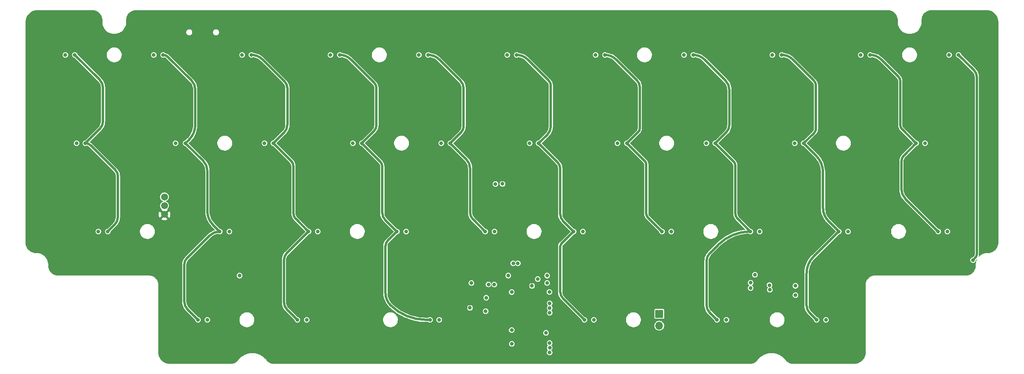
<source format=gbr>
%TF.GenerationSoftware,KiCad,Pcbnew,8.0.8*%
%TF.CreationDate,2025-03-01T19:04:33+01:00*%
%TF.ProjectId,travaulta HHKB,74726176-6175-46c7-9461-2048484b422e,rev?*%
%TF.SameCoordinates,Original*%
%TF.FileFunction,Copper,L3,Inr*%
%TF.FilePolarity,Positive*%
%FSLAX46Y46*%
G04 Gerber Fmt 4.6, Leading zero omitted, Abs format (unit mm)*
G04 Created by KiCad (PCBNEW 8.0.8) date 2025-03-01 19:04:33*
%MOMM*%
%LPD*%
G01*
G04 APERTURE LIST*
%TA.AperFunction,ComponentPad*%
%ADD10C,1.500000*%
%TD*%
%TA.AperFunction,ComponentPad*%
%ADD11R,1.700000X1.700000*%
%TD*%
%TA.AperFunction,ComponentPad*%
%ADD12O,1.700000X1.700000*%
%TD*%
%TA.AperFunction,ViaPad*%
%ADD13C,0.800000*%
%TD*%
%TA.AperFunction,Conductor*%
%ADD14C,0.500000*%
%TD*%
G04 APERTURE END LIST*
D10*
%TO.N,GND*%
%TO.C,J1*%
X74322402Y-91576772D03*
%TO.N,RGB*%
X74322402Y-89676772D03*
%TO.N,+5V*%
X74322402Y-87776772D03*
%TD*%
D11*
%TO.N,VBAT*%
%TO.C,SW38*%
X180975000Y-113025000D03*
D12*
%TO.N,BOOT0*%
X180975000Y-115565000D03*
%TD*%
D13*
%TO.N,GND*%
X114300000Y-68278054D03*
X135597207Y-104261223D03*
X74457450Y-102146851D03*
X151003000Y-99314000D03*
X111125000Y-107950000D03*
X96463710Y-101616045D03*
X153987500Y-92075000D03*
X177165000Y-109855000D03*
X81280000Y-57277000D03*
X79634279Y-102166606D03*
X153988003Y-102068356D03*
X82550000Y-49999000D03*
X177176938Y-83255788D03*
X183356250Y-119062500D03*
X87249000Y-80010000D03*
X117475000Y-68262500D03*
X47117000Y-76200000D03*
X131445000Y-101854000D03*
X207962500Y-104366597D03*
X103187500Y-83125992D03*
X226028066Y-101600000D03*
X119027099Y-64169317D03*
X77430000Y-51094000D03*
X178593750Y-104324688D03*
X175451935Y-104317849D03*
X231534211Y-101576668D03*
X84198075Y-57286253D03*
X107950000Y-68278054D03*
X137577839Y-104298443D03*
X182499000Y-80010000D03*
X92075000Y-117475000D03*
X117445381Y-65971118D03*
X117475491Y-121047612D03*
X65244068Y-83266471D03*
X113284000Y-114300000D03*
X171831000Y-101981000D03*
X120215418Y-83268437D03*
X156464799Y-64146969D03*
X144653000Y-76200000D03*
X233867827Y-64186346D03*
X158602637Y-85060062D03*
X144688580Y-83212362D03*
X88926415Y-65964205D03*
X142113000Y-110617000D03*
X213758720Y-65997413D03*
X194539821Y-104317849D03*
X175816362Y-65997905D03*
X214425221Y-102091428D03*
X101155500Y-83125992D03*
X75819000Y-120777000D03*
X215272292Y-83233441D03*
X173101000Y-95250000D03*
X141859000Y-80010000D03*
X121059099Y-64169317D03*
X152584000Y-112903000D03*
X144374097Y-116215501D03*
X158753070Y-104320989D03*
X137901311Y-64231533D03*
X47371000Y-50800000D03*
X121095883Y-65974574D03*
X192539949Y-102088341D03*
X82558981Y-83268437D03*
X234950000Y-61087000D03*
X60075298Y-64176230D03*
X160918079Y-102299291D03*
X177839421Y-64193631D03*
X139700000Y-57150000D03*
X99867728Y-65952852D03*
X88900000Y-68262500D03*
X215781779Y-64193139D03*
X154003054Y-85382318D03*
X190232918Y-104293450D03*
X122237500Y-118268750D03*
X120650491Y-121047612D03*
X158750000Y-57150000D03*
X139262558Y-85049380D03*
X99815881Y-64231533D03*
X111125000Y-65960003D03*
X141294558Y-85049380D03*
X142081250Y-106362500D03*
X142081250Y-107950000D03*
X197035308Y-64193631D03*
X122986934Y-104249644D03*
X63212068Y-83266471D03*
X215900000Y-57150000D03*
X187325000Y-102108000D03*
X197044249Y-65997905D03*
X117331079Y-107950000D03*
X114272348Y-65964205D03*
X196850000Y-57150000D03*
X106426000Y-76200000D03*
X98422526Y-65950379D03*
X123825000Y-65951243D03*
X92868750Y-107950000D03*
X86288880Y-104214561D03*
X65253009Y-85070745D03*
X231512224Y-97872127D03*
X120506079Y-107950000D03*
X144716101Y-85427602D03*
X143668750Y-104344178D03*
X92075000Y-104154757D03*
X206505152Y-107452269D03*
X159004000Y-110744000D03*
X209550000Y-101508785D03*
X138303000Y-101981000D03*
X120904000Y-101727000D03*
X78607665Y-65964205D03*
X144653000Y-72517000D03*
X125349000Y-80010000D03*
X77600359Y-104245177D03*
X233876768Y-65990620D03*
X177800000Y-53213000D03*
X82189797Y-64153271D03*
X188111837Y-104311833D03*
X251079000Y-50800000D03*
X85751415Y-65964205D03*
X199852839Y-121754293D03*
X127000000Y-68309162D03*
X92075000Y-68262500D03*
X234146640Y-85107708D03*
X101092000Y-101600000D03*
X173573173Y-104293450D03*
X134874000Y-95250000D03*
X67120529Y-102090937D03*
X111125000Y-104214561D03*
X196338366Y-83219809D03*
X77300138Y-108312928D03*
X133985000Y-101727000D03*
X92075000Y-65964205D03*
X51435000Y-95250000D03*
X96774000Y-95250000D03*
X251206000Y-63500000D03*
X140493750Y-104333809D03*
X80962500Y-60071000D03*
X222758000Y-120650000D03*
X231844768Y-65990620D03*
X124474829Y-107950000D03*
X244094000Y-69723000D03*
X158496799Y-64146969D03*
X184221378Y-107343390D03*
X172415783Y-107530039D03*
X130175000Y-68309162D03*
X160911418Y-104281020D03*
X217417014Y-104354056D03*
X164306250Y-104289692D03*
X187216121Y-107327344D03*
X179217879Y-85060062D03*
X98425000Y-68262500D03*
X95250000Y-68262500D03*
X49530000Y-69850000D03*
X60116776Y-66008155D03*
X98425491Y-121047612D03*
X101847881Y-64231533D03*
X104728337Y-104167899D03*
X87249000Y-72644000D03*
X127000000Y-65951243D03*
X75692000Y-48895000D03*
X177848362Y-65997905D03*
X116496665Y-104176446D03*
X133383834Y-65953835D03*
X139933311Y-64231533D03*
X236537500Y-101600000D03*
X111125000Y-68278054D03*
X87312500Y-107950000D03*
X85725000Y-68262500D03*
X175807421Y-64193631D03*
X123825000Y-68309162D03*
X136525000Y-68262500D03*
X192561494Y-104301005D03*
X175418750Y-107530039D03*
X234950000Y-53340000D03*
X181768750Y-104324688D03*
X118375427Y-104200845D03*
X95250000Y-65964205D03*
X103148167Y-85096043D03*
X153987500Y-88900000D03*
X182499000Y-72390000D03*
X234154774Y-83203271D03*
X82567922Y-85072711D03*
X101899728Y-65952852D03*
X107950000Y-104191230D03*
X133350000Y-68309162D03*
X161131250Y-107950000D03*
X232114640Y-85107708D03*
X178593750Y-107530039D03*
X141285617Y-83245106D03*
X101121020Y-104154757D03*
X175895000Y-101981000D03*
X119063883Y-65974574D03*
X207168750Y-101473000D03*
X198361068Y-85095059D03*
X150018750Y-88900000D03*
X115824000Y-99314000D03*
X247015000Y-89027000D03*
X137872571Y-65974082D03*
X84599922Y-85072711D03*
X141859000Y-72517000D03*
X156473740Y-65951243D03*
X217304292Y-83233441D03*
X132556250Y-104249644D03*
X160634637Y-85060062D03*
X68453000Y-76200000D03*
X201676000Y-76200000D03*
X146681488Y-64206158D03*
X192024000Y-91313000D03*
X231835827Y-64186346D03*
X120650000Y-53213000D03*
X77851000Y-95250000D03*
X158593696Y-83255788D03*
X197643750Y-104323931D03*
X224282000Y-80137000D03*
X160625696Y-83255788D03*
X115607034Y-101739495D03*
X124619241Y-121047612D03*
X170676988Y-104308377D03*
X115824000Y-91313000D03*
X146793645Y-104323439D03*
X122247418Y-83268437D03*
X147066000Y-107315000D03*
X77602279Y-102166606D03*
X120650000Y-60960000D03*
X121126329Y-68333618D03*
X220662500Y-104354056D03*
X114298033Y-104219745D03*
X153321343Y-104242074D03*
X215281233Y-85037715D03*
X183356250Y-109855000D03*
X232122774Y-83203271D03*
X158505740Y-65951243D03*
X126206250Y-104261223D03*
X196329068Y-85095059D03*
X130175000Y-65951243D03*
X213749779Y-64193139D03*
X144653000Y-67691000D03*
X229235000Y-95250000D03*
X65659000Y-76200000D03*
X147896567Y-109273002D03*
X62148776Y-66008155D03*
X101600000Y-57150000D03*
X153987500Y-99218750D03*
X78581250Y-68262500D03*
X122256359Y-85072711D03*
X169545000Y-101981000D03*
X99212437Y-104149937D03*
X243967000Y-85725000D03*
X139904571Y-65974082D03*
X89408000Y-48895000D03*
X224282000Y-72390000D03*
X125349000Y-72517000D03*
X148586409Y-83241559D03*
X67120529Y-104050751D03*
X195003308Y-64193631D03*
X185166000Y-114300000D03*
X157162500Y-99314000D03*
X101911437Y-68262500D03*
X104775000Y-65960003D03*
X189144827Y-108929415D03*
X163576000Y-76200000D03*
X195012249Y-65997905D03*
X120888576Y-104225245D03*
X63221009Y-85070745D03*
X211905460Y-101600000D03*
X158750000Y-107950000D03*
X74295000Y-99314000D03*
X144652281Y-64206158D03*
X144653000Y-80010000D03*
X251079000Y-95123000D03*
X148209000Y-101981000D03*
X157956250Y-88900000D03*
X107936174Y-65943466D03*
X114300491Y-121047612D03*
X179208938Y-83255788D03*
X98806000Y-50800000D03*
X211201000Y-95250000D03*
X231521000Y-91186000D03*
X146685000Y-72517000D03*
X98425000Y-108743750D03*
X206375000Y-118268750D03*
X167481250Y-104289692D03*
X62107298Y-64176230D03*
X217313233Y-85037715D03*
X78581250Y-63500000D03*
X146685000Y-80010000D03*
X120224359Y-85072711D03*
X198370366Y-83219809D03*
X181768750Y-107343390D03*
X74441896Y-104246652D03*
X190240765Y-102103407D03*
X214312500Y-104348659D03*
X129381250Y-104261223D03*
X84590981Y-83268437D03*
X188641422Y-121694338D03*
X101116167Y-85096043D03*
X114156079Y-107950000D03*
X84137500Y-68262500D03*
X87312500Y-63500000D03*
X104775000Y-68278054D03*
X136558834Y-65953835D03*
X227965000Y-76200000D03*
X184936837Y-104311833D03*
X246473566Y-101666909D03*
X79653498Y-104245177D03*
X177185879Y-85060062D03*
X70970165Y-102114268D03*
X223043750Y-108743750D03*
X203835000Y-114300000D03*
X204787500Y-104370593D03*
X211681401Y-104370102D03*
X139253617Y-83245106D03*
X246062500Y-76200000D03*
X92075000Y-101600000D03*
X146685000Y-67691000D03*
X228600000Y-101600000D03*
X54356000Y-88900000D03*
X177800000Y-60960000D03*
X215790720Y-65997413D03*
X139953601Y-68350091D03*
X228600000Y-98425000D03*
X87653038Y-51101306D03*
X84074000Y-69850000D03*
X177165000Y-119062500D03*
%TO.N,APLEX_OUT_PIN_0*%
X210352632Y-106976214D03*
X156787000Y-106362500D03*
X156787000Y-104775000D03*
X148431250Y-104775000D03*
X140493750Y-106362500D03*
X140168917Y-111725196D03*
%TO.N,ROW0*%
X243459000Y-57150000D03*
X110109000Y-57150000D03*
X186309000Y-57150000D03*
X148209000Y-57150000D03*
X167259000Y-57150000D03*
X224409000Y-57150000D03*
X129159000Y-57150000D03*
X72009000Y-57150000D03*
X52959000Y-57150000D03*
X91059000Y-57150000D03*
X149495497Y-102108000D03*
X145669000Y-84987000D03*
X205359000Y-57150000D03*
%TO.N,ROW1*%
X55372000Y-76200000D03*
X191135000Y-76200000D03*
X133985000Y-76200000D03*
X147189272Y-84974626D03*
X76708000Y-76200000D03*
X153035000Y-76200000D03*
X210185000Y-76200000D03*
X171958000Y-76200000D03*
X114935000Y-76200000D03*
X150495000Y-102108000D03*
X238252000Y-76200000D03*
X95885000Y-76200000D03*
%TO.N,VBAT*%
X149155000Y-108331000D03*
X201599534Y-104576503D03*
X149158000Y-116524000D03*
X153545858Y-106982709D03*
X156556000Y-117129000D03*
X149189578Y-119489093D03*
X157291782Y-108302925D03*
X90487500Y-104775000D03*
X154781250Y-105533209D03*
%TO.N,COL0*%
X62103000Y-95250000D03*
X54991000Y-57150000D03*
X57277000Y-76200000D03*
%TO.N,COL1*%
X74041000Y-57150000D03*
X81550000Y-114300000D03*
X86233000Y-95250000D03*
X78867000Y-76200000D03*
%TO.N,COL2*%
X93075000Y-57150000D03*
X105362500Y-95250000D03*
X97790000Y-76200000D03*
X102980000Y-114300000D03*
%TO.N,COL3*%
X124412500Y-95250000D03*
X116887500Y-76200000D03*
X131555000Y-114300000D03*
X112125000Y-57150000D03*
%TO.N,COL4*%
X143462500Y-95250000D03*
X135937500Y-76200000D03*
X131175000Y-57150000D03*
%TO.N,COL5*%
X150241000Y-57150000D03*
X162512500Y-95250000D03*
X164846000Y-114300000D03*
X154940000Y-76200000D03*
%TO.N,COL6*%
X169291000Y-57150000D03*
X173990000Y-76200000D03*
X181562500Y-95250000D03*
X204755969Y-106823574D03*
X200668410Y-107440416D03*
%TO.N,COL7*%
X188325000Y-57150000D03*
X200674646Y-106307080D03*
X200612500Y-95250000D03*
X193421000Y-114300000D03*
X204787500Y-107822580D03*
X193040000Y-76200000D03*
%TO.N,COL8*%
X207391000Y-57150000D03*
X214884000Y-114300000D03*
X219662500Y-95250000D03*
X212090000Y-76200000D03*
%TO.N,COL9*%
X241095000Y-95250000D03*
X226441000Y-57150000D03*
X236347000Y-76200000D03*
%TO.N,ROW2*%
X164512500Y-95250000D03*
X221662500Y-95250000D03*
X126412500Y-95250000D03*
X243078000Y-95250000D03*
X202612500Y-95250000D03*
X107362500Y-95250000D03*
X145462500Y-95250000D03*
X60071000Y-95250000D03*
X88312500Y-95250000D03*
X183562500Y-95250000D03*
%TO.N,ROW3*%
X144157368Y-106657415D03*
X104980000Y-114300000D03*
X143668750Y-109537500D03*
X195453000Y-114300000D03*
X216916000Y-114300000D03*
X166878000Y-114300000D03*
X133555000Y-114300000D03*
X83550000Y-114300000D03*
%TO.N,AMUX_SEL_2*%
X157348680Y-121365408D03*
X157353000Y-110744000D03*
%TO.N,AMUX_SEL_1*%
X157357299Y-111755701D03*
X157364941Y-120356364D03*
%TO.N,AMUX_SEL_0*%
X157353500Y-119342500D03*
X157353000Y-112776000D03*
%TO.N,APLEX_EN_PIN_1*%
X145415000Y-106680000D03*
X210343750Y-108997080D03*
%TO.N,RGB*%
X143556286Y-112448643D03*
%TO.N,COL10*%
X245491000Y-57150000D03*
X248602500Y-101409500D03*
%TD*%
D14*
%TO.N,COL0*%
X63595250Y-93757750D02*
X62103000Y-95250000D01*
X61087000Y-71437500D02*
X61087000Y-64293750D01*
X60346129Y-62505129D02*
X54991000Y-57150000D01*
X58415214Y-76671464D02*
X63732484Y-81988734D01*
X64293750Y-83343750D02*
X64293750Y-92071422D01*
X57277000Y-76200000D02*
X60413481Y-73063519D01*
X64293750Y-92071422D02*
G75*
G02*
X63595244Y-93757744I-2384850J22D01*
G01*
X57277000Y-76200000D02*
G75*
G02*
X58415219Y-76671459I0J-1609700D01*
G01*
X63732484Y-81988734D02*
G75*
G02*
X64293795Y-83343750I-1354984J-1355066D01*
G01*
X61087000Y-64293750D02*
G75*
G03*
X60346156Y-62505102I-2529500J50D01*
G01*
X60413481Y-73063519D02*
G75*
G03*
X61087011Y-71437500I-1625981J1626019D01*
G01*
%TO.N,COL1*%
X83566000Y-90854301D02*
X83566000Y-82133785D01*
X86233000Y-95250000D02*
X84788375Y-93805375D01*
X80168750Y-62706250D02*
X75016612Y-57554112D01*
X78581250Y-102393750D02*
X78581250Y-110331250D01*
X82692875Y-80025875D02*
X78867000Y-76200000D01*
X84010774Y-96170476D02*
X79142516Y-101038734D01*
X79288357Y-112038357D02*
X81550000Y-114300000D01*
X80962500Y-72231250D02*
X80962500Y-64622532D01*
X78867000Y-76200000D02*
X79637912Y-75429088D01*
X83566000Y-82133785D02*
G75*
G03*
X82692860Y-80025890I-2981000J-15D01*
G01*
X79142516Y-101038734D02*
G75*
G03*
X78581205Y-102393750I1354984J-1355066D01*
G01*
X75016612Y-57554112D02*
G75*
G03*
X74041000Y-57149993I-975612J-975588D01*
G01*
X79637912Y-75429088D02*
G75*
G03*
X80962543Y-72231250I-3197812J3197888D01*
G01*
X80962500Y-64622532D02*
G75*
G03*
X80168759Y-62706241I-2710000J32D01*
G01*
X86233000Y-95250000D02*
G75*
G03*
X84010775Y-96170477I0J-3142700D01*
G01*
X84788375Y-93805375D02*
G75*
G02*
X83565985Y-90854301I2951025J2951075D01*
G01*
X78581250Y-110331250D02*
G75*
G03*
X79288374Y-112038340I2414250J50D01*
G01*
%TO.N,COL2*%
X100076000Y-101423388D02*
X100076000Y-110509996D01*
X100702500Y-112022500D02*
X102980000Y-114300000D01*
X105362500Y-95250000D02*
X100703125Y-99909375D01*
X101679375Y-80089375D02*
X97790000Y-76200000D01*
X102108000Y-91281250D02*
X102108000Y-81124167D01*
X105362500Y-95250000D02*
X102613052Y-92500552D01*
X100099143Y-73938357D02*
X97837500Y-76200000D01*
X95432941Y-58126691D02*
X100244984Y-62938734D01*
X100806250Y-64293750D02*
X100806250Y-72231250D01*
X100076000Y-110509996D02*
G75*
G03*
X100702499Y-112022501I2139000J-4D01*
G01*
X93075000Y-57150000D02*
G75*
G02*
X95432934Y-58126698I0J-3334600D01*
G01*
X100244984Y-62938734D02*
G75*
G02*
X100806295Y-64293750I-1354984J-1355066D01*
G01*
X102108000Y-81124167D02*
G75*
G03*
X101679355Y-80089395I-1463400J-33D01*
G01*
X102613052Y-92500552D02*
G75*
G02*
X102107979Y-91281250I1219348J1219352D01*
G01*
X100703125Y-99909375D02*
G75*
G03*
X100075981Y-101423388I1513975J-1514025D01*
G01*
X100806250Y-72231250D02*
G75*
G02*
X100099176Y-73938390I-2414250J-50D01*
G01*
%TO.N,COL3*%
X114482941Y-58126691D02*
X119565987Y-63209737D01*
X120015000Y-64293750D02*
X120015000Y-72231250D01*
X121285000Y-91281250D02*
X121285000Y-81349684D01*
X124412500Y-95250000D02*
X122470458Y-97192042D01*
X130696378Y-114300000D02*
X131555000Y-114300000D01*
X120753125Y-80065625D02*
X116887500Y-76200000D01*
X124412500Y-95250000D02*
X121879854Y-92717354D01*
X121959750Y-98425000D02*
X121959750Y-108538171D01*
X119420146Y-73667354D02*
X116887500Y-76200000D01*
X120015000Y-72231250D02*
G75*
G02*
X119420180Y-73667388I-2031000J-50D01*
G01*
X122470458Y-97192042D02*
G75*
G03*
X121959745Y-98425000I1232942J-1232958D01*
G01*
X121959750Y-108538171D02*
G75*
G03*
X123031231Y-111125019I3658350J-29D01*
G01*
X119565987Y-63209737D02*
G75*
G02*
X120015043Y-64293750I-1083987J-1084063D01*
G01*
X123031250Y-111125000D02*
G75*
G03*
X130696378Y-114300024I7665150J7665100D01*
G01*
X112125000Y-57150000D02*
G75*
G02*
X114482934Y-58126698I0J-3334600D01*
G01*
X121879854Y-92717354D02*
G75*
G02*
X121284977Y-91281250I1436146J1436154D01*
G01*
X121285000Y-81349684D02*
G75*
G03*
X120753110Y-80065640I-1815900J-16D01*
G01*
%TO.N,COL4*%
X135937500Y-76200000D02*
X138215625Y-73921875D01*
X140787500Y-92575000D02*
X143462500Y-95250000D01*
X135937500Y-76200000D02*
X139298837Y-79561337D01*
X138811000Y-72484513D02*
X138811000Y-64392578D01*
X140208000Y-81756250D02*
X140208000Y-91175964D01*
X138112500Y-62706250D02*
X133532941Y-58126691D01*
X138215625Y-73921875D02*
G75*
G03*
X138811020Y-72484513I-1437325J1437375D01*
G01*
X133532941Y-58126691D02*
G75*
G03*
X131175000Y-57149990I-2357941J-2357909D01*
G01*
X140208000Y-91175964D02*
G75*
G03*
X140787489Y-92575011I1978500J-36D01*
G01*
X139298837Y-79561337D02*
G75*
G02*
X140207957Y-81756250I-2194937J-2194863D01*
G01*
X138811000Y-64392578D02*
G75*
G03*
X138112483Y-62706267I-2384800J-22D01*
G01*
%TO.N,COL5*%
X160210500Y-109664500D02*
X164846000Y-114300000D01*
X162512500Y-95250000D02*
X159852193Y-97910307D01*
X157607000Y-72536457D02*
X157607000Y-63779367D01*
X154940000Y-76200000D02*
X159032832Y-80292832D01*
X159639000Y-98425000D02*
X159639000Y-108284777D01*
X160234375Y-92971875D02*
X162512500Y-95250000D01*
X154987500Y-76200000D02*
X156868750Y-74318750D01*
X157162500Y-62706250D02*
X152571628Y-58115378D01*
X159639000Y-81756250D02*
X159639000Y-91534513D01*
X159852193Y-97910307D02*
G75*
G03*
X159639004Y-98425000I514707J-514693D01*
G01*
X157607000Y-63779367D02*
G75*
G03*
X157162480Y-62706270I-1517600J-33D01*
G01*
X152571628Y-58115378D02*
G75*
G03*
X150241000Y-57149999I-2330628J-2330622D01*
G01*
X159032832Y-80292832D02*
G75*
G02*
X159639031Y-81756250I-1463432J-1463468D01*
G01*
X159639000Y-91534513D02*
G75*
G03*
X160234389Y-92971861I2032700J13D01*
G01*
X159639000Y-108284777D02*
G75*
G03*
X160210493Y-109664507I1951200J-23D01*
G01*
X156868750Y-74318750D02*
G75*
G03*
X157606982Y-72536457I-1782250J1782250D01*
G01*
%TO.N,COL6*%
X173990000Y-76200000D02*
X177879375Y-80089375D01*
X176784000Y-73025000D02*
X176784000Y-64085973D01*
X178181000Y-80817562D02*
X178181000Y-91430625D01*
X174037500Y-76200000D02*
X176481005Y-73756495D01*
X178490625Y-92178125D02*
X181562500Y-95250000D01*
X176212500Y-62706250D02*
X171621628Y-58115378D01*
X178181000Y-91430625D02*
G75*
G03*
X178490642Y-92178108I1057100J25D01*
G01*
X177879375Y-80089375D02*
G75*
G02*
X178181030Y-80817562I-728175J-728225D01*
G01*
X176784000Y-64085973D02*
G75*
G03*
X176212482Y-62706268I-1951200J-27D01*
G01*
X176481005Y-73756495D02*
G75*
G03*
X176783997Y-73025000I-731505J731495D01*
G01*
X171621628Y-58115378D02*
G75*
G03*
X169291000Y-57149999I-2330628J-2330622D01*
G01*
%TO.N,COL7*%
X195262500Y-62706250D02*
X190682941Y-58126691D01*
X197863051Y-92500551D02*
X200612500Y-95250000D01*
X193040000Y-76200000D02*
X197043691Y-80203691D01*
X197358000Y-80962500D02*
X197358000Y-91281250D01*
X191166742Y-101600000D02*
X191166742Y-111125000D01*
X196088000Y-72231250D02*
X196088000Y-64699183D01*
X193087500Y-76200000D02*
X195403343Y-73884157D01*
X191817805Y-112696805D02*
X193421000Y-114300000D01*
X193702384Y-98112264D02*
X191839974Y-99974674D01*
X197358000Y-91281250D02*
G75*
G03*
X197863037Y-92500565I1724300J-50D01*
G01*
X191166742Y-111125000D02*
G75*
G03*
X191817807Y-112696803I2222858J0D01*
G01*
X200612500Y-95250000D02*
G75*
G03*
X193702380Y-98112260I0J-9772400D01*
G01*
X190682941Y-58126691D02*
G75*
G03*
X188325000Y-57149990I-2357941J-2357909D01*
G01*
X191839974Y-99974674D02*
G75*
G03*
X191166742Y-101600000I1625326J-1625326D01*
G01*
X197043691Y-80203691D02*
G75*
G02*
X197358005Y-80962500I-758791J-758809D01*
G01*
X195403343Y-73884157D02*
G75*
G03*
X196087954Y-72231250I-1652943J1652857D01*
G01*
X196088000Y-64699183D02*
G75*
G03*
X195262485Y-62706265I-2818400J-17D01*
G01*
%TO.N,COL8*%
X214884000Y-114300000D02*
X213407625Y-112823625D01*
X219662500Y-95202500D02*
X219662500Y-95250000D01*
X214209375Y-100703125D02*
X219662500Y-95250000D01*
X212137500Y-76200000D02*
X214364202Y-73973298D01*
X214312500Y-62706250D02*
X209721628Y-58115378D01*
X212090000Y-76200000D02*
X214754356Y-78864356D01*
X214757000Y-73025000D02*
X214757000Y-63779367D01*
X217408125Y-92948125D02*
X219662500Y-95202500D01*
X212725000Y-111175623D02*
X212725000Y-104286723D01*
X216281000Y-82550000D02*
X216281000Y-90227005D01*
X212725000Y-104286723D02*
G75*
G02*
X214209358Y-100703108I5068000J23D01*
G01*
X213407625Y-112823625D02*
G75*
G02*
X212724976Y-111175623I1647975J1648025D01*
G01*
X216281000Y-90227005D02*
G75*
G03*
X217408137Y-92948113I3848200J5D01*
G01*
X214757000Y-63779367D02*
G75*
G03*
X214312480Y-62706270I-1517600J-33D01*
G01*
X214754356Y-78864356D02*
G75*
G02*
X216280996Y-82550000I-3685656J-3685644D01*
G01*
X209721628Y-58115378D02*
G75*
G03*
X207391000Y-57149999I-2330628J-2330622D01*
G01*
X214364202Y-73973298D02*
G75*
G03*
X214756999Y-73025000I-948302J948298D01*
G01*
%TO.N,COL9*%
X232918000Y-72231250D02*
X232918000Y-62755664D01*
X236347000Y-76200000D02*
X233733267Y-78813733D01*
X234053750Y-88208750D02*
X241095000Y-95250000D01*
X236330000Y-76200000D02*
X233311682Y-73181681D01*
X232568750Y-61912500D02*
X228771628Y-58115378D01*
X233172000Y-80168750D02*
X233172000Y-86080018D01*
X228771628Y-58115378D02*
G75*
G03*
X226441000Y-57149999I-2330628J-2330622D01*
G01*
X233733267Y-78813733D02*
G75*
G03*
X233171970Y-80168750I1355033J-1355067D01*
G01*
X233172000Y-86080018D02*
G75*
G03*
X234053755Y-88208745I3010500J18D01*
G01*
X233311682Y-73181681D02*
G75*
G02*
X232917961Y-72231250I950418J950481D01*
G01*
X232918000Y-62755664D02*
G75*
G03*
X232568729Y-61912521I-1192400J-36D01*
G01*
%TO.N,COL10*%
X248844283Y-60503283D02*
X245491000Y-57150000D01*
X248602500Y-101409500D02*
X249221625Y-100790375D01*
X249428000Y-100292142D02*
X249428000Y-61912500D01*
X249428000Y-61912500D02*
G75*
G03*
X248844276Y-60503290I-1992900J0D01*
G01*
X249221625Y-100790375D02*
G75*
G03*
X249428032Y-100292142I-498225J498275D01*
G01*
%TD*%
%TA.AperFunction,Conductor*%
%TO.N,GND*%
G36*
X58750000Y-47475001D02*
G01*
X58893381Y-47477345D01*
X58894685Y-47477440D01*
X59178904Y-47514859D01*
X59180400Y-47515157D01*
X59457195Y-47589324D01*
X59458624Y-47589809D01*
X59723367Y-47699469D01*
X59724731Y-47700141D01*
X59972900Y-47843421D01*
X59972902Y-47843422D01*
X59974172Y-47844271D01*
X60201507Y-48018712D01*
X60201509Y-48018713D01*
X60202659Y-48019722D01*
X60405277Y-48222340D01*
X60406286Y-48223490D01*
X60580726Y-48450824D01*
X60581577Y-48452097D01*
X60724856Y-48700264D01*
X60725532Y-48701637D01*
X60795737Y-48871128D01*
X60835185Y-48966364D01*
X60835186Y-48966365D01*
X60835678Y-48967814D01*
X60909841Y-49244597D01*
X60910140Y-49246098D01*
X60947557Y-49530298D01*
X60947655Y-49531634D01*
X60949997Y-49674877D01*
X60949999Y-49675068D01*
X60949999Y-50074999D01*
X60950822Y-50127407D01*
X60952516Y-50235268D01*
X60992693Y-50553284D01*
X60992696Y-50553304D01*
X61072411Y-50863760D01*
X61072415Y-50863775D01*
X61190412Y-51161794D01*
X61190414Y-51161798D01*
X61190416Y-51161803D01*
X61190417Y-51161804D01*
X61344845Y-51442705D01*
X61533248Y-51702017D01*
X61533260Y-51702032D01*
X61678389Y-51856577D01*
X61752686Y-51935694D01*
X61999672Y-52140017D01*
X62270319Y-52311774D01*
X62320353Y-52335318D01*
X62560358Y-52448256D01*
X62560363Y-52448258D01*
X62865203Y-52547306D01*
X62865205Y-52547306D01*
X62865216Y-52547310D01*
X63117111Y-52595361D01*
X63180084Y-52607374D01*
X63199019Y-52608565D01*
X63499999Y-52627501D01*
X63819914Y-52607374D01*
X64134783Y-52547310D01*
X64439641Y-52448256D01*
X64729680Y-52311774D01*
X64894494Y-52207181D01*
X79009500Y-52207181D01*
X79009500Y-52335318D01*
X79034499Y-52460994D01*
X79083534Y-52579375D01*
X79083538Y-52579383D01*
X79154723Y-52685918D01*
X79154726Y-52685922D01*
X79245327Y-52776523D01*
X79245331Y-52776526D01*
X79351866Y-52847711D01*
X79351870Y-52847713D01*
X79351873Y-52847715D01*
X79470256Y-52896751D01*
X79595931Y-52921750D01*
X79595932Y-52921750D01*
X79724068Y-52921750D01*
X79724069Y-52921750D01*
X79849744Y-52896751D01*
X79968127Y-52847715D01*
X80074669Y-52776526D01*
X80165276Y-52685919D01*
X80236465Y-52579377D01*
X80285501Y-52460994D01*
X80310500Y-52335319D01*
X80310500Y-52207181D01*
X84789500Y-52207181D01*
X84789500Y-52335318D01*
X84814499Y-52460994D01*
X84863534Y-52579375D01*
X84863538Y-52579383D01*
X84934723Y-52685918D01*
X84934726Y-52685922D01*
X85025327Y-52776523D01*
X85025331Y-52776526D01*
X85131866Y-52847711D01*
X85131870Y-52847713D01*
X85131873Y-52847715D01*
X85250256Y-52896751D01*
X85375931Y-52921750D01*
X85375932Y-52921750D01*
X85504068Y-52921750D01*
X85504069Y-52921750D01*
X85629744Y-52896751D01*
X85748127Y-52847715D01*
X85854669Y-52776526D01*
X85945276Y-52685919D01*
X86016465Y-52579377D01*
X86065501Y-52460994D01*
X86090500Y-52335319D01*
X86090500Y-52207181D01*
X86065501Y-52081506D01*
X86016465Y-51963123D01*
X86016463Y-51963120D01*
X86016461Y-51963116D01*
X85945276Y-51856581D01*
X85945273Y-51856577D01*
X85854672Y-51765976D01*
X85854668Y-51765973D01*
X85748133Y-51694788D01*
X85748125Y-51694784D01*
X85629744Y-51645749D01*
X85504069Y-51620750D01*
X85375931Y-51620750D01*
X85313093Y-51633249D01*
X85250255Y-51645749D01*
X85131874Y-51694784D01*
X85131866Y-51694788D01*
X85025331Y-51765973D01*
X85025327Y-51765976D01*
X84934726Y-51856577D01*
X84934723Y-51856581D01*
X84863538Y-51963116D01*
X84863534Y-51963124D01*
X84814499Y-52081505D01*
X84789500Y-52207181D01*
X80310500Y-52207181D01*
X80285501Y-52081506D01*
X80236465Y-51963123D01*
X80236463Y-51963120D01*
X80236461Y-51963116D01*
X80165276Y-51856581D01*
X80165273Y-51856577D01*
X80074672Y-51765976D01*
X80074668Y-51765973D01*
X79968133Y-51694788D01*
X79968125Y-51694784D01*
X79849744Y-51645749D01*
X79724069Y-51620750D01*
X79595931Y-51620750D01*
X79533093Y-51633249D01*
X79470255Y-51645749D01*
X79351874Y-51694784D01*
X79351866Y-51694788D01*
X79245331Y-51765973D01*
X79245327Y-51765976D01*
X79154726Y-51856577D01*
X79154723Y-51856581D01*
X79083538Y-51963116D01*
X79083534Y-51963124D01*
X79034499Y-52081505D01*
X79009500Y-52207181D01*
X64894494Y-52207181D01*
X65000327Y-52140018D01*
X65247314Y-51935694D01*
X65466744Y-51702027D01*
X65655155Y-51442705D01*
X65655155Y-51442703D01*
X65655158Y-51442700D01*
X65809584Y-51161804D01*
X65927570Y-50863812D01*
X65927584Y-50863776D01*
X65927584Y-50863774D01*
X65927587Y-50863768D01*
X66007297Y-50553327D01*
X66007303Y-50553305D01*
X66007303Y-50553301D01*
X66007306Y-50553292D01*
X66047483Y-50235273D01*
X66050000Y-50075000D01*
X66050000Y-49675068D01*
X66050002Y-49674877D01*
X66052343Y-49531617D01*
X66052438Y-49530315D01*
X66089857Y-49246093D01*
X66090156Y-49244597D01*
X66164323Y-48967799D01*
X66164806Y-48966378D01*
X66274470Y-48701625D01*
X66275141Y-48700264D01*
X66418435Y-48452072D01*
X66419256Y-48450844D01*
X66593721Y-48223476D01*
X66594709Y-48222350D01*
X66797346Y-48019713D01*
X66798478Y-48018719D01*
X67025830Y-47844266D01*
X67027086Y-47843426D01*
X67275272Y-47700136D01*
X67276627Y-47699470D01*
X67541378Y-47589806D01*
X67542799Y-47589323D01*
X67819601Y-47515154D01*
X67821092Y-47514857D01*
X68105314Y-47477438D01*
X68106616Y-47477343D01*
X68249877Y-47475001D01*
X68250068Y-47474999D01*
X230199932Y-47474999D01*
X230200123Y-47475001D01*
X230343382Y-47477344D01*
X230344686Y-47477439D01*
X230628905Y-47514858D01*
X230630401Y-47515156D01*
X230907196Y-47589323D01*
X230908625Y-47589808D01*
X231141546Y-47686287D01*
X231173370Y-47699470D01*
X231174733Y-47700141D01*
X231422919Y-47843432D01*
X231424161Y-47844262D01*
X231651515Y-48018716D01*
X231652657Y-48019718D01*
X231855277Y-48222338D01*
X231856286Y-48223488D01*
X232030731Y-48450829D01*
X232031575Y-48452092D01*
X232174854Y-48700257D01*
X232175530Y-48701630D01*
X232272295Y-48935241D01*
X232285186Y-48966364D01*
X232285187Y-48966365D01*
X232285679Y-48967814D01*
X232359842Y-49244597D01*
X232360141Y-49246098D01*
X232397558Y-49530298D01*
X232397656Y-49531634D01*
X232399998Y-49674877D01*
X232400000Y-49675068D01*
X232400000Y-50075000D01*
X232402411Y-50235281D01*
X232435102Y-50494059D01*
X232442587Y-50553307D01*
X232442590Y-50553327D01*
X232522306Y-50863798D01*
X232522310Y-50863813D01*
X232640311Y-51161846D01*
X232640316Y-51161857D01*
X232794748Y-51442769D01*
X232983161Y-51702096D01*
X232983173Y-51702111D01*
X233202522Y-51935694D01*
X233202607Y-51935784D01*
X233449604Y-52140118D01*
X233449606Y-52140119D01*
X233720089Y-52311773D01*
X233720263Y-52311883D01*
X234010069Y-52448256D01*
X234010316Y-52448372D01*
X234010321Y-52448374D01*
X234315175Y-52547427D01*
X234315177Y-52547427D01*
X234315188Y-52547431D01*
X234567095Y-52595484D01*
X234630071Y-52607498D01*
X234650199Y-52608764D01*
X234950001Y-52627626D01*
X235269929Y-52607498D01*
X235584813Y-52547430D01*
X235788061Y-52481390D01*
X235889679Y-52448373D01*
X235889679Y-52448372D01*
X235889685Y-52448371D01*
X236179738Y-52311883D01*
X236450396Y-52140117D01*
X236697393Y-51935784D01*
X236916833Y-51702104D01*
X237105254Y-51442765D01*
X237259685Y-51161855D01*
X237350653Y-50932094D01*
X237377689Y-50863812D01*
X237377689Y-50863810D01*
X237377692Y-50863804D01*
X237433685Y-50645723D01*
X237457409Y-50553326D01*
X237457409Y-50553322D01*
X237457412Y-50553313D01*
X237497589Y-50235280D01*
X237500001Y-50074999D01*
X237500001Y-49675068D01*
X237500003Y-49674877D01*
X237501119Y-49606591D01*
X237502345Y-49531617D01*
X237502440Y-49530315D01*
X237539859Y-49246093D01*
X237540158Y-49244597D01*
X237614325Y-48967800D01*
X237614808Y-48966379D01*
X237724472Y-48701626D01*
X237725137Y-48700274D01*
X237868427Y-48452088D01*
X237869270Y-48450829D01*
X238043720Y-48223480D01*
X238044714Y-48222348D01*
X238247348Y-48019714D01*
X238248480Y-48018720D01*
X238475832Y-47844267D01*
X238477088Y-47843427D01*
X238725274Y-47700137D01*
X238726626Y-47699472D01*
X238991379Y-47589808D01*
X238992800Y-47589325D01*
X239269602Y-47515156D01*
X239271093Y-47514859D01*
X239555315Y-47477440D01*
X239556617Y-47477345D01*
X239700000Y-47475001D01*
X251474897Y-47474999D01*
X251475067Y-47475000D01*
X251477266Y-47475031D01*
X251631527Y-47477269D01*
X251632731Y-47477350D01*
X251943421Y-47515074D01*
X251944783Y-47515324D01*
X252248566Y-47590200D01*
X252249887Y-47590611D01*
X252542436Y-47701560D01*
X252543706Y-47702132D01*
X252820735Y-47847528D01*
X252821934Y-47848253D01*
X253070348Y-48019721D01*
X253079404Y-48025972D01*
X253080515Y-48026842D01*
X253314698Y-48234309D01*
X253315693Y-48235304D01*
X253523156Y-48469481D01*
X253524027Y-48470594D01*
X253682556Y-48700264D01*
X253701742Y-48728059D01*
X253702473Y-48729268D01*
X253827283Y-48967075D01*
X253847862Y-49006284D01*
X253848441Y-49007570D01*
X253938903Y-49246098D01*
X253959383Y-49300097D01*
X253959803Y-49301446D01*
X254034672Y-49605201D01*
X254034927Y-49606591D01*
X254072647Y-49917249D01*
X254072731Y-49918489D01*
X254074999Y-50074917D01*
X254075000Y-50075087D01*
X254075000Y-97683931D01*
X254074998Y-97684122D01*
X254072656Y-97827365D01*
X254072558Y-97828701D01*
X254035141Y-98112901D01*
X254034842Y-98114402D01*
X253960679Y-98391185D01*
X253960187Y-98392634D01*
X253850530Y-98657369D01*
X253849854Y-98658742D01*
X253706574Y-98906908D01*
X253705728Y-98908175D01*
X253531290Y-99135507D01*
X253530281Y-99136657D01*
X253327657Y-99339281D01*
X253326506Y-99340290D01*
X253099183Y-99514722D01*
X253099175Y-99514728D01*
X253097908Y-99515574D01*
X252912337Y-99622714D01*
X252849742Y-99658854D01*
X252848369Y-99659530D01*
X252583634Y-99769187D01*
X252582185Y-99769679D01*
X252305402Y-99843842D01*
X252303901Y-99844141D01*
X252019701Y-99881558D01*
X252018365Y-99881656D01*
X251875122Y-99883998D01*
X251874931Y-99884000D01*
X251734375Y-99884000D01*
X251591269Y-99886045D01*
X251580260Y-99886203D01*
X251443490Y-99902806D01*
X251274280Y-99923349D01*
X251274278Y-99923349D01*
X251274273Y-99923350D01*
X250975010Y-99997106D01*
X250975006Y-99997107D01*
X250798939Y-100063878D01*
X250686809Y-100106402D01*
X250686805Y-100106403D01*
X250686805Y-100106404D01*
X250413890Y-100249637D01*
X250413882Y-100249641D01*
X250160222Y-100424729D01*
X249929508Y-100629125D01*
X249798673Y-100776809D01*
X249790621Y-100780729D01*
X249782156Y-100777808D01*
X249778236Y-100769756D01*
X249779491Y-100763738D01*
X249779914Y-100762909D01*
X249793849Y-100735563D01*
X249850042Y-100562651D01*
X249878495Y-100383076D01*
X249878495Y-100352408D01*
X249878500Y-100352369D01*
X249878500Y-100283325D01*
X249878501Y-100269864D01*
X249878503Y-100232859D01*
X249878501Y-100232854D01*
X249878502Y-100232167D01*
X249878500Y-100232117D01*
X249878500Y-61917355D01*
X249878509Y-61917333D01*
X249878509Y-61775276D01*
X249847782Y-61502571D01*
X249847781Y-61502570D01*
X249847781Y-61502563D01*
X249786711Y-61235002D01*
X249754158Y-61141972D01*
X249696069Y-60975965D01*
X249696065Y-60975957D01*
X249576992Y-60728704D01*
X249576990Y-60728701D01*
X249576989Y-60728698D01*
X249430975Y-60496323D01*
X249357640Y-60404366D01*
X249259865Y-60281761D01*
X249204772Y-60226669D01*
X246094726Y-57116623D01*
X246091399Y-57109878D01*
X246076044Y-56993238D01*
X246068312Y-56974573D01*
X246015540Y-56847167D01*
X246015537Y-56847163D01*
X246015536Y-56847159D01*
X245919282Y-56721718D01*
X245793841Y-56625464D01*
X245793838Y-56625463D01*
X245793832Y-56625459D01*
X245647768Y-56564958D01*
X245647759Y-56564955D01*
X245491000Y-56544318D01*
X245334240Y-56564955D01*
X245334231Y-56564958D01*
X245188167Y-56625459D01*
X245188157Y-56625465D01*
X245062718Y-56721718D01*
X244966465Y-56847157D01*
X244966459Y-56847167D01*
X244905958Y-56993231D01*
X244905955Y-56993240D01*
X244885318Y-57150000D01*
X244905955Y-57306759D01*
X244905958Y-57306768D01*
X244966459Y-57452832D01*
X244966463Y-57452838D01*
X244966464Y-57452841D01*
X245062718Y-57578282D01*
X245188159Y-57674536D01*
X245188163Y-57674537D01*
X245188167Y-57674540D01*
X245304886Y-57722886D01*
X245334238Y-57735044D01*
X245450878Y-57750399D01*
X245457623Y-57753726D01*
X248483378Y-60779481D01*
X248483399Y-60779504D01*
X248525455Y-60821558D01*
X248525978Y-60822117D01*
X248658258Y-60972950D01*
X248659190Y-60974164D01*
X248770433Y-61140647D01*
X248771198Y-61141972D01*
X248859756Y-61321547D01*
X248860342Y-61322961D01*
X248924704Y-61512563D01*
X248925100Y-61514041D01*
X248964163Y-61710418D01*
X248964363Y-61711936D01*
X248977475Y-61911980D01*
X248977500Y-61912745D01*
X248977500Y-100291346D01*
X248977400Y-100292874D01*
X248969038Y-100356354D01*
X248968247Y-100359304D01*
X248944039Y-100417738D01*
X248942512Y-100420383D01*
X248903388Y-100471366D01*
X248902379Y-100472516D01*
X248860760Y-100514131D01*
X248860721Y-100514174D01*
X248569123Y-100805772D01*
X248562377Y-100809099D01*
X248445736Y-100824455D01*
X248445735Y-100824456D01*
X248299667Y-100884959D01*
X248299657Y-100884965D01*
X248174218Y-100981218D01*
X248077965Y-101106657D01*
X248077959Y-101106667D01*
X248017458Y-101252731D01*
X248017455Y-101252740D01*
X247996818Y-101409500D01*
X248017455Y-101566259D01*
X248017458Y-101566268D01*
X248077959Y-101712332D01*
X248077963Y-101712338D01*
X248077964Y-101712341D01*
X248174218Y-101837782D01*
X248299659Y-101934036D01*
X248299663Y-101934037D01*
X248299667Y-101934040D01*
X248405737Y-101977975D01*
X248445738Y-101994544D01*
X248602500Y-102015182D01*
X248759262Y-101994544D01*
X248863829Y-101951231D01*
X248905332Y-101934040D01*
X248905333Y-101934039D01*
X248905341Y-101934036D01*
X249030782Y-101837782D01*
X249127036Y-101712341D01*
X249140549Y-101679719D01*
X249157902Y-101637824D01*
X249187544Y-101566262D01*
X249202899Y-101449619D01*
X249206225Y-101442876D01*
X249511612Y-101137489D01*
X249519884Y-101134063D01*
X249528157Y-101137490D01*
X249531584Y-101145763D01*
X249530244Y-101151200D01*
X249406794Y-101386426D01*
X249297500Y-101674629D01*
X249297499Y-101674633D01*
X249223744Y-101973899D01*
X249186602Y-102279885D01*
X249184374Y-102434013D01*
X249184374Y-102574932D01*
X249184372Y-102575122D01*
X249182047Y-102718361D01*
X249181949Y-102719699D01*
X249144523Y-103003896D01*
X249144224Y-103005397D01*
X249070052Y-103282176D01*
X249069560Y-103283625D01*
X248959896Y-103548360D01*
X248959219Y-103549732D01*
X248815944Y-103797880D01*
X248815094Y-103799153D01*
X248640648Y-104026489D01*
X248639639Y-104027639D01*
X248437022Y-104230254D01*
X248435872Y-104231263D01*
X248208533Y-104405707D01*
X248207260Y-104406557D01*
X247959110Y-104549829D01*
X247957738Y-104550506D01*
X247693001Y-104660169D01*
X247691551Y-104660661D01*
X247414774Y-104734828D01*
X247413274Y-104735127D01*
X247129076Y-104772551D01*
X247127740Y-104772649D01*
X246984497Y-104774996D01*
X246984305Y-104774998D01*
X227299991Y-104774998D01*
X227171432Y-104777292D01*
X227171426Y-104777292D01*
X226979801Y-104804844D01*
X226916893Y-104813889D01*
X226916891Y-104813889D01*
X226916888Y-104813890D01*
X226696275Y-104878668D01*
X226670160Y-104886337D01*
X226514219Y-104957552D01*
X226436251Y-104993159D01*
X226436244Y-104993162D01*
X226219919Y-105132188D01*
X226025581Y-105300582D01*
X225857187Y-105494920D01*
X225857185Y-105494922D01*
X225857185Y-105494923D01*
X225718160Y-105711250D01*
X225611336Y-105945161D01*
X225611334Y-105945168D01*
X225538890Y-106191889D01*
X225502292Y-106446427D01*
X225502292Y-106446433D01*
X225500000Y-106574992D01*
X225500000Y-121224897D01*
X225499999Y-121225067D01*
X225497731Y-121381509D01*
X225497647Y-121382749D01*
X225459927Y-121693407D01*
X225459672Y-121694797D01*
X225384803Y-121998552D01*
X225384383Y-121999901D01*
X225273443Y-122292427D01*
X225272863Y-122293715D01*
X225127474Y-122570730D01*
X225126743Y-122571939D01*
X224949027Y-122829404D01*
X224948156Y-122830517D01*
X224740694Y-123064694D01*
X224739695Y-123065693D01*
X224505518Y-123273156D01*
X224504405Y-123274027D01*
X224246940Y-123451742D01*
X224245731Y-123452473D01*
X223968715Y-123597862D01*
X223967427Y-123598442D01*
X223674902Y-123709383D01*
X223673553Y-123709803D01*
X223369798Y-123784672D01*
X223368408Y-123784927D01*
X223057750Y-123822647D01*
X223056510Y-123822731D01*
X222900069Y-123824999D01*
X222899899Y-123825000D01*
X209934500Y-123825000D01*
X209934313Y-123824999D01*
X209791434Y-123822711D01*
X209790099Y-123822613D01*
X209506742Y-123785438D01*
X209505245Y-123785141D01*
X209229233Y-123711426D01*
X209227787Y-123710937D01*
X208963712Y-123601921D01*
X208962343Y-123601248D01*
X208714707Y-123458790D01*
X208713436Y-123457944D01*
X208486444Y-123284462D01*
X208485295Y-123283458D01*
X208282752Y-123081845D01*
X208281860Y-123080849D01*
X208281850Y-123080837D01*
X208192734Y-122969130D01*
X208192722Y-122969085D01*
X208192708Y-122969097D01*
X208072975Y-122817833D01*
X207807532Y-122537861D01*
X207688735Y-122435643D01*
X207515089Y-122286230D01*
X207515070Y-122286215D01*
X207198657Y-122065530D01*
X207198631Y-122065513D01*
X206861474Y-121878019D01*
X206507033Y-121725645D01*
X206507031Y-121725644D01*
X206406689Y-121694108D01*
X206138977Y-121609970D01*
X205761095Y-121532186D01*
X205377277Y-121493092D01*
X205377276Y-121493092D01*
X204991474Y-121493092D01*
X204991473Y-121493092D01*
X204799563Y-121512639D01*
X204607653Y-121532186D01*
X204229771Y-121609970D01*
X203861720Y-121725643D01*
X203507274Y-121878019D01*
X203170118Y-122065513D01*
X203170092Y-122065530D01*
X202853679Y-122286215D01*
X202853660Y-122286230D01*
X202561222Y-122537857D01*
X202561211Y-122537868D01*
X202295781Y-122817824D01*
X202176069Y-122969062D01*
X202176040Y-122969098D01*
X202086869Y-123080829D01*
X202085978Y-123081824D01*
X201883420Y-123283434D01*
X201882270Y-123284437D01*
X201655289Y-123457900D01*
X201654019Y-123458746D01*
X201406383Y-123601201D01*
X201405014Y-123601874D01*
X201140944Y-123710890D01*
X201139498Y-123711379D01*
X200863493Y-123785102D01*
X200861996Y-123785399D01*
X200578637Y-123822587D01*
X200577305Y-123822684D01*
X200435734Y-123824977D01*
X200434497Y-123824998D01*
X200434309Y-123825000D01*
X98015694Y-123825000D01*
X98015503Y-123824998D01*
X97872694Y-123822666D01*
X97871363Y-123822569D01*
X97588003Y-123785381D01*
X97586506Y-123785084D01*
X97487882Y-123758742D01*
X97310495Y-123711364D01*
X97309061Y-123710879D01*
X97044985Y-123601864D01*
X97043618Y-123601192D01*
X96973543Y-123560883D01*
X96795968Y-123458736D01*
X96794712Y-123457899D01*
X96676273Y-123367390D01*
X96567719Y-123284434D01*
X96566570Y-123283431D01*
X96364010Y-123081833D01*
X96363118Y-123080837D01*
X96363109Y-123080826D01*
X96273986Y-122969132D01*
X96273972Y-122969085D01*
X96273958Y-122969097D01*
X96154225Y-122817833D01*
X96154219Y-122817827D01*
X96154217Y-122817824D01*
X96033276Y-122690265D01*
X95888781Y-122537861D01*
X95769986Y-122435645D01*
X95596338Y-122286231D01*
X95596319Y-122286216D01*
X95279907Y-122065531D01*
X95279881Y-122065514D01*
X94942724Y-121878020D01*
X94690015Y-121769380D01*
X94588281Y-121725645D01*
X94487936Y-121694108D01*
X94220227Y-121609971D01*
X93842345Y-121532187D01*
X93743968Y-121522167D01*
X93458527Y-121493094D01*
X93458526Y-121493094D01*
X93072724Y-121493094D01*
X93072723Y-121493094D01*
X92880814Y-121512640D01*
X92688904Y-121532187D01*
X92311022Y-121609971D01*
X91942971Y-121725644D01*
X91588525Y-121878020D01*
X91251368Y-122065514D01*
X91251342Y-122065531D01*
X90934930Y-122286216D01*
X90934911Y-122286231D01*
X90642473Y-122537857D01*
X90642462Y-122537868D01*
X90377032Y-122817824D01*
X90257320Y-122969062D01*
X90257290Y-122969099D01*
X90168116Y-123080826D01*
X90167226Y-123081820D01*
X89964666Y-123283427D01*
X89963516Y-123284430D01*
X89736534Y-123457890D01*
X89735264Y-123458736D01*
X89487628Y-123601191D01*
X89486259Y-123601864D01*
X89222191Y-123710880D01*
X89220745Y-123711369D01*
X88944734Y-123785096D01*
X88943238Y-123785392D01*
X88659894Y-123822583D01*
X88658561Y-123822681D01*
X88515748Y-123824998D01*
X88515558Y-123825000D01*
X75550101Y-123825000D01*
X75549931Y-123824999D01*
X75393489Y-123822731D01*
X75392249Y-123822647D01*
X75083353Y-123785141D01*
X75081590Y-123784926D01*
X75080201Y-123784672D01*
X74783031Y-123711426D01*
X74776443Y-123709802D01*
X74775101Y-123709384D01*
X74482570Y-123598441D01*
X74481284Y-123597862D01*
X74204268Y-123452473D01*
X74203059Y-123451742D01*
X73945594Y-123274027D01*
X73944481Y-123273156D01*
X73728536Y-123081845D01*
X73710300Y-123065689D01*
X73709305Y-123064694D01*
X73501843Y-122830517D01*
X73500972Y-122829404D01*
X73323256Y-122571939D01*
X73322525Y-122570730D01*
X73305274Y-122537861D01*
X73177132Y-122293706D01*
X73176560Y-122292436D01*
X73065611Y-121999887D01*
X73065200Y-121998566D01*
X72990324Y-121694783D01*
X72990074Y-121693421D01*
X72952350Y-121382731D01*
X72952269Y-121381527D01*
X72952035Y-121365408D01*
X156742998Y-121365408D01*
X156763635Y-121522167D01*
X156763638Y-121522176D01*
X156824139Y-121668240D01*
X156824143Y-121668246D01*
X156824144Y-121668249D01*
X156920398Y-121793690D01*
X157045839Y-121889944D01*
X157045843Y-121889945D01*
X157045847Y-121889948D01*
X157173253Y-121942720D01*
X157191918Y-121950452D01*
X157348680Y-121971090D01*
X157505442Y-121950452D01*
X157601002Y-121910869D01*
X157651512Y-121889948D01*
X157651513Y-121889947D01*
X157651521Y-121889944D01*
X157776962Y-121793690D01*
X157873216Y-121668249D01*
X157933724Y-121522170D01*
X157954362Y-121365408D01*
X157933724Y-121208646D01*
X157925992Y-121189981D01*
X157873220Y-121062575D01*
X157873217Y-121062571D01*
X157873216Y-121062567D01*
X157776962Y-120937126D01*
X157733387Y-120903689D01*
X157697830Y-120876405D01*
X157693353Y-120868650D01*
X157695671Y-120860000D01*
X157697827Y-120857844D01*
X157793223Y-120784646D01*
X157889477Y-120659205D01*
X157949985Y-120513126D01*
X157970623Y-120356364D01*
X157949985Y-120199602D01*
X157942253Y-120180937D01*
X157889481Y-120053531D01*
X157889478Y-120053527D01*
X157889477Y-120053523D01*
X157793223Y-119928082D01*
X157738196Y-119885858D01*
X157697099Y-119854323D01*
X157692622Y-119846568D01*
X157694940Y-119837918D01*
X157697096Y-119835762D01*
X157781782Y-119770782D01*
X157878036Y-119645341D01*
X157938544Y-119499262D01*
X157959182Y-119342500D01*
X157938544Y-119185738D01*
X157930812Y-119167073D01*
X157878040Y-119039667D01*
X157878037Y-119039663D01*
X157878036Y-119039659D01*
X157781782Y-118914218D01*
X157656341Y-118817964D01*
X157656338Y-118817963D01*
X157656332Y-118817959D01*
X157510268Y-118757458D01*
X157510259Y-118757455D01*
X157353500Y-118736818D01*
X157196740Y-118757455D01*
X157196731Y-118757458D01*
X157050667Y-118817959D01*
X157050657Y-118817965D01*
X156925218Y-118914218D01*
X156828965Y-119039657D01*
X156828959Y-119039667D01*
X156768458Y-119185731D01*
X156768455Y-119185740D01*
X156747818Y-119342500D01*
X156768455Y-119499259D01*
X156768458Y-119499268D01*
X156828959Y-119645332D01*
X156828963Y-119645338D01*
X156828964Y-119645341D01*
X156925218Y-119770782D01*
X157021340Y-119844539D01*
X157025818Y-119852293D01*
X157023500Y-119860942D01*
X157021341Y-119863102D01*
X156936659Y-119928082D01*
X156840406Y-120053521D01*
X156840400Y-120053531D01*
X156779899Y-120199595D01*
X156779896Y-120199604D01*
X156759259Y-120356364D01*
X156779896Y-120513123D01*
X156779899Y-120513132D01*
X156840400Y-120659196D01*
X156840404Y-120659202D01*
X156840405Y-120659205D01*
X156936659Y-120784646D01*
X156994729Y-120829205D01*
X157015789Y-120845365D01*
X157020266Y-120853120D01*
X157017948Y-120861770D01*
X157015789Y-120863929D01*
X156920398Y-120937126D01*
X156824145Y-121062565D01*
X156824139Y-121062575D01*
X156763638Y-121208639D01*
X156763635Y-121208648D01*
X156742998Y-121365408D01*
X72952035Y-121365408D01*
X72950001Y-121225067D01*
X72950000Y-121224897D01*
X72950000Y-119489093D01*
X148583896Y-119489093D01*
X148604533Y-119645852D01*
X148604536Y-119645861D01*
X148665037Y-119791925D01*
X148665041Y-119791931D01*
X148665042Y-119791934D01*
X148761296Y-119917375D01*
X148886737Y-120013629D01*
X148886741Y-120013630D01*
X148886745Y-120013633D01*
X149014151Y-120066405D01*
X149032816Y-120074137D01*
X149189578Y-120094775D01*
X149346340Y-120074137D01*
X149441900Y-120034554D01*
X149492410Y-120013633D01*
X149492411Y-120013632D01*
X149492419Y-120013629D01*
X149617860Y-119917375D01*
X149714114Y-119791934D01*
X149722876Y-119770782D01*
X149735039Y-119741415D01*
X149774622Y-119645855D01*
X149795260Y-119489093D01*
X149774622Y-119332331D01*
X149766890Y-119313666D01*
X149714118Y-119186260D01*
X149714115Y-119186256D01*
X149714114Y-119186252D01*
X149617860Y-119060811D01*
X149492419Y-118964557D01*
X149492416Y-118964556D01*
X149492410Y-118964552D01*
X149346346Y-118904051D01*
X149346337Y-118904048D01*
X149189578Y-118883411D01*
X149032818Y-118904048D01*
X149032809Y-118904051D01*
X148886745Y-118964552D01*
X148886735Y-118964558D01*
X148761296Y-119060811D01*
X148665043Y-119186250D01*
X148665037Y-119186260D01*
X148604536Y-119332324D01*
X148604533Y-119332333D01*
X148583896Y-119489093D01*
X72950000Y-119489093D01*
X72950000Y-116524000D01*
X148552318Y-116524000D01*
X148572955Y-116680759D01*
X148572958Y-116680768D01*
X148633459Y-116826832D01*
X148633463Y-116826838D01*
X148633464Y-116826841D01*
X148729718Y-116952282D01*
X148855159Y-117048536D01*
X148855163Y-117048537D01*
X148855167Y-117048540D01*
X148982573Y-117101312D01*
X149001238Y-117109044D01*
X149158000Y-117129682D01*
X149163180Y-117129000D01*
X155950318Y-117129000D01*
X155970955Y-117285759D01*
X155970958Y-117285768D01*
X156031459Y-117431832D01*
X156031463Y-117431838D01*
X156031464Y-117431841D01*
X156127718Y-117557282D01*
X156253159Y-117653536D01*
X156253163Y-117653537D01*
X156253167Y-117653540D01*
X156380573Y-117706312D01*
X156399238Y-117714044D01*
X156556000Y-117734682D01*
X156712762Y-117714044D01*
X156808322Y-117674461D01*
X156858832Y-117653540D01*
X156858833Y-117653539D01*
X156858841Y-117653536D01*
X156984282Y-117557282D01*
X157080536Y-117431841D01*
X157141044Y-117285762D01*
X157161682Y-117129000D01*
X157141044Y-116972238D01*
X157132778Y-116952281D01*
X157080540Y-116826167D01*
X157080537Y-116826163D01*
X157080536Y-116826159D01*
X156984282Y-116700718D01*
X156858841Y-116604464D01*
X156858838Y-116604463D01*
X156858832Y-116604459D01*
X156712768Y-116543958D01*
X156712759Y-116543955D01*
X156556000Y-116523318D01*
X156399240Y-116543955D01*
X156399231Y-116543958D01*
X156253167Y-116604459D01*
X156253157Y-116604465D01*
X156127718Y-116700718D01*
X156031465Y-116826157D01*
X156031459Y-116826167D01*
X155970958Y-116972231D01*
X155970955Y-116972240D01*
X155950318Y-117129000D01*
X149163180Y-117129000D01*
X149314762Y-117109044D01*
X149410322Y-117069461D01*
X149460832Y-117048540D01*
X149460833Y-117048539D01*
X149460841Y-117048536D01*
X149586282Y-116952282D01*
X149682536Y-116826841D01*
X149682819Y-116826159D01*
X149734778Y-116700718D01*
X149743044Y-116680762D01*
X149763682Y-116524000D01*
X149743044Y-116367238D01*
X149719919Y-116311410D01*
X149682540Y-116221167D01*
X149682537Y-116221163D01*
X149682536Y-116221159D01*
X149586282Y-116095718D01*
X149460841Y-115999464D01*
X149460838Y-115999463D01*
X149460832Y-115999459D01*
X149314768Y-115938958D01*
X149314759Y-115938955D01*
X149158000Y-115918318D01*
X149001240Y-115938955D01*
X149001231Y-115938958D01*
X148855167Y-115999459D01*
X148855157Y-115999465D01*
X148729718Y-116095718D01*
X148633465Y-116221157D01*
X148633459Y-116221167D01*
X148572958Y-116367231D01*
X148572955Y-116367240D01*
X148552318Y-116524000D01*
X72950000Y-116524000D01*
X72950000Y-106574991D01*
X72948675Y-106500646D01*
X72947708Y-106446425D01*
X72911112Y-106191894D01*
X72838665Y-105945161D01*
X72731841Y-105711250D01*
X72592816Y-105494922D01*
X72592814Y-105494920D01*
X72424419Y-105300581D01*
X72230081Y-105132187D01*
X72230082Y-105132187D01*
X72230079Y-105132185D01*
X72037893Y-105008674D01*
X72013755Y-104993161D01*
X72013752Y-104993159D01*
X72013751Y-104993159D01*
X71779840Y-104886336D01*
X71533114Y-104813890D01*
X71533111Y-104813889D01*
X71533109Y-104813888D01*
X71533107Y-104813888D01*
X71379922Y-104791863D01*
X71278571Y-104777291D01*
X71150008Y-104774999D01*
X71150001Y-104774999D01*
X51466069Y-104774999D01*
X51465878Y-104774997D01*
X51322634Y-104772654D01*
X51321298Y-104772556D01*
X51037100Y-104735137D01*
X51035599Y-104734838D01*
X50758817Y-104660672D01*
X50757373Y-104660182D01*
X50555358Y-104576503D01*
X50492634Y-104550521D01*
X50491262Y-104549844D01*
X50243108Y-104406572D01*
X50241835Y-104405722D01*
X50014497Y-104231278D01*
X50013347Y-104230269D01*
X49810730Y-104027652D01*
X49809721Y-104026502D01*
X49700981Y-103884790D01*
X49635275Y-103799161D01*
X49634427Y-103797891D01*
X49491155Y-103549737D01*
X49490478Y-103548365D01*
X49463985Y-103484406D01*
X49380814Y-103283617D01*
X49380330Y-103282191D01*
X49306160Y-103005397D01*
X49305862Y-103003899D01*
X49305862Y-103003896D01*
X49268441Y-102719685D01*
X49268346Y-102718381D01*
X49266002Y-102575122D01*
X49266000Y-102574931D01*
X49266000Y-102434021D01*
X49265392Y-102393738D01*
X49263674Y-102279893D01*
X49226523Y-101973929D01*
X49152763Y-101674673D01*
X49043469Y-101386490D01*
X48900236Y-101113582D01*
X48837030Y-101022013D01*
X48725154Y-100859932D01*
X48725152Y-100859929D01*
X48520770Y-100629229D01*
X48290070Y-100424847D01*
X48290066Y-100424844D01*
X48036419Y-100249764D01*
X48036412Y-100249760D01*
X47880238Y-100167794D01*
X47763509Y-100106530D01*
X47563360Y-100030623D01*
X47475327Y-99997237D01*
X47475323Y-99997236D01*
X47176076Y-99923478D01*
X47176072Y-99923477D01*
X47176070Y-99923477D01*
X46870106Y-99886326D01*
X46716000Y-99884000D01*
X46715977Y-99884000D01*
X46575069Y-99884000D01*
X46574878Y-99883998D01*
X46431634Y-99881654D01*
X46430298Y-99881556D01*
X46146100Y-99844137D01*
X46144599Y-99843838D01*
X45867817Y-99769672D01*
X45866373Y-99769182D01*
X45684265Y-99693749D01*
X45601634Y-99659521D01*
X45600262Y-99658844D01*
X45352108Y-99515572D01*
X45350835Y-99514722D01*
X45123497Y-99340278D01*
X45122347Y-99339269D01*
X44919730Y-99136652D01*
X44918721Y-99135502D01*
X44744275Y-98908161D01*
X44743427Y-98906891D01*
X44600155Y-98658737D01*
X44599478Y-98657365D01*
X44489814Y-98392617D01*
X44489330Y-98391191D01*
X44415160Y-98114398D01*
X44414862Y-98112899D01*
X44407488Y-98056892D01*
X44377441Y-97828685D01*
X44377346Y-97827381D01*
X44375002Y-97684122D01*
X44375000Y-97683931D01*
X44375000Y-95249999D01*
X59465318Y-95249999D01*
X59485955Y-95406759D01*
X59485958Y-95406768D01*
X59546459Y-95552832D01*
X59546463Y-95552838D01*
X59546464Y-95552841D01*
X59642718Y-95678282D01*
X59768159Y-95774536D01*
X59768163Y-95774537D01*
X59768167Y-95774540D01*
X59853740Y-95809985D01*
X59914238Y-95835044D01*
X60071000Y-95855682D01*
X60227762Y-95835044D01*
X60323322Y-95795461D01*
X60373832Y-95774540D01*
X60373833Y-95774539D01*
X60373841Y-95774536D01*
X60499282Y-95678282D01*
X60595536Y-95552841D01*
X60656044Y-95406762D01*
X60676682Y-95250000D01*
X60656044Y-95093238D01*
X60619687Y-95005464D01*
X60595540Y-94947167D01*
X60595537Y-94947163D01*
X60595536Y-94947159D01*
X60499282Y-94821718D01*
X60373841Y-94725464D01*
X60373838Y-94725463D01*
X60373832Y-94725459D01*
X60227768Y-94664958D01*
X60227759Y-94664955D01*
X60071000Y-94644318D01*
X59914240Y-94664955D01*
X59914231Y-94664958D01*
X59768167Y-94725459D01*
X59768157Y-94725465D01*
X59642718Y-94821718D01*
X59546465Y-94947157D01*
X59546459Y-94947167D01*
X59485958Y-95093231D01*
X59485955Y-95093240D01*
X59465318Y-95249999D01*
X44375000Y-95249999D01*
X44375000Y-76200000D01*
X54766318Y-76200000D01*
X54768356Y-76215477D01*
X54786955Y-76356759D01*
X54786958Y-76356768D01*
X54847459Y-76502832D01*
X54847463Y-76502838D01*
X54847464Y-76502841D01*
X54943718Y-76628282D01*
X55069159Y-76724536D01*
X55069163Y-76724537D01*
X55069167Y-76724540D01*
X55194582Y-76776488D01*
X55215238Y-76785044D01*
X55372000Y-76805682D01*
X55528762Y-76785044D01*
X55624322Y-76745461D01*
X55674832Y-76724540D01*
X55674833Y-76724539D01*
X55674841Y-76724536D01*
X55800282Y-76628282D01*
X55896536Y-76502841D01*
X55957044Y-76356762D01*
X55977682Y-76200000D01*
X55957044Y-76043238D01*
X55940674Y-76003718D01*
X55896540Y-75897167D01*
X55896537Y-75897163D01*
X55896536Y-75897159D01*
X55800282Y-75771718D01*
X55674841Y-75675464D01*
X55674838Y-75675463D01*
X55674832Y-75675459D01*
X55528768Y-75614958D01*
X55528759Y-75614955D01*
X55372000Y-75594318D01*
X55215240Y-75614955D01*
X55215231Y-75614958D01*
X55069167Y-75675459D01*
X55069157Y-75675465D01*
X54943718Y-75771718D01*
X54847465Y-75897157D01*
X54847459Y-75897167D01*
X54786958Y-76043231D01*
X54786955Y-76043240D01*
X54775951Y-76126826D01*
X54766318Y-76200000D01*
X44375000Y-76200000D01*
X44375000Y-57150000D01*
X52353318Y-57150000D01*
X52373955Y-57306759D01*
X52373958Y-57306768D01*
X52434459Y-57452832D01*
X52434463Y-57452838D01*
X52434464Y-57452841D01*
X52530718Y-57578282D01*
X52656159Y-57674536D01*
X52656163Y-57674537D01*
X52656167Y-57674540D01*
X52772886Y-57722886D01*
X52802238Y-57735044D01*
X52959000Y-57755682D01*
X53115762Y-57735044D01*
X53245828Y-57681169D01*
X53261832Y-57674540D01*
X53261833Y-57674539D01*
X53261841Y-57674536D01*
X53387282Y-57578282D01*
X53483536Y-57452841D01*
X53544044Y-57306762D01*
X53564682Y-57150000D01*
X54385318Y-57150000D01*
X54405955Y-57306759D01*
X54405958Y-57306768D01*
X54466459Y-57452832D01*
X54466463Y-57452838D01*
X54466464Y-57452841D01*
X54562718Y-57578282D01*
X54688159Y-57674536D01*
X54688163Y-57674537D01*
X54688167Y-57674540D01*
X54804886Y-57722886D01*
X54834238Y-57735044D01*
X54950878Y-57750399D01*
X54957623Y-57753726D01*
X60027330Y-62823433D01*
X60027781Y-62823910D01*
X60182482Y-62997026D01*
X60183300Y-62998052D01*
X60202480Y-63025085D01*
X60307449Y-63173031D01*
X60317446Y-63187120D01*
X60318142Y-63188228D01*
X60337251Y-63222804D01*
X60430278Y-63391131D01*
X60430847Y-63392313D01*
X60519555Y-63606484D01*
X60519989Y-63607722D01*
X60584164Y-63830492D01*
X60584456Y-63831771D01*
X60623283Y-64060321D01*
X60623430Y-64061625D01*
X60636481Y-64294095D01*
X60636499Y-64294751D01*
X60636499Y-64353986D01*
X60636500Y-64353999D01*
X60636500Y-71437116D01*
X60636475Y-71437881D01*
X60620731Y-71678081D01*
X60620531Y-71679599D01*
X60573644Y-71915310D01*
X60573248Y-71916788D01*
X60495994Y-72144367D01*
X60495408Y-72145781D01*
X60389113Y-72361324D01*
X60388348Y-72362649D01*
X60254823Y-72562478D01*
X60253891Y-72563692D01*
X60095063Y-72744797D01*
X60094540Y-72745356D01*
X57243623Y-75596272D01*
X57236877Y-75599599D01*
X57120236Y-75614955D01*
X57120235Y-75614956D01*
X56974167Y-75675459D01*
X56974157Y-75675465D01*
X56848718Y-75771718D01*
X56752465Y-75897157D01*
X56752459Y-75897167D01*
X56691958Y-76043231D01*
X56691955Y-76043240D01*
X56680951Y-76126826D01*
X56671318Y-76200000D01*
X56673356Y-76215477D01*
X56691955Y-76356759D01*
X56691958Y-76356768D01*
X56752459Y-76502832D01*
X56752463Y-76502838D01*
X56752464Y-76502841D01*
X56848718Y-76628282D01*
X56974159Y-76724536D01*
X56974163Y-76724537D01*
X56974167Y-76724540D01*
X57099582Y-76776488D01*
X57120238Y-76785044D01*
X57277000Y-76805682D01*
X57433762Y-76785044D01*
X57529322Y-76745461D01*
X57579832Y-76724540D01*
X57579833Y-76724539D01*
X57579841Y-76724536D01*
X57605784Y-76704628D01*
X57614431Y-76702311D01*
X57615621Y-76702531D01*
X57634321Y-76707021D01*
X57636061Y-76707587D01*
X57802408Y-76776489D01*
X57804040Y-76777319D01*
X57864516Y-76814379D01*
X57957568Y-76871401D01*
X57959053Y-76872480D01*
X58096245Y-76989651D01*
X58096920Y-76990274D01*
X58117634Y-77010987D01*
X63371488Y-82264841D01*
X63371505Y-82264860D01*
X63413662Y-82307015D01*
X63414185Y-82307573D01*
X63539861Y-82450871D01*
X63540787Y-82452078D01*
X63646474Y-82610237D01*
X63647233Y-82611553D01*
X63731360Y-82782137D01*
X63731946Y-82783551D01*
X63793091Y-82963660D01*
X63793487Y-82965138D01*
X63830599Y-83151683D01*
X63830799Y-83153200D01*
X63843225Y-83342708D01*
X63843250Y-83343474D01*
X63843250Y-92071034D01*
X63843225Y-92071799D01*
X63826749Y-92323133D01*
X63826549Y-92324651D01*
X63777485Y-92571305D01*
X63777089Y-92572783D01*
X63696248Y-92810927D01*
X63695662Y-92812341D01*
X63584432Y-93037892D01*
X63583667Y-93039217D01*
X63443948Y-93248319D01*
X63443017Y-93249533D01*
X63276858Y-93439002D01*
X63276334Y-93439561D01*
X63255729Y-93460167D01*
X62069623Y-94646272D01*
X62062877Y-94649599D01*
X61946236Y-94664955D01*
X61946235Y-94664956D01*
X61800167Y-94725459D01*
X61800157Y-94725465D01*
X61674718Y-94821718D01*
X61578465Y-94947157D01*
X61578459Y-94947167D01*
X61517958Y-95093231D01*
X61517955Y-95093240D01*
X61497318Y-95249999D01*
X61517955Y-95406759D01*
X61517958Y-95406768D01*
X61578459Y-95552832D01*
X61578463Y-95552838D01*
X61578464Y-95552841D01*
X61674718Y-95678282D01*
X61800159Y-95774536D01*
X61800163Y-95774537D01*
X61800167Y-95774540D01*
X61885740Y-95809985D01*
X61946238Y-95835044D01*
X62103000Y-95855682D01*
X62259762Y-95835044D01*
X62355322Y-95795461D01*
X62405832Y-95774540D01*
X62405833Y-95774539D01*
X62405841Y-95774536D01*
X62531282Y-95678282D01*
X62627536Y-95552841D01*
X62688044Y-95406762D01*
X62703399Y-95290119D01*
X62706725Y-95283376D01*
X62866064Y-95124037D01*
X69043250Y-95124037D01*
X69043250Y-95375962D01*
X69082658Y-95624777D01*
X69082662Y-95624793D01*
X69160505Y-95864370D01*
X69160507Y-95864374D01*
X69160509Y-95864379D01*
X69212725Y-95966858D01*
X69274883Y-96088851D01*
X69422949Y-96292646D01*
X69422953Y-96292650D01*
X69422957Y-96292656D01*
X69601094Y-96470793D01*
X69601099Y-96470797D01*
X69601103Y-96470800D01*
X69804898Y-96618866D01*
X69804903Y-96618868D01*
X69804905Y-96618870D01*
X70029371Y-96733241D01*
X70029376Y-96733242D01*
X70029379Y-96733244D01*
X70230875Y-96798713D01*
X70268965Y-96811090D01*
X70370235Y-96827129D01*
X70517787Y-96850500D01*
X70517788Y-96850500D01*
X70769712Y-96850500D01*
X71018535Y-96811090D01*
X71258129Y-96733241D01*
X71482595Y-96618870D01*
X71686406Y-96470793D01*
X71864543Y-96292656D01*
X71994684Y-96113532D01*
X72012616Y-96088851D01*
X72012616Y-96088849D01*
X72012620Y-96088845D01*
X72126991Y-95864379D01*
X72204840Y-95624785D01*
X72244250Y-95375962D01*
X72244250Y-95124038D01*
X72243553Y-95119640D01*
X72204841Y-94875222D01*
X72204840Y-94875215D01*
X72156181Y-94725459D01*
X72126994Y-94635629D01*
X72126992Y-94635625D01*
X72126991Y-94635621D01*
X72012620Y-94411155D01*
X72012618Y-94411153D01*
X72012616Y-94411148D01*
X71864550Y-94207353D01*
X71864547Y-94207349D01*
X71864543Y-94207344D01*
X71686406Y-94029207D01*
X71686400Y-94029203D01*
X71686396Y-94029199D01*
X71482601Y-93881133D01*
X71461388Y-93870324D01*
X71258129Y-93766759D01*
X71258126Y-93766758D01*
X71258124Y-93766757D01*
X71258120Y-93766755D01*
X71018543Y-93688912D01*
X71018527Y-93688908D01*
X70769713Y-93649500D01*
X70769712Y-93649500D01*
X70517788Y-93649500D01*
X70517787Y-93649500D01*
X70268972Y-93688908D01*
X70268956Y-93688912D01*
X70029379Y-93766755D01*
X70029375Y-93766757D01*
X69804898Y-93881133D01*
X69601103Y-94029199D01*
X69601087Y-94029213D01*
X69422963Y-94207337D01*
X69422949Y-94207353D01*
X69274883Y-94411148D01*
X69160507Y-94635625D01*
X69160505Y-94635629D01*
X69082662Y-94875206D01*
X69082658Y-94875222D01*
X69043250Y-95124037D01*
X62866064Y-95124037D01*
X63892832Y-94097270D01*
X63913802Y-94076302D01*
X63913801Y-94076301D01*
X63917226Y-94072878D01*
X63917229Y-94072873D01*
X63955739Y-94034364D01*
X63955740Y-94034361D01*
X63956277Y-94033825D01*
X63956362Y-94033726D01*
X64012288Y-93977802D01*
X64189018Y-93762457D01*
X64249551Y-93671864D01*
X64343789Y-93530826D01*
X64343793Y-93530818D01*
X64367397Y-93486660D01*
X64475112Y-93285141D01*
X64581721Y-93027766D01*
X64622435Y-92893552D01*
X64662587Y-92761193D01*
X64662588Y-92761188D01*
X64662590Y-92761182D01*
X64716940Y-92487955D01*
X64744248Y-92210716D01*
X64744248Y-92131673D01*
X64744250Y-92131667D01*
X64744250Y-91576766D01*
X73059597Y-91576766D01*
X73059597Y-91576777D01*
X73078781Y-91796054D01*
X73078782Y-91796061D01*
X73135752Y-92008675D01*
X73228780Y-92208173D01*
X73271202Y-92268759D01*
X73922402Y-91617559D01*
X73922402Y-91629433D01*
X73949661Y-91731166D01*
X74002322Y-91822378D01*
X74076796Y-91896852D01*
X74168008Y-91949513D01*
X74269741Y-91976772D01*
X74281612Y-91976772D01*
X73630412Y-92627970D01*
X73691000Y-92670393D01*
X73890498Y-92763421D01*
X74103112Y-92820391D01*
X74103119Y-92820392D01*
X74322397Y-92839577D01*
X74322407Y-92839577D01*
X74541684Y-92820392D01*
X74541691Y-92820391D01*
X74754305Y-92763421D01*
X74953803Y-92670393D01*
X75014390Y-92627970D01*
X74363192Y-91976772D01*
X74375063Y-91976772D01*
X74476796Y-91949513D01*
X74568008Y-91896852D01*
X74642482Y-91822378D01*
X74695143Y-91731166D01*
X74722402Y-91629433D01*
X74722402Y-91617562D01*
X75373600Y-92268760D01*
X75416023Y-92208173D01*
X75509051Y-92008675D01*
X75566021Y-91796061D01*
X75566022Y-91796054D01*
X75585207Y-91576777D01*
X75585207Y-91576766D01*
X75566022Y-91357489D01*
X75566021Y-91357482D01*
X75509051Y-91144868D01*
X75416023Y-90945371D01*
X75373599Y-90884782D01*
X74722402Y-91535980D01*
X74722402Y-91524111D01*
X74695143Y-91422378D01*
X74642482Y-91331166D01*
X74568008Y-91256692D01*
X74476796Y-91204031D01*
X74375063Y-91176772D01*
X74363190Y-91176772D01*
X75014390Y-90525572D01*
X74953803Y-90483150D01*
X74896874Y-90456603D01*
X74890825Y-90450001D01*
X74891215Y-90441054D01*
X74894394Y-90436958D01*
X74997759Y-90352129D01*
X75116538Y-90207397D01*
X75204798Y-90042273D01*
X75259149Y-89863103D01*
X75277501Y-89676772D01*
X75259149Y-89490441D01*
X75204798Y-89311271D01*
X75116538Y-89146147D01*
X75116537Y-89146145D01*
X75116536Y-89146144D01*
X74997761Y-89001416D01*
X74997757Y-89001412D01*
X74853029Y-88882637D01*
X74853028Y-88882636D01*
X74800256Y-88854429D01*
X74687903Y-88794376D01*
X74628179Y-88776259D01*
X74508741Y-88740027D01*
X74508735Y-88740025D01*
X74508733Y-88740025D01*
X74492388Y-88738415D01*
X74484493Y-88734194D01*
X74481893Y-88725625D01*
X74486115Y-88717728D01*
X74492387Y-88715128D01*
X74508733Y-88713519D01*
X74687903Y-88659168D01*
X74853027Y-88570908D01*
X74997759Y-88452129D01*
X75116538Y-88307397D01*
X75204798Y-88142273D01*
X75259149Y-87963103D01*
X75277501Y-87776772D01*
X75259149Y-87590441D01*
X75204798Y-87411271D01*
X75117204Y-87247393D01*
X75116537Y-87246145D01*
X75116536Y-87246144D01*
X74997761Y-87101416D01*
X74997757Y-87101412D01*
X74853029Y-86982637D01*
X74853028Y-86982636D01*
X74800256Y-86954429D01*
X74687903Y-86894376D01*
X74628179Y-86876259D01*
X74508741Y-86840027D01*
X74508735Y-86840025D01*
X74508733Y-86840025D01*
X74322402Y-86821673D01*
X74136071Y-86840025D01*
X74136062Y-86840027D01*
X73956904Y-86894375D01*
X73956901Y-86894376D01*
X73905229Y-86921995D01*
X73791775Y-86982636D01*
X73791774Y-86982637D01*
X73647046Y-87101412D01*
X73647042Y-87101416D01*
X73528267Y-87246144D01*
X73528266Y-87246145D01*
X73471853Y-87351688D01*
X73440006Y-87411271D01*
X73440005Y-87411273D01*
X73440005Y-87411274D01*
X73385657Y-87590432D01*
X73385655Y-87590441D01*
X73367303Y-87776772D01*
X73385655Y-87963103D01*
X73440006Y-88142273D01*
X73500059Y-88254626D01*
X73528266Y-88307398D01*
X73528267Y-88307399D01*
X73647042Y-88452127D01*
X73647046Y-88452131D01*
X73791774Y-88570906D01*
X73791775Y-88570907D01*
X73791777Y-88570908D01*
X73956901Y-88659168D01*
X74136071Y-88713519D01*
X74152414Y-88715128D01*
X74160310Y-88719350D01*
X74162910Y-88727919D01*
X74158688Y-88735816D01*
X74152414Y-88738415D01*
X74136071Y-88740025D01*
X74136062Y-88740027D01*
X73956904Y-88794375D01*
X73956901Y-88794376D01*
X73897318Y-88826223D01*
X73791775Y-88882636D01*
X73791774Y-88882637D01*
X73647046Y-89001412D01*
X73647042Y-89001416D01*
X73528267Y-89146144D01*
X73528266Y-89146145D01*
X73471853Y-89251688D01*
X73440006Y-89311271D01*
X73440005Y-89311273D01*
X73440005Y-89311274D01*
X73385657Y-89490432D01*
X73385655Y-89490441D01*
X73367303Y-89676772D01*
X73385655Y-89863103D01*
X73440006Y-90042273D01*
X73500059Y-90154626D01*
X73528266Y-90207398D01*
X73528267Y-90207399D01*
X73647042Y-90352127D01*
X73647046Y-90352131D01*
X73750405Y-90436955D01*
X73754627Y-90444852D01*
X73752027Y-90453421D01*
X73747928Y-90456603D01*
X73691001Y-90483150D01*
X73630412Y-90525572D01*
X74281612Y-91176772D01*
X74269741Y-91176772D01*
X74168008Y-91204031D01*
X74076796Y-91256692D01*
X74002322Y-91331166D01*
X73949661Y-91422378D01*
X73922402Y-91524111D01*
X73922402Y-91535982D01*
X73271202Y-90884782D01*
X73228780Y-90945371D01*
X73135752Y-91144868D01*
X73078782Y-91357482D01*
X73078781Y-91357489D01*
X73059597Y-91576766D01*
X64744250Y-91576766D01*
X64744250Y-83403051D01*
X64744251Y-83403048D01*
X64744250Y-83348626D01*
X64744293Y-83348520D01*
X64744293Y-83343738D01*
X64744294Y-83343738D01*
X64744290Y-83210821D01*
X64716601Y-82965138D01*
X64714520Y-82946667D01*
X64714520Y-82946666D01*
X64676963Y-82782137D01*
X64655359Y-82687492D01*
X64567552Y-82436578D01*
X64452204Y-82197074D01*
X64310766Y-81971990D01*
X64239729Y-81882918D01*
X64145019Y-81764161D01*
X64064138Y-81683285D01*
X58776370Y-76395517D01*
X58776368Y-76395514D01*
X58737194Y-76356340D01*
X58737188Y-76356326D01*
X58651955Y-76271094D01*
X58573177Y-76208272D01*
X58562804Y-76200000D01*
X76102318Y-76200000D01*
X76104356Y-76215477D01*
X76122955Y-76356759D01*
X76122958Y-76356768D01*
X76183459Y-76502832D01*
X76183463Y-76502838D01*
X76183464Y-76502841D01*
X76279718Y-76628282D01*
X76405159Y-76724536D01*
X76405163Y-76724537D01*
X76405167Y-76724540D01*
X76530582Y-76776488D01*
X76551238Y-76785044D01*
X76708000Y-76805682D01*
X76864762Y-76785044D01*
X76960322Y-76745461D01*
X77010832Y-76724540D01*
X77010833Y-76724539D01*
X77010841Y-76724536D01*
X77136282Y-76628282D01*
X77232536Y-76502841D01*
X77293044Y-76356762D01*
X77313682Y-76200000D01*
X77293044Y-76043238D01*
X77276674Y-76003718D01*
X77232540Y-75897167D01*
X77232537Y-75897163D01*
X77232536Y-75897159D01*
X77136282Y-75771718D01*
X77010841Y-75675464D01*
X77010838Y-75675463D01*
X77010832Y-75675459D01*
X76864768Y-75614958D01*
X76864759Y-75614955D01*
X76708000Y-75594318D01*
X76551240Y-75614955D01*
X76551231Y-75614958D01*
X76405167Y-75675459D01*
X76405157Y-75675465D01*
X76279718Y-75771718D01*
X76183465Y-75897157D01*
X76183459Y-75897167D01*
X76122958Y-76043231D01*
X76122955Y-76043240D01*
X76111951Y-76126826D01*
X76102318Y-76200000D01*
X58562804Y-76200000D01*
X58471044Y-76126825D01*
X58275117Y-76003718D01*
X58275113Y-76003716D01*
X58275104Y-76003711D01*
X58178785Y-75957327D01*
X58172818Y-75950650D01*
X58173320Y-75941710D01*
X58175585Y-75938516D01*
X60773970Y-73340133D01*
X60773970Y-73340132D01*
X60774464Y-73339639D01*
X60774574Y-73339512D01*
X60827552Y-73286536D01*
X60998969Y-73077669D01*
X61033783Y-73025568D01*
X61149087Y-72853006D01*
X61149091Y-72852998D01*
X61157763Y-72836775D01*
X61276460Y-72614711D01*
X61379864Y-72365077D01*
X61380794Y-72362012D01*
X61458297Y-72106522D01*
X61458298Y-72106517D01*
X61458300Y-72106511D01*
X61511015Y-71841501D01*
X61537499Y-71572601D01*
X61537500Y-71437500D01*
X61537500Y-71378191D01*
X61537500Y-64234441D01*
X61537500Y-64233960D01*
X61537463Y-64233392D01*
X61537464Y-64171638D01*
X61537465Y-64147362D01*
X61508772Y-63855978D01*
X61451656Y-63568809D01*
X61447922Y-63556500D01*
X61396380Y-63386577D01*
X61366668Y-63288621D01*
X61306814Y-63144114D01*
X61254630Y-63018124D01*
X61254628Y-63018120D01*
X61254625Y-63018113D01*
X61116608Y-62759890D01*
X61113216Y-62754814D01*
X60953952Y-62516448D01*
X60953936Y-62516426D01*
X60768204Y-62290106D01*
X60768200Y-62290101D01*
X60707036Y-62228934D01*
X60707016Y-62228912D01*
X60664686Y-62186583D01*
X60622351Y-62144246D01*
X60622328Y-62144225D01*
X55594726Y-57116623D01*
X55591399Y-57109878D01*
X55580099Y-57024037D01*
X61899500Y-57024037D01*
X61899500Y-57275962D01*
X61938908Y-57524777D01*
X61938912Y-57524793D01*
X62016755Y-57764370D01*
X62016757Y-57764374D01*
X62016759Y-57764379D01*
X62093299Y-57914598D01*
X62131133Y-57988851D01*
X62279199Y-58192646D01*
X62279203Y-58192650D01*
X62279207Y-58192656D01*
X62457344Y-58370793D01*
X62457349Y-58370797D01*
X62457353Y-58370800D01*
X62661148Y-58518866D01*
X62661153Y-58518868D01*
X62661155Y-58518870D01*
X62885621Y-58633241D01*
X62885626Y-58633242D01*
X62885629Y-58633244D01*
X63087125Y-58698713D01*
X63125215Y-58711090D01*
X63226485Y-58727129D01*
X63374037Y-58750500D01*
X63374038Y-58750500D01*
X63625962Y-58750500D01*
X63874785Y-58711090D01*
X64114379Y-58633241D01*
X64338845Y-58518870D01*
X64381544Y-58487848D01*
X64542646Y-58370800D01*
X64542656Y-58370793D01*
X64720793Y-58192656D01*
X64868870Y-57988845D01*
X64983241Y-57764379D01*
X64986325Y-57754889D01*
X65010280Y-57681162D01*
X65061090Y-57524785D01*
X65100500Y-57275962D01*
X65100500Y-57150000D01*
X71403318Y-57150000D01*
X71423955Y-57306759D01*
X71423958Y-57306768D01*
X71484459Y-57452832D01*
X71484463Y-57452838D01*
X71484464Y-57452841D01*
X71580718Y-57578282D01*
X71706159Y-57674536D01*
X71706163Y-57674537D01*
X71706167Y-57674540D01*
X71822886Y-57722886D01*
X71852238Y-57735044D01*
X72009000Y-57755682D01*
X72165762Y-57735044D01*
X72295828Y-57681169D01*
X72311832Y-57674540D01*
X72311833Y-57674539D01*
X72311841Y-57674536D01*
X72437282Y-57578282D01*
X72533536Y-57452841D01*
X72594044Y-57306762D01*
X72614682Y-57150000D01*
X73435318Y-57150000D01*
X73455955Y-57306759D01*
X73455958Y-57306768D01*
X73516459Y-57452832D01*
X73516463Y-57452838D01*
X73516464Y-57452841D01*
X73612718Y-57578282D01*
X73738159Y-57674536D01*
X73738163Y-57674537D01*
X73738167Y-57674540D01*
X73854886Y-57722886D01*
X73884238Y-57735044D01*
X74041000Y-57755682D01*
X74197762Y-57735044D01*
X74327828Y-57681169D01*
X74343832Y-57674540D01*
X74343833Y-57674539D01*
X74343841Y-57674536D01*
X74357148Y-57664324D01*
X74365795Y-57662007D01*
X74368745Y-57662797D01*
X74462008Y-57701429D01*
X74463633Y-57702257D01*
X74586392Y-57777486D01*
X74587871Y-57778560D01*
X74697770Y-57872423D01*
X74698432Y-57873036D01*
X74740658Y-57915262D01*
X74740664Y-57915267D01*
X79821133Y-62995736D01*
X79849965Y-63024569D01*
X79850416Y-63025046D01*
X80018603Y-63213248D01*
X80019421Y-63214274D01*
X80152227Y-63401447D01*
X80165286Y-63419851D01*
X80165982Y-63420959D01*
X80285654Y-63637492D01*
X80287915Y-63641582D01*
X80288484Y-63642764D01*
X80384941Y-63875639D01*
X80385375Y-63876877D01*
X80455157Y-64119103D01*
X80455449Y-64120382D01*
X80497670Y-64368892D01*
X80497817Y-64370196D01*
X80511982Y-64622455D01*
X80512000Y-64623111D01*
X80512000Y-72231036D01*
X80511989Y-72231546D01*
X80496523Y-72585676D01*
X80496434Y-72586693D01*
X80450196Y-72937869D01*
X80450019Y-72938874D01*
X80373348Y-73284697D01*
X80373083Y-73285683D01*
X80266572Y-73623484D01*
X80266223Y-73624444D01*
X80130668Y-73951688D01*
X80130237Y-73952613D01*
X79966678Y-74266799D01*
X79966168Y-74267683D01*
X79775843Y-74566425D01*
X79775257Y-74567261D01*
X79559630Y-74848266D01*
X79558974Y-74849048D01*
X79319510Y-75110370D01*
X79319157Y-75110738D01*
X79277426Y-75152470D01*
X79277424Y-75152472D01*
X78833623Y-75596272D01*
X78826877Y-75599599D01*
X78710236Y-75614955D01*
X78710235Y-75614956D01*
X78564167Y-75675459D01*
X78564157Y-75675465D01*
X78438718Y-75771718D01*
X78342465Y-75897157D01*
X78342459Y-75897167D01*
X78281958Y-76043231D01*
X78281955Y-76043240D01*
X78270951Y-76126826D01*
X78261318Y-76200000D01*
X78263356Y-76215477D01*
X78281955Y-76356759D01*
X78281958Y-76356768D01*
X78342459Y-76502832D01*
X78342463Y-76502838D01*
X78342464Y-76502841D01*
X78438718Y-76628282D01*
X78564159Y-76724536D01*
X78564163Y-76724537D01*
X78564167Y-76724540D01*
X78689582Y-76776488D01*
X78710238Y-76785044D01*
X78826878Y-76800399D01*
X78833623Y-76803726D01*
X82331970Y-80302073D01*
X82331991Y-80302096D01*
X82374086Y-80344189D01*
X82374537Y-80344666D01*
X82562982Y-80555532D01*
X82563800Y-80556557D01*
X82639706Y-80663534D01*
X82680664Y-80721258D01*
X82727259Y-80786925D01*
X82727955Y-80788033D01*
X82757880Y-80842177D01*
X82864594Y-81035257D01*
X82865163Y-81036439D01*
X82973259Y-81297399D01*
X82973687Y-81298623D01*
X82988201Y-81349000D01*
X83051888Y-81570057D01*
X83052180Y-81571336D01*
X83099496Y-81849808D01*
X83099643Y-81851112D01*
X83115482Y-82133109D01*
X83115500Y-82133765D01*
X83115500Y-90849441D01*
X83115486Y-90849474D01*
X83115486Y-91056197D01*
X83150676Y-91458414D01*
X83150680Y-91458440D01*
X83220790Y-91856048D01*
X83220795Y-91856073D01*
X83325298Y-92246076D01*
X83325302Y-92246088D01*
X83463396Y-92625494D01*
X83507216Y-92719465D01*
X83633026Y-92989264D01*
X83634045Y-92991448D01*
X83835925Y-93341110D01*
X84051866Y-93649500D01*
X84067528Y-93671868D01*
X84147152Y-93766759D01*
X84327077Y-93981182D01*
X84427885Y-94081988D01*
X85260674Y-94914777D01*
X85264101Y-94923050D01*
X85260674Y-94931323D01*
X85255797Y-94934246D01*
X85021029Y-95005462D01*
X85021028Y-95005463D01*
X84694858Y-95140567D01*
X84694844Y-95140574D01*
X84383504Y-95306989D01*
X84383496Y-95306993D01*
X84089963Y-95503125D01*
X84089949Y-95503136D01*
X83817046Y-95727102D01*
X83817041Y-95727106D01*
X83734162Y-95809985D01*
X78781727Y-100762419D01*
X78781296Y-100762909D01*
X78730013Y-100814190D01*
X78564272Y-101022012D01*
X78564271Y-101022013D01*
X78536009Y-101066989D01*
X78422834Y-101247095D01*
X78422832Y-101247098D01*
X78422832Y-101247099D01*
X78422830Y-101247101D01*
X78307490Y-101486591D01*
X78307489Y-101486594D01*
X78219684Y-101737500D01*
X78160522Y-101996673D01*
X78160522Y-101996674D01*
X78130753Y-102260821D01*
X78130751Y-102334011D01*
X78130750Y-102334026D01*
X78130750Y-102393738D01*
X78130749Y-102453984D01*
X78130750Y-102453997D01*
X78130750Y-110271224D01*
X78130749Y-110271233D01*
X78130749Y-110326389D01*
X78130726Y-110326446D01*
X78130728Y-110471992D01*
X78142082Y-110587240D01*
X78157913Y-110747949D01*
X78158324Y-110752114D01*
X78213240Y-111028172D01*
X78280526Y-111249971D01*
X78294949Y-111297514D01*
X78402061Y-111556095D01*
X78402668Y-111557559D01*
X78402671Y-111557566D01*
X78535347Y-111805779D01*
X78535351Y-111805787D01*
X78691719Y-112039806D01*
X78691727Y-112039817D01*
X78691729Y-112039819D01*
X78869823Y-112256825D01*
X78870289Y-112257392D01*
X78870292Y-112257396D01*
X78927867Y-112314970D01*
X80946272Y-114333375D01*
X80949599Y-114340121D01*
X80964955Y-114456759D01*
X80964958Y-114456768D01*
X81025459Y-114602832D01*
X81025463Y-114602838D01*
X81025464Y-114602841D01*
X81121718Y-114728282D01*
X81247159Y-114824536D01*
X81247163Y-114824537D01*
X81247167Y-114824540D01*
X81374573Y-114877312D01*
X81393238Y-114885044D01*
X81550000Y-114905682D01*
X81706762Y-114885044D01*
X81802322Y-114845461D01*
X81852832Y-114824540D01*
X81852833Y-114824539D01*
X81852841Y-114824536D01*
X81978282Y-114728282D01*
X82074536Y-114602841D01*
X82079952Y-114589767D01*
X82104832Y-114529700D01*
X82135044Y-114456762D01*
X82155682Y-114300000D01*
X82944318Y-114300000D01*
X82964955Y-114456759D01*
X82964958Y-114456768D01*
X83025459Y-114602832D01*
X83025463Y-114602838D01*
X83025464Y-114602841D01*
X83121718Y-114728282D01*
X83247159Y-114824536D01*
X83247163Y-114824537D01*
X83247167Y-114824540D01*
X83374573Y-114877312D01*
X83393238Y-114885044D01*
X83550000Y-114905682D01*
X83706762Y-114885044D01*
X83802322Y-114845461D01*
X83852832Y-114824540D01*
X83852833Y-114824539D01*
X83852841Y-114824536D01*
X83978282Y-114728282D01*
X84074536Y-114602841D01*
X84079952Y-114589767D01*
X84104832Y-114529700D01*
X84135044Y-114456762D01*
X84155682Y-114300000D01*
X84139099Y-114174037D01*
X90474500Y-114174037D01*
X90474500Y-114425962D01*
X90513908Y-114674777D01*
X90513912Y-114674793D01*
X90591755Y-114914370D01*
X90591757Y-114914374D01*
X90591759Y-114914379D01*
X90624454Y-114978546D01*
X90706133Y-115138851D01*
X90854199Y-115342646D01*
X90854203Y-115342650D01*
X90854207Y-115342656D01*
X91032344Y-115520793D01*
X91032349Y-115520797D01*
X91032353Y-115520800D01*
X91236148Y-115668866D01*
X91236153Y-115668868D01*
X91236155Y-115668870D01*
X91460621Y-115783241D01*
X91460626Y-115783242D01*
X91460629Y-115783244D01*
X91662125Y-115848713D01*
X91700215Y-115861090D01*
X91801485Y-115877129D01*
X91949037Y-115900500D01*
X91949038Y-115900500D01*
X92200962Y-115900500D01*
X92449785Y-115861090D01*
X92689379Y-115783241D01*
X92913845Y-115668870D01*
X93117656Y-115520793D01*
X93295793Y-115342656D01*
X93443870Y-115138845D01*
X93558241Y-114914379D01*
X93636090Y-114674785D01*
X93675500Y-114425962D01*
X93675500Y-114174038D01*
X93658050Y-114063867D01*
X93636091Y-113925222D01*
X93636090Y-113925215D01*
X93610703Y-113847082D01*
X93558244Y-113685629D01*
X93558242Y-113685625D01*
X93558241Y-113685621D01*
X93443870Y-113461155D01*
X93443868Y-113461153D01*
X93443866Y-113461148D01*
X93295800Y-113257353D01*
X93295797Y-113257349D01*
X93295793Y-113257344D01*
X93117656Y-113079207D01*
X93117650Y-113079203D01*
X93117646Y-113079199D01*
X92913851Y-112931133D01*
X92870789Y-112909192D01*
X92689379Y-112816759D01*
X92689376Y-112816758D01*
X92689374Y-112816757D01*
X92689370Y-112816755D01*
X92449793Y-112738912D01*
X92449777Y-112738908D01*
X92200963Y-112699500D01*
X92200962Y-112699500D01*
X91949038Y-112699500D01*
X91949037Y-112699500D01*
X91700222Y-112738908D01*
X91700206Y-112738912D01*
X91460629Y-112816755D01*
X91460625Y-112816757D01*
X91236148Y-112931133D01*
X91032353Y-113079199D01*
X91032337Y-113079213D01*
X90854213Y-113257337D01*
X90854199Y-113257353D01*
X90706133Y-113461148D01*
X90591757Y-113685625D01*
X90591755Y-113685629D01*
X90513912Y-113925206D01*
X90513908Y-113925222D01*
X90474500Y-114174037D01*
X84139099Y-114174037D01*
X84135044Y-114143238D01*
X84106986Y-114075500D01*
X84074540Y-113997167D01*
X84074537Y-113997163D01*
X84074536Y-113997159D01*
X83978282Y-113871718D01*
X83852841Y-113775464D01*
X83852838Y-113775463D01*
X83852832Y-113775459D01*
X83706768Y-113714958D01*
X83706759Y-113714955D01*
X83550000Y-113694318D01*
X83393240Y-113714955D01*
X83393231Y-113714958D01*
X83247167Y-113775459D01*
X83247157Y-113775465D01*
X83121718Y-113871718D01*
X83025465Y-113997157D01*
X83025459Y-113997167D01*
X82964958Y-114143231D01*
X82964955Y-114143240D01*
X82944318Y-114300000D01*
X82155682Y-114300000D01*
X82135044Y-114143238D01*
X82106986Y-114075500D01*
X82074540Y-113997167D01*
X82074537Y-113997163D01*
X82074536Y-113997159D01*
X81978282Y-113871718D01*
X81852841Y-113775464D01*
X81852838Y-113775463D01*
X81852832Y-113775459D01*
X81706768Y-113714958D01*
X81706759Y-113714955D01*
X81590121Y-113699599D01*
X81583375Y-113696272D01*
X79607151Y-111720048D01*
X79606700Y-111719571D01*
X79460608Y-111556095D01*
X79459790Y-111555070D01*
X79387272Y-111452868D01*
X79333108Y-111376532D01*
X79332420Y-111375437D01*
X79226521Y-111183832D01*
X79225957Y-111182659D01*
X79221027Y-111170758D01*
X79169698Y-111046842D01*
X79142188Y-110980428D01*
X79141754Y-110979190D01*
X79081151Y-110768842D01*
X79080859Y-110767563D01*
X79061803Y-110655419D01*
X79044187Y-110551755D01*
X79044041Y-110550453D01*
X79037901Y-110441167D01*
X79031768Y-110331988D01*
X79031750Y-110331332D01*
X79031750Y-104774997D01*
X89881818Y-104774997D01*
X89902455Y-104931759D01*
X89902458Y-104931768D01*
X89962959Y-105077832D01*
X89962963Y-105077838D01*
X89962964Y-105077841D01*
X90059218Y-105203282D01*
X90184659Y-105299536D01*
X90184663Y-105299537D01*
X90184667Y-105299540D01*
X90312073Y-105352312D01*
X90330738Y-105360044D01*
X90487500Y-105380682D01*
X90644262Y-105360044D01*
X90787816Y-105300582D01*
X90790332Y-105299540D01*
X90790333Y-105299539D01*
X90790341Y-105299536D01*
X90915782Y-105203282D01*
X91012036Y-105077841D01*
X91072544Y-104931762D01*
X91093182Y-104775000D01*
X91093181Y-104774996D01*
X91080799Y-104680942D01*
X91072544Y-104618238D01*
X91044495Y-104550521D01*
X91012040Y-104472167D01*
X91012037Y-104472163D01*
X91012036Y-104472159D01*
X90915782Y-104346718D01*
X90790341Y-104250464D01*
X90790338Y-104250463D01*
X90790332Y-104250459D01*
X90644268Y-104189958D01*
X90644259Y-104189955D01*
X90487500Y-104169318D01*
X90330740Y-104189955D01*
X90330731Y-104189958D01*
X90184667Y-104250459D01*
X90184657Y-104250465D01*
X90059218Y-104346718D01*
X89962965Y-104472157D01*
X89962959Y-104472167D01*
X89902458Y-104618231D01*
X89902455Y-104618240D01*
X89881818Y-104774997D01*
X79031750Y-104774997D01*
X79031750Y-102394146D01*
X79031775Y-102393381D01*
X79035614Y-102334835D01*
X79044245Y-102203192D01*
X79044442Y-102201702D01*
X79081556Y-102015143D01*
X79081951Y-102013671D01*
X79087722Y-101996674D01*
X79143094Y-101833565D01*
X79143679Y-101832154D01*
X79227810Y-101661564D01*
X79228558Y-101660267D01*
X79334249Y-101502102D01*
X79335170Y-101500902D01*
X79461090Y-101357327D01*
X79461089Y-101357326D01*
X79461293Y-101357094D01*
X79461800Y-101356552D01*
X79502997Y-101315358D01*
X79502997Y-101315356D01*
X79503829Y-101314525D01*
X79503837Y-101314514D01*
X84329099Y-96489253D01*
X84329545Y-96488832D01*
X84553961Y-96288281D01*
X84554965Y-96287480D01*
X84800129Y-96113528D01*
X84801228Y-96112837D01*
X85064335Y-95967423D01*
X85065502Y-95966861D01*
X85343213Y-95851829D01*
X85344442Y-95851398D01*
X85633298Y-95768180D01*
X85634576Y-95767889D01*
X85864448Y-95728831D01*
X85873178Y-95730824D01*
X85873530Y-95731084D01*
X85915003Y-95762906D01*
X85930159Y-95774536D01*
X85930163Y-95774538D01*
X85930167Y-95774540D01*
X86015740Y-95809985D01*
X86076238Y-95835044D01*
X86233000Y-95855682D01*
X86389762Y-95835044D01*
X86485322Y-95795461D01*
X86535832Y-95774540D01*
X86535833Y-95774539D01*
X86535841Y-95774536D01*
X86661282Y-95678282D01*
X86757536Y-95552841D01*
X86818044Y-95406762D01*
X86838682Y-95250000D01*
X86838682Y-95249999D01*
X87706818Y-95249999D01*
X87727455Y-95406759D01*
X87727458Y-95406768D01*
X87787959Y-95552832D01*
X87787963Y-95552838D01*
X87787964Y-95552841D01*
X87884218Y-95678282D01*
X88009659Y-95774536D01*
X88009663Y-95774537D01*
X88009667Y-95774540D01*
X88095240Y-95809985D01*
X88155738Y-95835044D01*
X88312500Y-95855682D01*
X88469262Y-95835044D01*
X88564822Y-95795461D01*
X88615332Y-95774540D01*
X88615333Y-95774539D01*
X88615341Y-95774536D01*
X88740782Y-95678282D01*
X88837036Y-95552841D01*
X88897544Y-95406762D01*
X88918182Y-95250000D01*
X88897544Y-95093238D01*
X88861187Y-95005464D01*
X88837040Y-94947167D01*
X88837037Y-94947163D01*
X88837036Y-94947159D01*
X88740782Y-94821718D01*
X88615341Y-94725464D01*
X88615338Y-94725463D01*
X88615332Y-94725459D01*
X88469268Y-94664958D01*
X88469259Y-94664955D01*
X88312500Y-94644318D01*
X88155740Y-94664955D01*
X88155731Y-94664958D01*
X88009667Y-94725459D01*
X88009657Y-94725465D01*
X87884218Y-94821718D01*
X87787965Y-94947157D01*
X87787959Y-94947167D01*
X87727458Y-95093231D01*
X87727455Y-95093240D01*
X87706818Y-95249999D01*
X86838682Y-95249999D01*
X86818044Y-95093238D01*
X86781687Y-95005464D01*
X86757540Y-94947167D01*
X86757537Y-94947163D01*
X86757536Y-94947159D01*
X86661282Y-94821718D01*
X86535841Y-94725464D01*
X86535838Y-94725463D01*
X86535832Y-94725459D01*
X86389768Y-94664958D01*
X86389759Y-94664955D01*
X86273121Y-94649599D01*
X86266375Y-94646272D01*
X85107132Y-93487029D01*
X85106779Y-93486660D01*
X84905199Y-93266679D01*
X84887846Y-93247742D01*
X84887193Y-93246964D01*
X84870138Y-93224738D01*
X84690083Y-92990089D01*
X84689514Y-92989276D01*
X84515545Y-92716203D01*
X84515038Y-92715324D01*
X84504941Y-92695929D01*
X84440835Y-92572783D01*
X84365534Y-92428133D01*
X84365103Y-92427207D01*
X84242298Y-92130734D01*
X84241204Y-92128094D01*
X84240856Y-92127137D01*
X84237076Y-92115150D01*
X84143499Y-91818365D01*
X84143235Y-91817381D01*
X84138508Y-91796061D01*
X84079456Y-91529696D01*
X84073157Y-91501281D01*
X84072980Y-91500276D01*
X84063915Y-91431425D01*
X84030717Y-91179270D01*
X84030631Y-91178282D01*
X84016511Y-90854872D01*
X84016500Y-90854362D01*
X84016500Y-82138649D01*
X84016519Y-82138600D01*
X84016519Y-82133783D01*
X84016520Y-82133783D01*
X84016519Y-81965202D01*
X83983469Y-81629663D01*
X83917690Y-81298979D01*
X83917688Y-81298972D01*
X83917687Y-81298967D01*
X83819815Y-80976338D01*
X83819814Y-80976337D01*
X83816956Y-80969438D01*
X83715389Y-80724236D01*
X83690786Y-80664841D01*
X83690779Y-80664827D01*
X83531849Y-80367497D01*
X83531845Y-80367489D01*
X83344534Y-80087165D01*
X83344530Y-80087160D01*
X83344525Y-80087152D01*
X83174420Y-79879883D01*
X83130635Y-79826532D01*
X83130631Y-79826527D01*
X83051170Y-79747067D01*
X79512376Y-76208273D01*
X79508949Y-76200000D01*
X79512376Y-76191727D01*
X79630066Y-76074037D01*
X85712000Y-76074037D01*
X85712000Y-76325962D01*
X85751408Y-76574777D01*
X85751412Y-76574793D01*
X85829255Y-76814370D01*
X85829257Y-76814374D01*
X85829259Y-76814379D01*
X85918752Y-76990019D01*
X85943633Y-77038851D01*
X86091699Y-77242646D01*
X86091703Y-77242650D01*
X86091707Y-77242656D01*
X86269844Y-77420793D01*
X86269849Y-77420797D01*
X86269853Y-77420800D01*
X86473648Y-77568866D01*
X86473653Y-77568868D01*
X86473655Y-77568870D01*
X86698121Y-77683241D01*
X86698126Y-77683242D01*
X86698129Y-77683244D01*
X86899625Y-77748713D01*
X86937715Y-77761090D01*
X87038985Y-77777129D01*
X87186537Y-77800500D01*
X87186538Y-77800500D01*
X87438462Y-77800500D01*
X87687285Y-77761090D01*
X87926879Y-77683241D01*
X88151345Y-77568870D01*
X88355156Y-77420793D01*
X88533293Y-77242656D01*
X88681370Y-77038845D01*
X88795741Y-76814379D01*
X88873590Y-76574785D01*
X88913000Y-76325962D01*
X88913000Y-76200000D01*
X95279318Y-76200000D01*
X95281356Y-76215477D01*
X95299955Y-76356759D01*
X95299958Y-76356768D01*
X95360459Y-76502832D01*
X95360463Y-76502838D01*
X95360464Y-76502841D01*
X95456718Y-76628282D01*
X95582159Y-76724536D01*
X95582163Y-76724537D01*
X95582167Y-76724540D01*
X95707582Y-76776488D01*
X95728238Y-76785044D01*
X95885000Y-76805682D01*
X96041762Y-76785044D01*
X96137322Y-76745461D01*
X96187832Y-76724540D01*
X96187833Y-76724539D01*
X96187841Y-76724536D01*
X96313282Y-76628282D01*
X96409536Y-76502841D01*
X96470044Y-76356762D01*
X96490682Y-76200000D01*
X96470044Y-76043238D01*
X96453674Y-76003718D01*
X96409540Y-75897167D01*
X96409537Y-75897163D01*
X96409536Y-75897159D01*
X96313282Y-75771718D01*
X96187841Y-75675464D01*
X96187838Y-75675463D01*
X96187832Y-75675459D01*
X96041768Y-75614958D01*
X96041759Y-75614955D01*
X95885000Y-75594318D01*
X95728240Y-75614955D01*
X95728231Y-75614958D01*
X95582167Y-75675459D01*
X95582157Y-75675465D01*
X95456718Y-75771718D01*
X95360465Y-75897157D01*
X95360459Y-75897167D01*
X95299958Y-76043231D01*
X95299955Y-76043240D01*
X95288951Y-76126826D01*
X95279318Y-76200000D01*
X88913000Y-76200000D01*
X88913000Y-76074038D01*
X88873590Y-75825215D01*
X88824931Y-75675459D01*
X88795744Y-75585629D01*
X88795742Y-75585625D01*
X88795741Y-75585621D01*
X88681370Y-75361155D01*
X88681368Y-75361153D01*
X88681366Y-75361148D01*
X88533300Y-75157353D01*
X88533297Y-75157349D01*
X88533293Y-75157344D01*
X88355156Y-74979207D01*
X88355150Y-74979203D01*
X88355146Y-74979199D01*
X88151351Y-74831133D01*
X88130138Y-74820324D01*
X87926879Y-74716759D01*
X87926876Y-74716758D01*
X87926874Y-74716757D01*
X87926870Y-74716755D01*
X87687293Y-74638912D01*
X87687277Y-74638908D01*
X87438463Y-74599500D01*
X87438462Y-74599500D01*
X87186538Y-74599500D01*
X87186537Y-74599500D01*
X86937722Y-74638908D01*
X86937706Y-74638912D01*
X86698129Y-74716755D01*
X86698125Y-74716757D01*
X86473648Y-74831133D01*
X86269853Y-74979199D01*
X86269837Y-74979213D01*
X86091713Y-75157337D01*
X86091699Y-75157353D01*
X85943633Y-75361148D01*
X85829257Y-75585625D01*
X85829255Y-75585629D01*
X85751412Y-75825206D01*
X85751408Y-75825222D01*
X85712000Y-76074037D01*
X79630066Y-76074037D01*
X79700392Y-76003711D01*
X79948251Y-75755852D01*
X79948255Y-75755850D01*
X80094566Y-75609542D01*
X80094566Y-75609541D01*
X80094582Y-75609526D01*
X80348373Y-75312382D01*
X80578068Y-74996242D01*
X80782251Y-74663054D01*
X80959663Y-74314874D01*
X81109210Y-73953847D01*
X81229970Y-73582200D01*
X81321199Y-73202224D01*
X81382334Y-72816261D01*
X81412998Y-72426692D01*
X81412998Y-72291920D01*
X81413000Y-72291916D01*
X81413000Y-64562525D01*
X81412986Y-64562321D01*
X81412988Y-64467270D01*
X81382554Y-64158231D01*
X81321974Y-63853663D01*
X81315333Y-63831771D01*
X81270215Y-63683033D01*
X81231833Y-63556500D01*
X81182015Y-63436225D01*
X81113001Y-63269606D01*
X80966619Y-62995743D01*
X80966615Y-62995735D01*
X80794101Y-62737548D01*
X80794090Y-62737534D01*
X80597092Y-62497489D01*
X80530885Y-62431283D01*
X80530882Y-62431278D01*
X80492829Y-62393226D01*
X80492828Y-62393224D01*
X80462602Y-62362999D01*
X75356136Y-57256533D01*
X75335168Y-57235564D01*
X75333522Y-57233918D01*
X75333519Y-57233916D01*
X75292717Y-57193114D01*
X75292651Y-57193056D01*
X75250345Y-57150749D01*
X75250344Y-57150748D01*
X75250340Y-57150744D01*
X75249370Y-57150000D01*
X90453318Y-57150000D01*
X90473955Y-57306759D01*
X90473958Y-57306768D01*
X90534459Y-57452832D01*
X90534463Y-57452838D01*
X90534464Y-57452841D01*
X90630718Y-57578282D01*
X90756159Y-57674536D01*
X90756163Y-57674537D01*
X90756167Y-57674540D01*
X90872886Y-57722886D01*
X90902238Y-57735044D01*
X91059000Y-57755682D01*
X91215762Y-57735044D01*
X91345828Y-57681169D01*
X91361832Y-57674540D01*
X91361833Y-57674539D01*
X91361841Y-57674536D01*
X91487282Y-57578282D01*
X91583536Y-57452841D01*
X91644044Y-57306762D01*
X91664682Y-57150000D01*
X92469318Y-57150000D01*
X92489955Y-57306759D01*
X92489958Y-57306768D01*
X92550459Y-57452832D01*
X92550463Y-57452838D01*
X92550464Y-57452841D01*
X92646718Y-57578282D01*
X92772159Y-57674536D01*
X92772163Y-57674537D01*
X92772167Y-57674540D01*
X92888886Y-57722886D01*
X92918238Y-57735044D01*
X93075000Y-57755682D01*
X93231762Y-57735044D01*
X93361828Y-57681169D01*
X93377832Y-57674540D01*
X93377833Y-57674539D01*
X93377841Y-57674536D01*
X93436332Y-57629653D01*
X93444980Y-57627336D01*
X93445073Y-57627349D01*
X93637107Y-57655835D01*
X93638211Y-57656054D01*
X93911659Y-57724551D01*
X93912751Y-57724882D01*
X94178164Y-57819849D01*
X94179224Y-57820288D01*
X94434050Y-57940813D01*
X94435063Y-57941355D01*
X94676830Y-58086266D01*
X94677785Y-58086903D01*
X94904211Y-58254833D01*
X94905098Y-58255562D01*
X95114314Y-58445187D01*
X95114730Y-58445583D01*
X95156989Y-58487843D01*
X95156995Y-58487848D01*
X99883988Y-63214841D01*
X99884005Y-63214860D01*
X99926162Y-63257015D01*
X99926685Y-63257573D01*
X100052361Y-63400871D01*
X100053287Y-63402078D01*
X100158974Y-63560237D01*
X100159731Y-63561550D01*
X100163311Y-63568809D01*
X100243860Y-63732137D01*
X100244446Y-63733551D01*
X100305591Y-63913660D01*
X100305987Y-63915138D01*
X100343099Y-64101683D01*
X100343299Y-64103200D01*
X100355725Y-64292708D01*
X100355750Y-64293474D01*
X100355750Y-72171224D01*
X100355749Y-72171233D01*
X100355749Y-72230923D01*
X100355731Y-72231579D01*
X100343443Y-72450473D01*
X100343296Y-72451777D01*
X100306633Y-72667586D01*
X100306341Y-72668865D01*
X100245745Y-72879219D01*
X100245311Y-72880457D01*
X100161548Y-73082689D01*
X100160979Y-73083871D01*
X100055097Y-73275462D01*
X100054399Y-73276573D01*
X99927732Y-73455103D01*
X99926914Y-73456129D01*
X99781379Y-73618990D01*
X99780940Y-73619455D01*
X99780595Y-73619801D01*
X99770098Y-73630298D01*
X97808287Y-75592108D01*
X97800014Y-75595535D01*
X97798487Y-75595435D01*
X97790000Y-75594318D01*
X97633240Y-75614955D01*
X97633231Y-75614958D01*
X97487167Y-75675459D01*
X97487157Y-75675465D01*
X97361718Y-75771718D01*
X97265465Y-75897157D01*
X97265459Y-75897167D01*
X97204958Y-76043231D01*
X97204955Y-76043240D01*
X97193951Y-76126826D01*
X97184318Y-76200000D01*
X97186356Y-76215477D01*
X97204955Y-76356759D01*
X97204958Y-76356768D01*
X97265459Y-76502832D01*
X97265463Y-76502838D01*
X97265464Y-76502841D01*
X97361718Y-76628282D01*
X97487159Y-76724536D01*
X97487163Y-76724537D01*
X97487167Y-76724540D01*
X97612582Y-76776488D01*
X97633238Y-76785044D01*
X97749878Y-76800399D01*
X97756623Y-76803726D01*
X101318377Y-80365480D01*
X101318394Y-80365499D01*
X101360499Y-80407602D01*
X101361123Y-80408276D01*
X101458842Y-80522685D01*
X101463466Y-80528098D01*
X101464544Y-80529583D01*
X101514677Y-80611388D01*
X101546634Y-80663534D01*
X101547467Y-80665169D01*
X101548498Y-80667658D01*
X101598125Y-80787461D01*
X101607591Y-80810311D01*
X101608159Y-80812057D01*
X101644839Y-80964826D01*
X101645126Y-80966640D01*
X101657464Y-81123363D01*
X101657500Y-81124281D01*
X101657500Y-91221228D01*
X101657499Y-91221237D01*
X101657499Y-91276396D01*
X101657479Y-91276445D01*
X101657481Y-91403402D01*
X101684836Y-91646129D01*
X101684836Y-91646130D01*
X101739199Y-91884287D01*
X101739201Y-91884293D01*
X101819879Y-92114844D01*
X101819883Y-92114852D01*
X101925867Y-92334923D01*
X101925869Y-92334926D01*
X101925871Y-92334930D01*
X102055834Y-92541761D01*
X102089351Y-92583790D01*
X102208132Y-92732736D01*
X102208136Y-92732740D01*
X102208137Y-92732741D01*
X102252562Y-92777165D01*
X102252563Y-92777166D01*
X104717123Y-95241727D01*
X104720550Y-95249999D01*
X104717123Y-95258272D01*
X100342217Y-99633178D01*
X100342023Y-99633398D01*
X100281672Y-99693749D01*
X100100186Y-99921320D01*
X100100185Y-99921321D01*
X100075621Y-99960413D01*
X99945313Y-100167790D01*
X99945311Y-100167793D01*
X99945311Y-100167794D01*
X99945309Y-100167796D01*
X99819014Y-100430045D01*
X99819010Y-100430053D01*
X99722872Y-100704789D01*
X99722870Y-100704795D01*
X99658093Y-100988593D01*
X99625500Y-101277839D01*
X99625500Y-110570105D01*
X99625502Y-110570134D01*
X99625502Y-110655421D01*
X99658064Y-110944430D01*
X99722785Y-111227993D01*
X99818842Y-111502512D01*
X99818849Y-111502527D01*
X99940772Y-111755701D01*
X99945039Y-111764561D01*
X100099779Y-112010828D01*
X100181809Y-112113691D01*
X100281118Y-112238221D01*
X100383948Y-112341052D01*
X100399806Y-112356909D01*
X102376272Y-114333375D01*
X102379599Y-114340121D01*
X102394955Y-114456759D01*
X102394958Y-114456768D01*
X102455459Y-114602832D01*
X102455463Y-114602838D01*
X102455464Y-114602841D01*
X102551718Y-114728282D01*
X102677159Y-114824536D01*
X102677163Y-114824537D01*
X102677167Y-114824540D01*
X102804573Y-114877312D01*
X102823238Y-114885044D01*
X102980000Y-114905682D01*
X103136762Y-114885044D01*
X103232322Y-114845461D01*
X103282832Y-114824540D01*
X103282833Y-114824539D01*
X103282841Y-114824536D01*
X103408282Y-114728282D01*
X103504536Y-114602841D01*
X103509952Y-114589767D01*
X103534832Y-114529700D01*
X103565044Y-114456762D01*
X103585682Y-114300000D01*
X104374318Y-114300000D01*
X104394955Y-114456759D01*
X104394958Y-114456768D01*
X104455459Y-114602832D01*
X104455463Y-114602838D01*
X104455464Y-114602841D01*
X104551718Y-114728282D01*
X104677159Y-114824536D01*
X104677163Y-114824537D01*
X104677167Y-114824540D01*
X104804573Y-114877312D01*
X104823238Y-114885044D01*
X104980000Y-114905682D01*
X105136762Y-114885044D01*
X105232322Y-114845461D01*
X105282832Y-114824540D01*
X105282833Y-114824539D01*
X105282841Y-114824536D01*
X105408282Y-114728282D01*
X105504536Y-114602841D01*
X105509952Y-114589767D01*
X105534832Y-114529700D01*
X105565044Y-114456762D01*
X105585682Y-114300000D01*
X105569099Y-114174037D01*
X121430750Y-114174037D01*
X121430750Y-114425962D01*
X121470158Y-114674777D01*
X121470162Y-114674793D01*
X121548005Y-114914370D01*
X121548007Y-114914374D01*
X121548009Y-114914379D01*
X121580704Y-114978546D01*
X121662383Y-115138851D01*
X121810449Y-115342646D01*
X121810453Y-115342650D01*
X121810457Y-115342656D01*
X121988594Y-115520793D01*
X121988599Y-115520797D01*
X121988603Y-115520800D01*
X122192398Y-115668866D01*
X122192403Y-115668868D01*
X122192405Y-115668870D01*
X122416871Y-115783241D01*
X122416876Y-115783242D01*
X122416879Y-115783244D01*
X122618375Y-115848713D01*
X122656465Y-115861090D01*
X122757735Y-115877129D01*
X122905287Y-115900500D01*
X122905288Y-115900500D01*
X123157212Y-115900500D01*
X123406035Y-115861090D01*
X123645629Y-115783241D01*
X123870095Y-115668870D01*
X124073906Y-115520793D01*
X124252043Y-115342656D01*
X124400120Y-115138845D01*
X124514491Y-114914379D01*
X124592340Y-114674785D01*
X124631750Y-114425962D01*
X124631750Y-114174038D01*
X124614300Y-114063867D01*
X124592341Y-113925222D01*
X124592340Y-113925215D01*
X124566953Y-113847082D01*
X124514494Y-113685629D01*
X124514492Y-113685625D01*
X124514491Y-113685621D01*
X124400120Y-113461155D01*
X124400118Y-113461153D01*
X124400116Y-113461148D01*
X124252050Y-113257353D01*
X124252047Y-113257349D01*
X124252043Y-113257344D01*
X124073906Y-113079207D01*
X124073900Y-113079203D01*
X124073896Y-113079199D01*
X123870101Y-112931133D01*
X123827039Y-112909192D01*
X123645629Y-112816759D01*
X123645626Y-112816758D01*
X123645624Y-112816757D01*
X123645620Y-112816755D01*
X123406043Y-112738912D01*
X123406027Y-112738908D01*
X123157213Y-112699500D01*
X123157212Y-112699500D01*
X122905288Y-112699500D01*
X122905287Y-112699500D01*
X122656472Y-112738908D01*
X122656456Y-112738912D01*
X122416879Y-112816755D01*
X122416875Y-112816757D01*
X122192398Y-112931133D01*
X121988603Y-113079199D01*
X121988587Y-113079213D01*
X121810463Y-113257337D01*
X121810449Y-113257353D01*
X121662383Y-113461148D01*
X121548007Y-113685625D01*
X121548005Y-113685629D01*
X121470162Y-113925206D01*
X121470158Y-113925222D01*
X121430750Y-114174037D01*
X105569099Y-114174037D01*
X105565044Y-114143238D01*
X105536986Y-114075500D01*
X105504540Y-113997167D01*
X105504537Y-113997163D01*
X105504536Y-113997159D01*
X105408282Y-113871718D01*
X105282841Y-113775464D01*
X105282838Y-113775463D01*
X105282832Y-113775459D01*
X105136768Y-113714958D01*
X105136759Y-113714955D01*
X104980000Y-113694318D01*
X104823240Y-113714955D01*
X104823231Y-113714958D01*
X104677167Y-113775459D01*
X104677157Y-113775465D01*
X104551718Y-113871718D01*
X104455465Y-113997157D01*
X104455459Y-113997167D01*
X104394958Y-114143231D01*
X104394955Y-114143240D01*
X104374318Y-114300000D01*
X103585682Y-114300000D01*
X103565044Y-114143238D01*
X103536986Y-114075500D01*
X103504540Y-113997167D01*
X103504537Y-113997163D01*
X103504536Y-113997159D01*
X103408282Y-113871718D01*
X103282841Y-113775464D01*
X103282838Y-113775463D01*
X103282832Y-113775459D01*
X103136768Y-113714958D01*
X103136759Y-113714955D01*
X103020121Y-113699599D01*
X103013375Y-113696272D01*
X101036907Y-111719804D01*
X101021326Y-111704222D01*
X101020802Y-111703663D01*
X100875927Y-111538465D01*
X100874996Y-111537251D01*
X100798230Y-111422363D01*
X100753137Y-111354878D01*
X100752381Y-111353568D01*
X100664800Y-111175969D01*
X100655371Y-111156848D01*
X100654785Y-111155434D01*
X100595172Y-110979819D01*
X100584281Y-110947736D01*
X100583886Y-110946260D01*
X100541094Y-110731132D01*
X100540897Y-110729638D01*
X100530614Y-110572742D01*
X100526525Y-110510341D01*
X100526500Y-110509576D01*
X100526500Y-101423768D01*
X100526525Y-101423003D01*
X100527410Y-101409500D01*
X100540915Y-101203470D01*
X100541112Y-101201980D01*
X100583961Y-100986571D01*
X100584356Y-100985099D01*
X100585674Y-100981218D01*
X100654951Y-100777138D01*
X100655536Y-100775728D01*
X100661858Y-100762909D01*
X100752676Y-100578753D01*
X100753424Y-100577457D01*
X100875452Y-100394835D01*
X100876367Y-100393643D01*
X101021651Y-100227984D01*
X101022139Y-100227463D01*
X101063610Y-100185994D01*
X101063610Y-100185992D01*
X101064568Y-100185035D01*
X101064572Y-100185030D01*
X105395876Y-95853725D01*
X105402619Y-95850399D01*
X105519262Y-95835044D01*
X105614822Y-95795461D01*
X105665332Y-95774540D01*
X105665333Y-95774539D01*
X105665341Y-95774536D01*
X105790782Y-95678282D01*
X105887036Y-95552841D01*
X105947544Y-95406762D01*
X105968182Y-95250000D01*
X105968182Y-95249999D01*
X106756818Y-95249999D01*
X106777455Y-95406759D01*
X106777458Y-95406768D01*
X106837959Y-95552832D01*
X106837963Y-95552838D01*
X106837964Y-95552841D01*
X106934218Y-95678282D01*
X107059659Y-95774536D01*
X107059663Y-95774537D01*
X107059667Y-95774540D01*
X107145240Y-95809985D01*
X107205738Y-95835044D01*
X107362500Y-95855682D01*
X107519262Y-95835044D01*
X107614822Y-95795461D01*
X107665332Y-95774540D01*
X107665333Y-95774539D01*
X107665341Y-95774536D01*
X107790782Y-95678282D01*
X107887036Y-95552841D01*
X107947544Y-95406762D01*
X107968182Y-95250000D01*
X107951599Y-95124037D01*
X114287000Y-95124037D01*
X114287000Y-95375962D01*
X114326408Y-95624777D01*
X114326412Y-95624793D01*
X114404255Y-95864370D01*
X114404257Y-95864374D01*
X114404259Y-95864379D01*
X114456475Y-95966858D01*
X114518633Y-96088851D01*
X114666699Y-96292646D01*
X114666703Y-96292650D01*
X114666707Y-96292656D01*
X114844844Y-96470793D01*
X114844849Y-96470797D01*
X114844853Y-96470800D01*
X115048648Y-96618866D01*
X115048653Y-96618868D01*
X115048655Y-96618870D01*
X115273121Y-96733241D01*
X115273126Y-96733242D01*
X115273129Y-96733244D01*
X115474625Y-96798713D01*
X115512715Y-96811090D01*
X115613985Y-96827129D01*
X115761537Y-96850500D01*
X115761538Y-96850500D01*
X116013462Y-96850500D01*
X116262285Y-96811090D01*
X116501879Y-96733241D01*
X116726345Y-96618870D01*
X116930156Y-96470793D01*
X117108293Y-96292656D01*
X117238434Y-96113532D01*
X117256366Y-96088851D01*
X117256366Y-96088849D01*
X117256370Y-96088845D01*
X117370741Y-95864379D01*
X117448590Y-95624785D01*
X117488000Y-95375962D01*
X117488000Y-95124038D01*
X117487303Y-95119640D01*
X117448591Y-94875222D01*
X117448590Y-94875215D01*
X117399931Y-94725459D01*
X117370744Y-94635629D01*
X117370742Y-94635625D01*
X117370741Y-94635621D01*
X117256370Y-94411155D01*
X117256368Y-94411153D01*
X117256366Y-94411148D01*
X117108300Y-94207353D01*
X117108297Y-94207349D01*
X117108293Y-94207344D01*
X116930156Y-94029207D01*
X116930150Y-94029203D01*
X116930146Y-94029199D01*
X116726351Y-93881133D01*
X116705138Y-93870324D01*
X116501879Y-93766759D01*
X116501876Y-93766758D01*
X116501874Y-93766757D01*
X116501870Y-93766755D01*
X116262293Y-93688912D01*
X116262277Y-93688908D01*
X116013463Y-93649500D01*
X116013462Y-93649500D01*
X115761538Y-93649500D01*
X115761537Y-93649500D01*
X115512722Y-93688908D01*
X115512706Y-93688912D01*
X115273129Y-93766755D01*
X115273125Y-93766757D01*
X115048648Y-93881133D01*
X114844853Y-94029199D01*
X114844837Y-94029213D01*
X114666713Y-94207337D01*
X114666699Y-94207353D01*
X114518633Y-94411148D01*
X114404257Y-94635625D01*
X114404255Y-94635629D01*
X114326412Y-94875206D01*
X114326408Y-94875222D01*
X114287000Y-95124037D01*
X107951599Y-95124037D01*
X107947544Y-95093238D01*
X107911187Y-95005464D01*
X107887040Y-94947167D01*
X107887037Y-94947163D01*
X107887036Y-94947159D01*
X107790782Y-94821718D01*
X107665341Y-94725464D01*
X107665338Y-94725463D01*
X107665332Y-94725459D01*
X107519268Y-94664958D01*
X107519259Y-94664955D01*
X107362500Y-94644318D01*
X107205740Y-94664955D01*
X107205731Y-94664958D01*
X107059667Y-94725459D01*
X107059657Y-94725465D01*
X106934218Y-94821718D01*
X106837965Y-94947157D01*
X106837959Y-94947167D01*
X106777458Y-95093231D01*
X106777455Y-95093240D01*
X106756818Y-95249999D01*
X105968182Y-95249999D01*
X105947544Y-95093238D01*
X105911187Y-95005464D01*
X105887040Y-94947167D01*
X105887037Y-94947163D01*
X105887036Y-94947159D01*
X105790782Y-94821718D01*
X105665341Y-94725464D01*
X105665338Y-94725463D01*
X105665332Y-94725459D01*
X105519264Y-94664956D01*
X105519263Y-94664955D01*
X105402622Y-94649599D01*
X105395876Y-94646272D01*
X102931933Y-92182330D01*
X102931309Y-92181656D01*
X102895117Y-92139281D01*
X102802375Y-92030693D01*
X102801298Y-92029210D01*
X102764587Y-91969305D01*
X102697812Y-91860341D01*
X102696982Y-91858711D01*
X102621186Y-91675730D01*
X102620624Y-91674002D01*
X102574381Y-91481403D01*
X102574095Y-91479594D01*
X102572428Y-91458424D01*
X102558536Y-91281955D01*
X102558500Y-91281042D01*
X102558500Y-81183469D01*
X102558501Y-81183466D01*
X102558500Y-81129029D01*
X102558527Y-81128962D01*
X102558527Y-81124157D01*
X102558528Y-81124157D01*
X102558525Y-80998711D01*
X102525772Y-80749967D01*
X102460831Y-80507626D01*
X102455901Y-80495725D01*
X102364813Y-80275832D01*
X102239370Y-80058570D01*
X102239362Y-80058558D01*
X102222119Y-80036088D01*
X102086625Y-79859517D01*
X102086620Y-79859511D01*
X101997919Y-79770816D01*
X98459125Y-76232022D01*
X98455698Y-76223749D01*
X98459123Y-76215479D01*
X98474602Y-76200000D01*
X114329318Y-76200000D01*
X114331356Y-76215477D01*
X114349955Y-76356759D01*
X114349958Y-76356768D01*
X114410459Y-76502832D01*
X114410463Y-76502838D01*
X114410464Y-76502841D01*
X114506718Y-76628282D01*
X114632159Y-76724536D01*
X114632163Y-76724537D01*
X114632167Y-76724540D01*
X114757582Y-76776488D01*
X114778238Y-76785044D01*
X114935000Y-76805682D01*
X115091762Y-76785044D01*
X115187322Y-76745461D01*
X115237832Y-76724540D01*
X115237833Y-76724539D01*
X115237841Y-76724536D01*
X115363282Y-76628282D01*
X115459536Y-76502841D01*
X115520044Y-76356762D01*
X115540682Y-76200000D01*
X115520044Y-76043238D01*
X115503674Y-76003718D01*
X115459540Y-75897167D01*
X115459537Y-75897163D01*
X115459536Y-75897159D01*
X115363282Y-75771718D01*
X115237841Y-75675464D01*
X115237838Y-75675463D01*
X115237832Y-75675459D01*
X115091768Y-75614958D01*
X115091759Y-75614955D01*
X114935000Y-75594318D01*
X114778240Y-75614955D01*
X114778231Y-75614958D01*
X114632167Y-75675459D01*
X114632157Y-75675465D01*
X114506718Y-75771718D01*
X114410465Y-75897157D01*
X114410459Y-75897167D01*
X114349958Y-76043231D01*
X114349955Y-76043240D01*
X114338951Y-76126826D01*
X114329318Y-76200000D01*
X98474602Y-76200000D01*
X100374801Y-74299800D01*
X100374806Y-74299797D01*
X100375763Y-74298839D01*
X100375765Y-74298839D01*
X100414244Y-74260360D01*
X100414353Y-74260314D01*
X100417734Y-74256932D01*
X100417735Y-74256933D01*
X100517248Y-74157416D01*
X100695805Y-73939832D01*
X100852177Y-73705794D01*
X100984855Y-73457555D01*
X101092563Y-73197508D01*
X101174264Y-72928155D01*
X101229170Y-72652092D01*
X101256753Y-72371976D01*
X101256750Y-72231241D01*
X101256750Y-72231233D01*
X101256750Y-64353050D01*
X101256751Y-64353048D01*
X101256750Y-64298626D01*
X101256793Y-64298520D01*
X101256793Y-64293738D01*
X101256794Y-64293738D01*
X101256790Y-64160821D01*
X101255273Y-64147363D01*
X101227020Y-63896667D01*
X101227020Y-63896666D01*
X101225941Y-63891940D01*
X101167859Y-63637492D01*
X101159414Y-63613361D01*
X101124083Y-63512399D01*
X101080052Y-63386578D01*
X101001433Y-63223336D01*
X100964708Y-63147082D01*
X100964707Y-63147080D01*
X100964704Y-63147074D01*
X100823266Y-62921990D01*
X100737910Y-62814963D01*
X100657519Y-62714161D01*
X100579190Y-62635837D01*
X95709045Y-57765692D01*
X95708941Y-57765601D01*
X95634639Y-57691296D01*
X95634631Y-57691289D01*
X95381435Y-57478830D01*
X95381431Y-57478827D01*
X95381427Y-57478824D01*
X95110678Y-57289242D01*
X94869506Y-57150000D01*
X109503318Y-57150000D01*
X109523955Y-57306759D01*
X109523958Y-57306768D01*
X109584459Y-57452832D01*
X109584463Y-57452838D01*
X109584464Y-57452841D01*
X109680718Y-57578282D01*
X109806159Y-57674536D01*
X109806163Y-57674537D01*
X109806167Y-57674540D01*
X109922886Y-57722886D01*
X109952238Y-57735044D01*
X110109000Y-57755682D01*
X110265762Y-57735044D01*
X110395828Y-57681169D01*
X110411832Y-57674540D01*
X110411833Y-57674539D01*
X110411841Y-57674536D01*
X110537282Y-57578282D01*
X110633536Y-57452841D01*
X110694044Y-57306762D01*
X110714682Y-57150000D01*
X111519318Y-57150000D01*
X111539955Y-57306759D01*
X111539958Y-57306768D01*
X111600459Y-57452832D01*
X111600463Y-57452838D01*
X111600464Y-57452841D01*
X111696718Y-57578282D01*
X111822159Y-57674536D01*
X111822163Y-57674537D01*
X111822167Y-57674540D01*
X111938886Y-57722886D01*
X111968238Y-57735044D01*
X112125000Y-57755682D01*
X112281762Y-57735044D01*
X112411828Y-57681169D01*
X112427832Y-57674540D01*
X112427833Y-57674539D01*
X112427841Y-57674536D01*
X112486332Y-57629653D01*
X112494980Y-57627336D01*
X112495073Y-57627349D01*
X112687107Y-57655835D01*
X112688211Y-57656054D01*
X112961659Y-57724551D01*
X112962751Y-57724882D01*
X113228164Y-57819849D01*
X113229224Y-57820288D01*
X113484050Y-57940813D01*
X113485063Y-57941355D01*
X113726830Y-58086266D01*
X113727785Y-58086903D01*
X113954211Y-58254833D01*
X113955098Y-58255562D01*
X114164314Y-58445187D01*
X114164730Y-58445583D01*
X114206989Y-58487843D01*
X114206995Y-58487848D01*
X119204992Y-63485846D01*
X119205009Y-63485865D01*
X119230821Y-63511675D01*
X119247114Y-63527968D01*
X119247737Y-63528642D01*
X119357174Y-63656767D01*
X119358250Y-63658247D01*
X119385555Y-63702800D01*
X119446055Y-63801521D01*
X119446888Y-63803157D01*
X119511193Y-63958387D01*
X119511761Y-63960133D01*
X119550994Y-64123524D01*
X119551281Y-64125338D01*
X119564464Y-64292773D01*
X119564500Y-64293691D01*
X119564500Y-72171226D01*
X119564499Y-72171235D01*
X119564499Y-72230877D01*
X119564474Y-72231642D01*
X119551033Y-72436793D01*
X119550833Y-72438310D01*
X119510807Y-72639567D01*
X119510411Y-72641046D01*
X119444455Y-72835362D01*
X119443870Y-72836775D01*
X119353114Y-73020824D01*
X119352348Y-73022150D01*
X119238352Y-73192769D01*
X119237421Y-73193983D01*
X119102344Y-73348016D01*
X119101820Y-73348575D01*
X116854123Y-75596272D01*
X116847377Y-75599599D01*
X116730736Y-75614955D01*
X116730735Y-75614956D01*
X116584667Y-75675459D01*
X116584657Y-75675465D01*
X116459218Y-75771718D01*
X116362965Y-75897157D01*
X116362959Y-75897167D01*
X116302458Y-76043231D01*
X116302455Y-76043240D01*
X116291451Y-76126826D01*
X116281818Y-76200000D01*
X116283856Y-76215477D01*
X116302455Y-76356759D01*
X116302458Y-76356768D01*
X116362959Y-76502832D01*
X116362963Y-76502838D01*
X116362964Y-76502841D01*
X116459218Y-76628282D01*
X116584659Y-76724536D01*
X116584663Y-76724537D01*
X116584667Y-76724540D01*
X116710082Y-76776488D01*
X116730738Y-76785044D01*
X116847378Y-76800399D01*
X116854123Y-76803726D01*
X120392222Y-80341825D01*
X120392243Y-80341848D01*
X120434301Y-80383904D01*
X120434819Y-80384456D01*
X120551842Y-80517892D01*
X120552770Y-80519101D01*
X120586412Y-80569447D01*
X120650153Y-80664839D01*
X120651152Y-80666333D01*
X120651917Y-80667658D01*
X120730235Y-80826469D01*
X120730821Y-80827883D01*
X120787743Y-80995561D01*
X120788139Y-80997039D01*
X120822687Y-81170709D01*
X120822887Y-81172227D01*
X120834475Y-81349000D01*
X120834500Y-81349765D01*
X120834500Y-91221226D01*
X120834499Y-91221235D01*
X120834499Y-91276393D01*
X120834478Y-91276445D01*
X120834480Y-91420619D01*
X120865691Y-91697567D01*
X120927717Y-91969299D01*
X120927719Y-91969305D01*
X121019770Y-92232360D01*
X121019774Y-92232368D01*
X121140700Y-92483466D01*
X121140702Y-92483469D01*
X121140704Y-92483473D01*
X121288990Y-92719463D01*
X121322260Y-92761182D01*
X121462759Y-92937362D01*
X121518695Y-92993297D01*
X121518698Y-92993301D01*
X123767124Y-95241727D01*
X123770551Y-95250000D01*
X123767124Y-95258273D01*
X122174897Y-96850500D01*
X122151908Y-96873488D01*
X122109549Y-96915847D01*
X122109505Y-96915896D01*
X122064775Y-96960626D01*
X121911126Y-97153296D01*
X121911125Y-97153297D01*
X121780005Y-97361971D01*
X121780000Y-97361981D01*
X121673083Y-97583995D01*
X121673076Y-97584010D01*
X121591683Y-97816615D01*
X121536841Y-98056892D01*
X121509250Y-98301775D01*
X121509250Y-108598018D01*
X121509277Y-108598440D01*
X121509277Y-108717571D01*
X121540543Y-109074976D01*
X121540547Y-109075002D01*
X121602842Y-109428310D01*
X121602846Y-109428329D01*
X121695702Y-109774888D01*
X121695706Y-109774900D01*
X121818411Y-110112035D01*
X121818415Y-110112046D01*
X121832934Y-110143182D01*
X121970042Y-110437217D01*
X122096019Y-110655421D01*
X122149437Y-110747947D01*
X122149439Y-110747949D01*
X122345650Y-111028172D01*
X122355224Y-111041844D01*
X122585846Y-111316695D01*
X122585853Y-111316703D01*
X122670346Y-111401197D01*
X122670351Y-111401203D01*
X122711047Y-111441900D01*
X122711052Y-111441907D01*
X122755049Y-111485903D01*
X122755324Y-111486144D01*
X122936722Y-111667543D01*
X123191374Y-111895114D01*
X123409128Y-112089712D01*
X123553093Y-112204521D01*
X123904460Y-112484730D01*
X124397182Y-112834337D01*
X124421183Y-112851366D01*
X124957639Y-113188447D01*
X125512152Y-113494917D01*
X125512175Y-113494928D01*
X126082946Y-113769800D01*
X126083002Y-113769825D01*
X126458146Y-113925215D01*
X126668317Y-114012271D01*
X126668336Y-114012277D01*
X126668337Y-114012278D01*
X127266305Y-114221518D01*
X127266316Y-114221522D01*
X127266320Y-114221523D01*
X127266331Y-114221527D01*
X127875137Y-114396923D01*
X128492821Y-114537907D01*
X129117437Y-114644035D01*
X129117467Y-114644038D01*
X129117471Y-114644039D01*
X129561804Y-114694103D01*
X129747021Y-114714973D01*
X130379593Y-114750499D01*
X130634740Y-114750499D01*
X130634744Y-114750500D01*
X130637069Y-114750500D01*
X130696377Y-114750500D01*
X130755686Y-114750500D01*
X131151702Y-114750500D01*
X131158823Y-114752917D01*
X131252159Y-114824536D01*
X131252163Y-114824537D01*
X131252167Y-114824540D01*
X131379573Y-114877312D01*
X131398238Y-114885044D01*
X131555000Y-114905682D01*
X131711762Y-114885044D01*
X131807322Y-114845461D01*
X131857832Y-114824540D01*
X131857833Y-114824539D01*
X131857841Y-114824536D01*
X131983282Y-114728282D01*
X132079536Y-114602841D01*
X132084952Y-114589767D01*
X132109832Y-114529700D01*
X132140044Y-114456762D01*
X132160682Y-114300000D01*
X132949318Y-114300000D01*
X132969955Y-114456759D01*
X132969958Y-114456768D01*
X133030459Y-114602832D01*
X133030463Y-114602838D01*
X133030464Y-114602841D01*
X133126718Y-114728282D01*
X133252159Y-114824536D01*
X133252163Y-114824537D01*
X133252167Y-114824540D01*
X133379573Y-114877312D01*
X133398238Y-114885044D01*
X133555000Y-114905682D01*
X133711762Y-114885044D01*
X133807322Y-114845461D01*
X133857832Y-114824540D01*
X133857833Y-114824539D01*
X133857841Y-114824536D01*
X133983282Y-114728282D01*
X134079536Y-114602841D01*
X134084952Y-114589767D01*
X134109832Y-114529700D01*
X134140044Y-114456762D01*
X134160682Y-114300000D01*
X134140044Y-114143238D01*
X134111986Y-114075500D01*
X134079540Y-113997167D01*
X134079537Y-113997163D01*
X134079536Y-113997159D01*
X133983282Y-113871718D01*
X133857841Y-113775464D01*
X133857838Y-113775463D01*
X133857832Y-113775459D01*
X133711768Y-113714958D01*
X133711759Y-113714955D01*
X133555000Y-113694318D01*
X133398240Y-113714955D01*
X133398231Y-113714958D01*
X133252167Y-113775459D01*
X133252157Y-113775465D01*
X133126718Y-113871718D01*
X133030465Y-113997157D01*
X133030459Y-113997167D01*
X132969958Y-114143231D01*
X132969955Y-114143240D01*
X132949318Y-114300000D01*
X132160682Y-114300000D01*
X132140044Y-114143238D01*
X132111986Y-114075500D01*
X132079540Y-113997167D01*
X132079537Y-113997163D01*
X132079536Y-113997159D01*
X131983282Y-113871718D01*
X131857841Y-113775464D01*
X131857838Y-113775463D01*
X131857832Y-113775459D01*
X131711768Y-113714958D01*
X131711759Y-113714955D01*
X131555000Y-113694318D01*
X131398240Y-113714955D01*
X131398231Y-113714958D01*
X131252167Y-113775459D01*
X131252157Y-113775465D01*
X131240813Y-113784170D01*
X131158823Y-113847082D01*
X131151702Y-113849500D01*
X130696529Y-113849500D01*
X130696201Y-113849495D01*
X130114170Y-113833163D01*
X130113515Y-113833127D01*
X129533431Y-113784196D01*
X129532778Y-113784122D01*
X128956377Y-113702747D01*
X128955730Y-113702637D01*
X128384790Y-113589069D01*
X128384151Y-113588923D01*
X127820479Y-113443521D01*
X127819848Y-113443339D01*
X127265230Y-113266563D01*
X127264611Y-113266347D01*
X126720760Y-113058747D01*
X126720153Y-113058496D01*
X126188789Y-112820725D01*
X126188198Y-112820440D01*
X125671018Y-112553256D01*
X125670444Y-112552938D01*
X125493639Y-112448643D01*
X142950604Y-112448643D01*
X142971241Y-112605402D01*
X142971244Y-112605411D01*
X143031745Y-112751475D01*
X143031749Y-112751481D01*
X143031750Y-112751484D01*
X143128004Y-112876925D01*
X143253445Y-112973179D01*
X143253449Y-112973180D01*
X143253453Y-112973183D01*
X143355274Y-113015358D01*
X143399524Y-113033687D01*
X143556286Y-113054325D01*
X143713048Y-113033687D01*
X143858555Y-112973416D01*
X143859118Y-112973183D01*
X143859119Y-112973182D01*
X143859127Y-112973179D01*
X143984568Y-112876925D01*
X144080822Y-112751484D01*
X144086031Y-112738910D01*
X144140611Y-112607140D01*
X144141330Y-112605405D01*
X144161968Y-112448643D01*
X144141330Y-112291881D01*
X144128280Y-112260375D01*
X144080826Y-112145810D01*
X144080823Y-112145806D01*
X144080822Y-112145802D01*
X143984568Y-112020361D01*
X143859127Y-111924107D01*
X143859124Y-111924106D01*
X143859118Y-111924102D01*
X143713054Y-111863601D01*
X143713045Y-111863598D01*
X143556286Y-111842961D01*
X143399526Y-111863598D01*
X143399517Y-111863601D01*
X143253453Y-111924102D01*
X143253443Y-111924108D01*
X143128004Y-112020361D01*
X143031751Y-112145800D01*
X143031745Y-112145810D01*
X142971244Y-112291874D01*
X142971241Y-112291883D01*
X142950604Y-112448643D01*
X125493639Y-112448643D01*
X125169053Y-112257174D01*
X125168497Y-112256825D01*
X125165644Y-112254919D01*
X124843708Y-112039806D01*
X124684479Y-111933412D01*
X124683944Y-111933032D01*
X124407780Y-111725196D01*
X139563235Y-111725196D01*
X139583872Y-111881955D01*
X139583875Y-111881964D01*
X139644376Y-112028028D01*
X139644380Y-112028034D01*
X139644381Y-112028037D01*
X139740635Y-112153478D01*
X139866076Y-112249732D01*
X139866080Y-112249733D01*
X139866084Y-112249736D01*
X139967837Y-112291883D01*
X140012155Y-112310240D01*
X140168917Y-112330878D01*
X140325679Y-112310240D01*
X140436827Y-112264201D01*
X140471749Y-112249736D01*
X140471750Y-112249735D01*
X140471758Y-112249732D01*
X140597199Y-112153478D01*
X140693453Y-112028037D01*
X140700581Y-112010830D01*
X140741325Y-111912463D01*
X140753961Y-111881958D01*
X140774599Y-111725196D01*
X140753961Y-111568434D01*
X140741045Y-111537251D01*
X140693457Y-111422363D01*
X140693454Y-111422359D01*
X140693453Y-111422355D01*
X140597199Y-111296914D01*
X140471758Y-111200660D01*
X140471755Y-111200659D01*
X140471749Y-111200655D01*
X140325685Y-111140154D01*
X140325676Y-111140151D01*
X140168917Y-111119514D01*
X140012157Y-111140151D01*
X140012148Y-111140154D01*
X139866084Y-111200655D01*
X139866074Y-111200661D01*
X139740635Y-111296914D01*
X139644382Y-111422353D01*
X139644376Y-111422363D01*
X139583875Y-111568427D01*
X139583872Y-111568436D01*
X139563235Y-111725196D01*
X124407780Y-111725196D01*
X124218830Y-111582995D01*
X124218323Y-111582592D01*
X124207570Y-111573512D01*
X123854221Y-111275133D01*
X123773551Y-111207013D01*
X123773062Y-111206576D01*
X123719734Y-111156159D01*
X123349917Y-110806525D01*
X123349311Y-110805906D01*
X123293204Y-110744000D01*
X156747318Y-110744000D01*
X156767955Y-110900759D01*
X156767958Y-110900768D01*
X156828459Y-111046832D01*
X156828463Y-111046838D01*
X156828464Y-111046841D01*
X156912347Y-111156159D01*
X156924719Y-111172283D01*
X157015859Y-111242216D01*
X157020337Y-111249971D01*
X157018019Y-111258620D01*
X157015860Y-111260780D01*
X156929017Y-111327419D01*
X156832764Y-111452858D01*
X156832758Y-111452868D01*
X156772257Y-111598932D01*
X156772254Y-111598941D01*
X156751617Y-111755701D01*
X156772254Y-111912460D01*
X156772257Y-111912469D01*
X156832758Y-112058533D01*
X156832762Y-112058539D01*
X156832763Y-112058542D01*
X156929017Y-112183983D01*
X156955783Y-112204521D01*
X157021462Y-112254919D01*
X157025939Y-112262674D01*
X157023621Y-112271324D01*
X157021462Y-112273483D01*
X156924718Y-112347718D01*
X156828465Y-112473157D01*
X156828459Y-112473167D01*
X156767958Y-112619231D01*
X156767955Y-112619240D01*
X156747318Y-112776000D01*
X156767955Y-112932759D01*
X156767958Y-112932768D01*
X156828459Y-113078832D01*
X156828463Y-113078838D01*
X156828464Y-113078841D01*
X156924718Y-113204282D01*
X157050159Y-113300536D01*
X157050163Y-113300537D01*
X157050167Y-113300540D01*
X157177573Y-113353312D01*
X157196238Y-113361044D01*
X157353000Y-113381682D01*
X157509762Y-113361044D01*
X157605322Y-113321461D01*
X157655832Y-113300540D01*
X157655833Y-113300539D01*
X157655841Y-113300536D01*
X157781282Y-113204282D01*
X157877536Y-113078841D01*
X157938044Y-112932762D01*
X157958682Y-112776000D01*
X157938044Y-112619238D01*
X157930312Y-112600573D01*
X157877540Y-112473167D01*
X157877537Y-112473163D01*
X157877536Y-112473159D01*
X157781282Y-112347718D01*
X157708517Y-112291883D01*
X157688835Y-112276780D01*
X157684358Y-112269025D01*
X157686676Y-112260375D01*
X157688832Y-112258219D01*
X157785581Y-112183983D01*
X157881835Y-112058542D01*
X157889591Y-112039819D01*
X157916646Y-111974500D01*
X157942343Y-111912463D01*
X157962981Y-111755701D01*
X157942343Y-111598939D01*
X157929707Y-111568434D01*
X157881839Y-111452868D01*
X157881836Y-111452864D01*
X157881835Y-111452860D01*
X157785581Y-111327419D01*
X157785579Y-111327418D01*
X157785579Y-111327417D01*
X157717442Y-111275135D01*
X157694436Y-111257482D01*
X157689959Y-111249728D01*
X157692277Y-111241079D01*
X157694434Y-111238921D01*
X157781282Y-111172282D01*
X157877536Y-111046841D01*
X157879608Y-111041840D01*
X157919956Y-110944430D01*
X157938044Y-110900762D01*
X157958682Y-110744000D01*
X157938044Y-110587238D01*
X157906050Y-110509997D01*
X157877540Y-110441167D01*
X157877537Y-110441163D01*
X157877536Y-110441159D01*
X157781282Y-110315718D01*
X157655841Y-110219464D01*
X157655838Y-110219463D01*
X157655832Y-110219459D01*
X157509768Y-110158958D01*
X157509759Y-110158955D01*
X157353000Y-110138318D01*
X157196240Y-110158955D01*
X157196231Y-110158958D01*
X157050167Y-110219459D01*
X157050157Y-110219465D01*
X156924718Y-110315718D01*
X156828465Y-110441157D01*
X156828459Y-110441167D01*
X156767958Y-110587231D01*
X156767955Y-110587240D01*
X156747318Y-110744000D01*
X123293204Y-110744000D01*
X123138786Y-110573622D01*
X123138068Y-110572748D01*
X122951206Y-110320790D01*
X122950591Y-110319870D01*
X122789329Y-110050814D01*
X122788796Y-110049815D01*
X122654693Y-109766272D01*
X122654254Y-109765212D01*
X122628871Y-109694268D01*
X122572780Y-109537500D01*
X143063068Y-109537500D01*
X143083705Y-109694259D01*
X143083708Y-109694268D01*
X143144209Y-109840332D01*
X143144213Y-109840338D01*
X143144214Y-109840341D01*
X143240468Y-109965782D01*
X143365909Y-110062036D01*
X143365913Y-110062037D01*
X143365917Y-110062040D01*
X143486617Y-110112035D01*
X143511988Y-110122544D01*
X143668750Y-110143182D01*
X143825512Y-110122544D01*
X143921072Y-110082961D01*
X143971582Y-110062040D01*
X143971583Y-110062039D01*
X143971591Y-110062036D01*
X144097032Y-109965782D01*
X144193286Y-109840341D01*
X144253794Y-109694262D01*
X144274432Y-109537500D01*
X144253794Y-109380738D01*
X144239497Y-109346222D01*
X144193290Y-109234667D01*
X144193287Y-109234663D01*
X144193286Y-109234659D01*
X144097032Y-109109218D01*
X143971591Y-109012964D01*
X143971588Y-109012963D01*
X143971582Y-109012959D01*
X143825518Y-108952458D01*
X143825509Y-108952455D01*
X143668750Y-108931818D01*
X143511990Y-108952455D01*
X143511981Y-108952458D01*
X143365917Y-109012959D01*
X143365907Y-109012965D01*
X143240468Y-109109218D01*
X143144215Y-109234657D01*
X143144209Y-109234667D01*
X143083708Y-109380731D01*
X143083705Y-109380740D01*
X143063068Y-109537500D01*
X122572780Y-109537500D01*
X122548589Y-109469889D01*
X122548257Y-109468793D01*
X122538117Y-109428310D01*
X122472047Y-109164535D01*
X122471827Y-109163431D01*
X122425807Y-108853169D01*
X122425694Y-108852026D01*
X122424487Y-108827459D01*
X122410278Y-108538175D01*
X122410264Y-108537899D01*
X122410250Y-108537325D01*
X122410250Y-108331000D01*
X148549318Y-108331000D01*
X148569955Y-108487759D01*
X148569958Y-108487768D01*
X148630459Y-108633832D01*
X148630463Y-108633838D01*
X148630464Y-108633841D01*
X148726718Y-108759282D01*
X148852159Y-108855536D01*
X148852163Y-108855537D01*
X148852167Y-108855540D01*
X148979573Y-108908312D01*
X148998238Y-108916044D01*
X149155000Y-108936682D01*
X149311762Y-108916044D01*
X149407322Y-108876461D01*
X149457832Y-108855540D01*
X149457833Y-108855539D01*
X149457841Y-108855536D01*
X149583282Y-108759282D01*
X149679536Y-108633841D01*
X149740044Y-108487762D01*
X149760682Y-108331000D01*
X149756986Y-108302925D01*
X156686100Y-108302925D01*
X156706737Y-108459684D01*
X156706740Y-108459693D01*
X156767241Y-108605757D01*
X156767245Y-108605763D01*
X156767246Y-108605766D01*
X156863500Y-108731207D01*
X156988941Y-108827461D01*
X156988945Y-108827462D01*
X156988949Y-108827465D01*
X157116355Y-108880237D01*
X157135020Y-108887969D01*
X157291782Y-108908607D01*
X157448544Y-108887969D01*
X157563584Y-108840318D01*
X157594614Y-108827465D01*
X157594615Y-108827464D01*
X157594623Y-108827461D01*
X157720064Y-108731207D01*
X157816318Y-108605766D01*
X157819528Y-108598018D01*
X157867824Y-108481419D01*
X157876826Y-108459687D01*
X157897464Y-108302925D01*
X157876826Y-108146163D01*
X157835378Y-108046098D01*
X157816322Y-108000092D01*
X157816319Y-108000088D01*
X157816318Y-108000084D01*
X157720064Y-107874643D01*
X157594623Y-107778389D01*
X157594620Y-107778388D01*
X157594614Y-107778384D01*
X157448550Y-107717883D01*
X157448541Y-107717880D01*
X157291782Y-107697243D01*
X157135022Y-107717880D01*
X157135013Y-107717883D01*
X156988949Y-107778384D01*
X156988939Y-107778390D01*
X156863500Y-107874643D01*
X156767247Y-108000082D01*
X156767241Y-108000092D01*
X156706740Y-108146156D01*
X156706737Y-108146165D01*
X156686100Y-108302925D01*
X149756986Y-108302925D01*
X149740044Y-108174238D01*
X149686967Y-108046098D01*
X149679540Y-108028167D01*
X149679537Y-108028163D01*
X149679536Y-108028159D01*
X149583282Y-107902718D01*
X149457841Y-107806464D01*
X149457838Y-107806463D01*
X149457832Y-107806459D01*
X149311768Y-107745958D01*
X149311759Y-107745955D01*
X149155000Y-107725318D01*
X148998240Y-107745955D01*
X148998231Y-107745958D01*
X148852167Y-107806459D01*
X148852157Y-107806465D01*
X148726718Y-107902718D01*
X148630465Y-108028157D01*
X148630459Y-108028167D01*
X148569958Y-108174231D01*
X148569955Y-108174240D01*
X148549318Y-108331000D01*
X122410250Y-108331000D01*
X122410250Y-106362500D01*
X139888068Y-106362500D01*
X139908705Y-106519259D01*
X139908708Y-106519268D01*
X139969209Y-106665332D01*
X139969213Y-106665338D01*
X139969214Y-106665341D01*
X140065468Y-106790782D01*
X140190909Y-106887036D01*
X140190913Y-106887037D01*
X140190917Y-106887040D01*
X140318323Y-106939812D01*
X140336988Y-106947544D01*
X140493750Y-106968182D01*
X140650512Y-106947544D01*
X140746072Y-106907961D01*
X140796582Y-106887040D01*
X140796583Y-106887039D01*
X140796591Y-106887036D01*
X140922032Y-106790782D01*
X141018286Y-106665341D01*
X141021569Y-106657415D01*
X143551686Y-106657415D01*
X143572323Y-106814174D01*
X143572326Y-106814183D01*
X143632827Y-106960247D01*
X143632831Y-106960253D01*
X143632832Y-106960256D01*
X143729086Y-107085697D01*
X143854527Y-107181951D01*
X143854531Y-107181952D01*
X143854535Y-107181955D01*
X143981941Y-107234727D01*
X144000606Y-107242459D01*
X144157368Y-107263097D01*
X144314130Y-107242459D01*
X144409690Y-107202876D01*
X144460200Y-107181955D01*
X144460201Y-107181954D01*
X144460209Y-107181951D01*
X144585650Y-107085697D01*
X144681904Y-106960256D01*
X144687170Y-106947544D01*
X144712233Y-106887036D01*
X144742412Y-106814177D01*
X144760077Y-106680000D01*
X144809318Y-106680000D01*
X144829955Y-106836759D01*
X144829958Y-106836768D01*
X144890459Y-106982832D01*
X144890463Y-106982838D01*
X144890464Y-106982841D01*
X144986718Y-107108282D01*
X145112159Y-107204536D01*
X145112163Y-107204537D01*
X145112167Y-107204540D01*
X145203713Y-107242459D01*
X145258238Y-107265044D01*
X145415000Y-107285682D01*
X145571762Y-107265044D01*
X145667322Y-107225461D01*
X145717832Y-107204540D01*
X145717833Y-107204539D01*
X145717841Y-107204536D01*
X145843282Y-107108282D01*
X145939536Y-106982841D01*
X145939591Y-106982709D01*
X152940176Y-106982709D01*
X152960813Y-107139468D01*
X152960816Y-107139477D01*
X153021317Y-107285541D01*
X153021321Y-107285547D01*
X153021322Y-107285550D01*
X153117576Y-107410991D01*
X153243017Y-107507245D01*
X153243021Y-107507246D01*
X153243025Y-107507249D01*
X153370431Y-107560021D01*
X153389096Y-107567753D01*
X153545858Y-107588391D01*
X153702620Y-107567753D01*
X153818541Y-107519737D01*
X153848690Y-107507249D01*
X153848691Y-107507248D01*
X153848699Y-107507245D01*
X153974140Y-107410991D01*
X154070394Y-107285550D01*
X154071180Y-107283654D01*
X154103952Y-107204534D01*
X154130902Y-107139471D01*
X154151540Y-106982709D01*
X154130902Y-106825947D01*
X154116336Y-106790781D01*
X154070398Y-106679876D01*
X154070395Y-106679872D01*
X154070394Y-106679868D01*
X153974140Y-106554427D01*
X153848699Y-106458173D01*
X153848696Y-106458172D01*
X153848690Y-106458168D01*
X153702626Y-106397667D01*
X153702617Y-106397664D01*
X153545858Y-106377027D01*
X153389098Y-106397664D01*
X153389089Y-106397667D01*
X153243025Y-106458168D01*
X153243015Y-106458174D01*
X153117576Y-106554427D01*
X153021323Y-106679866D01*
X153021317Y-106679876D01*
X152960816Y-106825940D01*
X152960813Y-106825949D01*
X152940176Y-106982709D01*
X145939591Y-106982709D01*
X145945609Y-106968181D01*
X145979220Y-106887036D01*
X146000044Y-106836762D01*
X146020682Y-106680000D01*
X146000044Y-106523238D01*
X145975444Y-106463848D01*
X145939540Y-106377167D01*
X145939537Y-106377163D01*
X145939536Y-106377159D01*
X145928288Y-106362500D01*
X156181318Y-106362500D01*
X156201955Y-106519259D01*
X156201958Y-106519268D01*
X156262459Y-106665332D01*
X156262463Y-106665338D01*
X156262464Y-106665341D01*
X156358718Y-106790782D01*
X156484159Y-106887036D01*
X156484163Y-106887037D01*
X156484167Y-106887040D01*
X156611573Y-106939812D01*
X156630238Y-106947544D01*
X156787000Y-106968182D01*
X156943762Y-106947544D01*
X157039322Y-106907961D01*
X157089832Y-106887040D01*
X157089833Y-106887039D01*
X157089841Y-106887036D01*
X157215282Y-106790782D01*
X157311536Y-106665341D01*
X157372044Y-106519262D01*
X157392682Y-106362500D01*
X157372044Y-106205738D01*
X157349088Y-106150318D01*
X157311540Y-106059667D01*
X157311537Y-106059663D01*
X157311536Y-106059659D01*
X157215282Y-105934218D01*
X157089841Y-105837964D01*
X157089838Y-105837963D01*
X157089832Y-105837959D01*
X156943768Y-105777458D01*
X156943759Y-105777455D01*
X156787000Y-105756818D01*
X156630240Y-105777455D01*
X156630231Y-105777458D01*
X156484167Y-105837959D01*
X156484157Y-105837965D01*
X156358718Y-105934218D01*
X156262465Y-106059657D01*
X156262459Y-106059667D01*
X156201958Y-106205731D01*
X156201955Y-106205740D01*
X156181318Y-106362500D01*
X145928288Y-106362500D01*
X145843282Y-106251718D01*
X145717841Y-106155464D01*
X145717838Y-106155463D01*
X145717832Y-106155459D01*
X145571768Y-106094958D01*
X145571759Y-106094955D01*
X145415000Y-106074318D01*
X145258240Y-106094955D01*
X145258231Y-106094958D01*
X145112167Y-106155459D01*
X145112157Y-106155465D01*
X144986718Y-106251718D01*
X144890465Y-106377157D01*
X144890459Y-106377167D01*
X144829958Y-106523231D01*
X144829955Y-106523240D01*
X144809318Y-106680000D01*
X144760077Y-106680000D01*
X144763050Y-106657415D01*
X144742412Y-106500653D01*
X144699753Y-106397665D01*
X144681908Y-106354582D01*
X144681905Y-106354578D01*
X144681904Y-106354574D01*
X144585650Y-106229133D01*
X144460209Y-106132879D01*
X144460206Y-106132878D01*
X144460200Y-106132874D01*
X144314136Y-106072373D01*
X144314127Y-106072370D01*
X144157368Y-106051733D01*
X144000608Y-106072370D01*
X144000599Y-106072373D01*
X143854535Y-106132874D01*
X143854525Y-106132880D01*
X143729086Y-106229133D01*
X143632833Y-106354572D01*
X143632827Y-106354582D01*
X143572326Y-106500646D01*
X143572323Y-106500655D01*
X143551686Y-106657415D01*
X141021569Y-106657415D01*
X141078794Y-106519262D01*
X141099432Y-106362500D01*
X141078794Y-106205738D01*
X141055838Y-106150318D01*
X141018290Y-106059667D01*
X141018287Y-106059663D01*
X141018286Y-106059659D01*
X140922032Y-105934218D01*
X140796591Y-105837964D01*
X140796588Y-105837963D01*
X140796582Y-105837959D01*
X140650518Y-105777458D01*
X140650509Y-105777455D01*
X140493750Y-105756818D01*
X140336990Y-105777455D01*
X140336981Y-105777458D01*
X140190917Y-105837959D01*
X140190907Y-105837965D01*
X140065468Y-105934218D01*
X139969215Y-106059657D01*
X139969209Y-106059667D01*
X139908708Y-106205731D01*
X139908705Y-106205740D01*
X139888068Y-106362500D01*
X122410250Y-106362500D01*
X122410250Y-105533209D01*
X154175568Y-105533209D01*
X154196205Y-105689968D01*
X154196208Y-105689977D01*
X154256709Y-105836041D01*
X154256713Y-105836047D01*
X154256714Y-105836050D01*
X154352968Y-105961491D01*
X154478409Y-106057745D01*
X154478413Y-106057746D01*
X154478417Y-106057749D01*
X154605823Y-106110521D01*
X154624488Y-106118253D01*
X154781250Y-106138891D01*
X154938012Y-106118253D01*
X155079451Y-106059667D01*
X155084082Y-106057749D01*
X155084083Y-106057748D01*
X155084091Y-106057745D01*
X155209532Y-105961491D01*
X155305786Y-105836050D01*
X155366294Y-105689971D01*
X155386932Y-105533209D01*
X155366294Y-105376447D01*
X155334870Y-105300582D01*
X155305790Y-105230376D01*
X155305787Y-105230372D01*
X155305786Y-105230368D01*
X155209532Y-105104927D01*
X155084091Y-105008673D01*
X155084088Y-105008672D01*
X155084082Y-105008668D01*
X154938018Y-104948167D01*
X154938009Y-104948164D01*
X154781250Y-104927527D01*
X154624490Y-104948164D01*
X154624481Y-104948167D01*
X154478417Y-105008668D01*
X154478407Y-105008674D01*
X154352968Y-105104927D01*
X154256715Y-105230366D01*
X154256709Y-105230376D01*
X154196208Y-105376440D01*
X154196205Y-105376449D01*
X154175568Y-105533209D01*
X122410250Y-105533209D01*
X122410250Y-104774997D01*
X147825568Y-104774997D01*
X147846205Y-104931759D01*
X147846208Y-104931768D01*
X147906709Y-105077832D01*
X147906713Y-105077838D01*
X147906714Y-105077841D01*
X148002968Y-105203282D01*
X148128409Y-105299536D01*
X148128413Y-105299537D01*
X148128417Y-105299540D01*
X148255823Y-105352312D01*
X148274488Y-105360044D01*
X148431250Y-105380682D01*
X148588012Y-105360044D01*
X148731566Y-105300582D01*
X148734082Y-105299540D01*
X148734083Y-105299539D01*
X148734091Y-105299536D01*
X148859532Y-105203282D01*
X148955786Y-105077841D01*
X149016294Y-104931762D01*
X149036932Y-104775000D01*
X149036931Y-104774997D01*
X156181318Y-104774997D01*
X156201955Y-104931759D01*
X156201958Y-104931768D01*
X156262459Y-105077832D01*
X156262463Y-105077838D01*
X156262464Y-105077841D01*
X156358718Y-105203282D01*
X156484159Y-105299536D01*
X156484163Y-105299537D01*
X156484167Y-105299540D01*
X156611573Y-105352312D01*
X156630238Y-105360044D01*
X156787000Y-105380682D01*
X156943762Y-105360044D01*
X157087316Y-105300582D01*
X157089832Y-105299540D01*
X157089833Y-105299539D01*
X157089841Y-105299536D01*
X157215282Y-105203282D01*
X157311536Y-105077841D01*
X157372044Y-104931762D01*
X157392682Y-104775000D01*
X157392681Y-104774996D01*
X157380299Y-104680942D01*
X157372044Y-104618238D01*
X157343995Y-104550521D01*
X157311540Y-104472167D01*
X157311537Y-104472163D01*
X157311536Y-104472159D01*
X157215282Y-104346718D01*
X157089841Y-104250464D01*
X157089838Y-104250463D01*
X157089832Y-104250459D01*
X156943768Y-104189958D01*
X156943759Y-104189955D01*
X156787000Y-104169318D01*
X156630240Y-104189955D01*
X156630231Y-104189958D01*
X156484167Y-104250459D01*
X156484157Y-104250465D01*
X156358718Y-104346718D01*
X156262465Y-104472157D01*
X156262459Y-104472167D01*
X156201958Y-104618231D01*
X156201955Y-104618240D01*
X156181318Y-104774997D01*
X149036931Y-104774997D01*
X149036931Y-104774996D01*
X149024549Y-104680942D01*
X149016294Y-104618238D01*
X148988245Y-104550521D01*
X148955790Y-104472167D01*
X148955787Y-104472163D01*
X148955786Y-104472159D01*
X148859532Y-104346718D01*
X148734091Y-104250464D01*
X148734088Y-104250463D01*
X148734082Y-104250459D01*
X148588018Y-104189958D01*
X148588009Y-104189955D01*
X148431250Y-104169318D01*
X148274490Y-104189955D01*
X148274481Y-104189958D01*
X148128417Y-104250459D01*
X148128407Y-104250465D01*
X148002968Y-104346718D01*
X147906715Y-104472157D01*
X147906709Y-104472167D01*
X147846208Y-104618231D01*
X147846205Y-104618240D01*
X147825568Y-104774997D01*
X122410250Y-104774997D01*
X122410250Y-102108000D01*
X148889815Y-102108000D01*
X148910452Y-102264759D01*
X148910455Y-102264768D01*
X148970956Y-102410832D01*
X148970960Y-102410838D01*
X148970961Y-102410841D01*
X149067215Y-102536282D01*
X149192656Y-102632536D01*
X149192660Y-102632537D01*
X149192664Y-102632540D01*
X149320070Y-102685312D01*
X149338735Y-102693044D01*
X149495497Y-102713682D01*
X149652259Y-102693044D01*
X149747819Y-102653461D01*
X149798329Y-102632540D01*
X149798330Y-102632539D01*
X149798338Y-102632536D01*
X149923779Y-102536282D01*
X149985967Y-102455235D01*
X149993721Y-102450758D01*
X150002370Y-102453076D01*
X150004528Y-102455234D01*
X150066718Y-102536282D01*
X150192159Y-102632536D01*
X150192163Y-102632537D01*
X150192167Y-102632540D01*
X150319573Y-102685312D01*
X150338238Y-102693044D01*
X150495000Y-102713682D01*
X150651762Y-102693044D01*
X150747322Y-102653461D01*
X150797832Y-102632540D01*
X150797833Y-102632539D01*
X150797841Y-102632536D01*
X150923282Y-102536282D01*
X151019536Y-102410841D01*
X151026611Y-102393762D01*
X151040461Y-102360322D01*
X151080044Y-102264762D01*
X151100682Y-102108000D01*
X151080044Y-101951238D01*
X151033049Y-101837782D01*
X151019540Y-101805167D01*
X151019537Y-101805163D01*
X151019536Y-101805159D01*
X150923282Y-101679718D01*
X150797841Y-101583464D01*
X150797838Y-101583463D01*
X150797832Y-101583459D01*
X150651768Y-101522958D01*
X150651759Y-101522955D01*
X150495000Y-101502318D01*
X150338240Y-101522955D01*
X150338231Y-101522958D01*
X150192167Y-101583459D01*
X150192157Y-101583465D01*
X150066718Y-101679718D01*
X150004529Y-101760762D01*
X149996774Y-101765239D01*
X149988124Y-101762921D01*
X149985965Y-101760761D01*
X149923780Y-101679719D01*
X149900140Y-101661579D01*
X149798338Y-101583464D01*
X149798335Y-101583463D01*
X149798329Y-101583459D01*
X149652265Y-101522958D01*
X149652256Y-101522955D01*
X149495497Y-101502318D01*
X149338737Y-101522955D01*
X149338728Y-101522958D01*
X149192664Y-101583459D01*
X149192654Y-101583465D01*
X149067215Y-101679718D01*
X148970962Y-101805157D01*
X148970956Y-101805167D01*
X148910455Y-101951231D01*
X148910452Y-101951240D01*
X148889815Y-102108000D01*
X122410250Y-102108000D01*
X122410250Y-98425460D01*
X122410286Y-98424542D01*
X122412797Y-98392634D01*
X122426099Y-98223613D01*
X122426383Y-98221820D01*
X122473331Y-98026269D01*
X122473890Y-98024549D01*
X122550846Y-97838763D01*
X122551671Y-97837143D01*
X122656747Y-97665678D01*
X122657812Y-97664211D01*
X122788769Y-97510882D01*
X122789359Y-97510244D01*
X122830946Y-97468658D01*
X122830946Y-97468656D01*
X122831904Y-97467699D01*
X122831908Y-97467694D01*
X124445876Y-95853725D01*
X124452619Y-95850399D01*
X124569262Y-95835044D01*
X124664822Y-95795461D01*
X124715332Y-95774540D01*
X124715333Y-95774539D01*
X124715341Y-95774536D01*
X124840782Y-95678282D01*
X124937036Y-95552841D01*
X124997544Y-95406762D01*
X125018182Y-95250000D01*
X125018182Y-95249999D01*
X125806818Y-95249999D01*
X125827455Y-95406759D01*
X125827458Y-95406768D01*
X125887959Y-95552832D01*
X125887963Y-95552838D01*
X125887964Y-95552841D01*
X125984218Y-95678282D01*
X126109659Y-95774536D01*
X126109663Y-95774537D01*
X126109667Y-95774540D01*
X126195240Y-95809985D01*
X126255738Y-95835044D01*
X126412500Y-95855682D01*
X126569262Y-95835044D01*
X126664822Y-95795461D01*
X126715332Y-95774540D01*
X126715333Y-95774539D01*
X126715341Y-95774536D01*
X126840782Y-95678282D01*
X126937036Y-95552841D01*
X126997544Y-95406762D01*
X127018182Y-95250000D01*
X126997544Y-95093238D01*
X126961187Y-95005464D01*
X126937040Y-94947167D01*
X126937037Y-94947163D01*
X126937036Y-94947159D01*
X126840782Y-94821718D01*
X126715341Y-94725464D01*
X126715338Y-94725463D01*
X126715332Y-94725459D01*
X126569268Y-94664958D01*
X126569259Y-94664955D01*
X126412500Y-94644318D01*
X126255740Y-94664955D01*
X126255731Y-94664958D01*
X126109667Y-94725459D01*
X126109657Y-94725465D01*
X125984218Y-94821718D01*
X125887965Y-94947157D01*
X125887959Y-94947167D01*
X125827458Y-95093231D01*
X125827455Y-95093240D01*
X125806818Y-95249999D01*
X125018182Y-95249999D01*
X124997544Y-95093238D01*
X124961187Y-95005464D01*
X124937040Y-94947167D01*
X124937037Y-94947163D01*
X124937036Y-94947159D01*
X124840782Y-94821718D01*
X124715341Y-94725464D01*
X124715338Y-94725463D01*
X124715332Y-94725459D01*
X124569268Y-94664958D01*
X124569259Y-94664955D01*
X124452621Y-94649599D01*
X124445875Y-94646272D01*
X122198685Y-92399082D01*
X122198161Y-92398523D01*
X122062597Y-92243942D01*
X122061666Y-92242728D01*
X121987464Y-92131680D01*
X121947656Y-92072104D01*
X121946900Y-92070795D01*
X121863736Y-91902160D01*
X121856136Y-91886749D01*
X121855550Y-91885335D01*
X121789586Y-91691021D01*
X121789190Y-91689543D01*
X121786274Y-91674885D01*
X121749151Y-91488273D01*
X121748954Y-91486779D01*
X121735525Y-91281955D01*
X121735500Y-91281190D01*
X121735500Y-81354546D01*
X121735519Y-81354497D01*
X121735519Y-81349680D01*
X121735520Y-81349680D01*
X121735519Y-81222399D01*
X121729865Y-81172227D01*
X121707015Y-80969444D01*
X121706537Y-80967351D01*
X121650366Y-80721258D01*
X121644923Y-80705703D01*
X121566288Y-80480986D01*
X121566284Y-80480978D01*
X121455835Y-80251637D01*
X121455834Y-80251636D01*
X121455832Y-80251631D01*
X121320393Y-80036090D01*
X121233106Y-79926639D01*
X121161677Y-79837072D01*
X121095415Y-79770812D01*
X117532875Y-76208272D01*
X117529448Y-76199999D01*
X117532873Y-76191729D01*
X117650565Y-76074037D01*
X123812000Y-76074037D01*
X123812000Y-76325962D01*
X123851408Y-76574777D01*
X123851412Y-76574793D01*
X123929255Y-76814370D01*
X123929257Y-76814374D01*
X123929259Y-76814379D01*
X124018752Y-76990019D01*
X124043633Y-77038851D01*
X124191699Y-77242646D01*
X124191703Y-77242650D01*
X124191707Y-77242656D01*
X124369844Y-77420793D01*
X124369849Y-77420797D01*
X124369853Y-77420800D01*
X124573648Y-77568866D01*
X124573653Y-77568868D01*
X124573655Y-77568870D01*
X124798121Y-77683241D01*
X124798126Y-77683242D01*
X124798129Y-77683244D01*
X124999625Y-77748713D01*
X125037715Y-77761090D01*
X125138985Y-77777129D01*
X125286537Y-77800500D01*
X125286538Y-77800500D01*
X125538462Y-77800500D01*
X125787285Y-77761090D01*
X126026879Y-77683241D01*
X126251345Y-77568870D01*
X126455156Y-77420793D01*
X126633293Y-77242656D01*
X126781370Y-77038845D01*
X126895741Y-76814379D01*
X126973590Y-76574785D01*
X127013000Y-76325962D01*
X127013000Y-76200000D01*
X133379318Y-76200000D01*
X133381356Y-76215477D01*
X133399955Y-76356759D01*
X133399958Y-76356768D01*
X133460459Y-76502832D01*
X133460463Y-76502838D01*
X133460464Y-76502841D01*
X133556718Y-76628282D01*
X133682159Y-76724536D01*
X133682163Y-76724537D01*
X133682167Y-76724540D01*
X133807582Y-76776488D01*
X133828238Y-76785044D01*
X133985000Y-76805682D01*
X134141762Y-76785044D01*
X134237322Y-76745461D01*
X134287832Y-76724540D01*
X134287833Y-76724539D01*
X134287841Y-76724536D01*
X134413282Y-76628282D01*
X134509536Y-76502841D01*
X134570044Y-76356762D01*
X134590682Y-76200000D01*
X134570044Y-76043238D01*
X134553674Y-76003718D01*
X134509540Y-75897167D01*
X134509537Y-75897163D01*
X134509536Y-75897159D01*
X134413282Y-75771718D01*
X134287841Y-75675464D01*
X134287838Y-75675463D01*
X134287832Y-75675459D01*
X134141768Y-75614958D01*
X134141759Y-75614955D01*
X133985000Y-75594318D01*
X133828240Y-75614955D01*
X133828231Y-75614958D01*
X133682167Y-75675459D01*
X133682157Y-75675465D01*
X133556718Y-75771718D01*
X133460465Y-75897157D01*
X133460459Y-75897167D01*
X133399958Y-76043231D01*
X133399955Y-76043240D01*
X133388951Y-76126826D01*
X133379318Y-76200000D01*
X127013000Y-76200000D01*
X127013000Y-76074038D01*
X126973590Y-75825215D01*
X126924931Y-75675459D01*
X126895744Y-75585629D01*
X126895742Y-75585625D01*
X126895741Y-75585621D01*
X126781370Y-75361155D01*
X126781368Y-75361153D01*
X126781366Y-75361148D01*
X126633300Y-75157353D01*
X126633297Y-75157349D01*
X126633293Y-75157344D01*
X126455156Y-74979207D01*
X126455150Y-74979203D01*
X126455146Y-74979199D01*
X126251351Y-74831133D01*
X126230138Y-74820324D01*
X126026879Y-74716759D01*
X126026876Y-74716758D01*
X126026874Y-74716757D01*
X126026870Y-74716755D01*
X125787293Y-74638912D01*
X125787277Y-74638908D01*
X125538463Y-74599500D01*
X125538462Y-74599500D01*
X125286538Y-74599500D01*
X125286537Y-74599500D01*
X125037722Y-74638908D01*
X125037706Y-74638912D01*
X124798129Y-74716755D01*
X124798125Y-74716757D01*
X124573648Y-74831133D01*
X124369853Y-74979199D01*
X124369837Y-74979213D01*
X124191713Y-75157337D01*
X124191699Y-75157353D01*
X124043633Y-75361148D01*
X123929257Y-75585625D01*
X123929255Y-75585629D01*
X123851412Y-75825206D01*
X123851408Y-75825222D01*
X123812000Y-76074037D01*
X117650565Y-76074037D01*
X119696095Y-74028506D01*
X119696116Y-74028489D01*
X119696768Y-74027836D01*
X119696771Y-74027835D01*
X119735247Y-73989355D01*
X119735364Y-73989307D01*
X119738742Y-73985929D01*
X119837279Y-73887386D01*
X120011047Y-73669474D01*
X120159324Y-73433476D01*
X120280246Y-73182360D01*
X120372292Y-72919285D01*
X120434305Y-72647557D01*
X120435039Y-72641046D01*
X120441218Y-72586187D01*
X120465503Y-72370596D01*
X120465500Y-72231239D01*
X120465500Y-72231233D01*
X120465500Y-64353874D01*
X120465501Y-64353845D01*
X120465500Y-64353048D01*
X120465502Y-64353045D01*
X120465500Y-64298621D01*
X120465541Y-64298520D01*
X120465541Y-64293735D01*
X120465542Y-64293735D01*
X120465538Y-64182342D01*
X120463112Y-64160821D01*
X120440587Y-63960963D01*
X120440586Y-63960961D01*
X120440586Y-63960956D01*
X120391004Y-63743756D01*
X120387179Y-63732827D01*
X120359268Y-63653069D01*
X120317415Y-63533473D01*
X120271835Y-63438833D01*
X120220746Y-63332753D01*
X120102215Y-63144127D01*
X120102211Y-63144121D01*
X120102208Y-63144117D01*
X120007320Y-63025139D01*
X119963301Y-62969944D01*
X119915344Y-62921990D01*
X114759045Y-57765692D01*
X114758941Y-57765601D01*
X114684639Y-57691296D01*
X114684631Y-57691289D01*
X114431435Y-57478830D01*
X114431431Y-57478827D01*
X114431427Y-57478824D01*
X114160678Y-57289242D01*
X113874450Y-57123987D01*
X113865149Y-57119650D01*
X113660109Y-57024037D01*
X119049500Y-57024037D01*
X119049500Y-57275962D01*
X119088908Y-57524777D01*
X119088912Y-57524793D01*
X119166755Y-57764370D01*
X119166757Y-57764374D01*
X119166759Y-57764379D01*
X119243299Y-57914598D01*
X119281133Y-57988851D01*
X119429199Y-58192646D01*
X119429203Y-58192650D01*
X119429207Y-58192656D01*
X119607344Y-58370793D01*
X119607349Y-58370797D01*
X119607353Y-58370800D01*
X119811148Y-58518866D01*
X119811153Y-58518868D01*
X119811155Y-58518870D01*
X120035621Y-58633241D01*
X120035626Y-58633242D01*
X120035629Y-58633244D01*
X120237125Y-58698713D01*
X120275215Y-58711090D01*
X120376485Y-58727129D01*
X120524037Y-58750500D01*
X120524038Y-58750500D01*
X120775962Y-58750500D01*
X121024785Y-58711090D01*
X121264379Y-58633241D01*
X121488845Y-58518870D01*
X121531544Y-58487848D01*
X121692646Y-58370800D01*
X121692656Y-58370793D01*
X121870793Y-58192656D01*
X122018870Y-57988845D01*
X122133241Y-57764379D01*
X122136325Y-57754889D01*
X122160280Y-57681162D01*
X122211090Y-57524785D01*
X122250500Y-57275962D01*
X122250500Y-57150000D01*
X128553318Y-57150000D01*
X128573955Y-57306759D01*
X128573958Y-57306768D01*
X128634459Y-57452832D01*
X128634463Y-57452838D01*
X128634464Y-57452841D01*
X128730718Y-57578282D01*
X128856159Y-57674536D01*
X128856163Y-57674537D01*
X128856167Y-57674540D01*
X128972886Y-57722886D01*
X129002238Y-57735044D01*
X129159000Y-57755682D01*
X129315762Y-57735044D01*
X129445828Y-57681169D01*
X129461832Y-57674540D01*
X129461833Y-57674539D01*
X129461841Y-57674536D01*
X129587282Y-57578282D01*
X129683536Y-57452841D01*
X129744044Y-57306762D01*
X129764682Y-57150000D01*
X130569318Y-57150000D01*
X130589955Y-57306759D01*
X130589958Y-57306768D01*
X130650459Y-57452832D01*
X130650463Y-57452838D01*
X130650464Y-57452841D01*
X130746718Y-57578282D01*
X130872159Y-57674536D01*
X130872163Y-57674537D01*
X130872167Y-57674540D01*
X130988886Y-57722886D01*
X131018238Y-57735044D01*
X131175000Y-57755682D01*
X131331762Y-57735044D01*
X131461828Y-57681169D01*
X131477832Y-57674540D01*
X131477833Y-57674539D01*
X131477841Y-57674536D01*
X131536332Y-57629653D01*
X131544980Y-57627336D01*
X131545073Y-57627349D01*
X131737107Y-57655835D01*
X131738211Y-57656054D01*
X132011659Y-57724551D01*
X132012751Y-57724882D01*
X132278164Y-57819849D01*
X132279224Y-57820288D01*
X132534050Y-57940813D01*
X132535063Y-57941355D01*
X132776830Y-58086266D01*
X132777785Y-58086903D01*
X133004211Y-58254833D01*
X133005098Y-58255562D01*
X133214314Y-58445187D01*
X133214730Y-58445583D01*
X133256989Y-58487843D01*
X133256995Y-58487848D01*
X137751596Y-62982449D01*
X137751617Y-62982472D01*
X137793673Y-63024526D01*
X137794196Y-63025085D01*
X137960277Y-63214458D01*
X137961209Y-63215672D01*
X138009954Y-63288622D01*
X138097760Y-63420030D01*
X138100934Y-63424779D01*
X138101699Y-63426104D01*
X138212932Y-63651655D01*
X138213518Y-63653069D01*
X138294360Y-63891214D01*
X138294756Y-63892692D01*
X138343822Y-64139347D01*
X138344022Y-64140865D01*
X138360475Y-64391849D01*
X138360500Y-64392614D01*
X138360500Y-72484126D01*
X138360475Y-72484891D01*
X138347012Y-72690266D01*
X138346812Y-72691784D01*
X138306733Y-72893266D01*
X138306337Y-72894744D01*
X138240300Y-73089274D01*
X138239714Y-73090688D01*
X138148854Y-73274931D01*
X138148089Y-73276256D01*
X138033953Y-73447066D01*
X138033021Y-73448281D01*
X137897118Y-73603243D01*
X137896595Y-73603801D01*
X137854860Y-73645533D01*
X137854833Y-73645562D01*
X135904123Y-75596272D01*
X135897377Y-75599599D01*
X135780736Y-75614955D01*
X135780735Y-75614956D01*
X135634667Y-75675459D01*
X135634657Y-75675465D01*
X135509218Y-75771718D01*
X135412965Y-75897157D01*
X135412959Y-75897167D01*
X135352458Y-76043231D01*
X135352455Y-76043240D01*
X135341451Y-76126826D01*
X135331818Y-76200000D01*
X135333856Y-76215477D01*
X135352455Y-76356759D01*
X135352458Y-76356768D01*
X135412959Y-76502832D01*
X135412963Y-76502838D01*
X135412964Y-76502841D01*
X135509218Y-76628282D01*
X135634659Y-76724536D01*
X135634663Y-76724537D01*
X135634667Y-76724540D01*
X135760082Y-76776488D01*
X135780738Y-76785044D01*
X135897378Y-76800399D01*
X135904123Y-76803726D01*
X138980047Y-79879650D01*
X138980498Y-79880127D01*
X139178124Y-80101279D01*
X139178942Y-80102305D01*
X139225824Y-80168381D01*
X139349182Y-80342245D01*
X139350374Y-80343924D01*
X139351070Y-80345032D01*
X139489704Y-80595881D01*
X139494374Y-80604330D01*
X139494943Y-80605512D01*
X139608308Y-80879213D01*
X139608742Y-80880451D01*
X139690753Y-81165137D01*
X139691045Y-81166416D01*
X139740666Y-81458490D01*
X139740813Y-81459794D01*
X139757481Y-81756687D01*
X139757499Y-81757343D01*
X139757499Y-81816488D01*
X139757500Y-81816501D01*
X139757500Y-91235926D01*
X139757514Y-91236153D01*
X139757514Y-91312370D01*
X139788054Y-91583470D01*
X139848761Y-91849460D01*
X139848764Y-91849469D01*
X139938864Y-92106971D01*
X139938871Y-92106987D01*
X140057232Y-92352770D01*
X140057237Y-92352779D01*
X140057239Y-92352783D01*
X140202389Y-92583790D01*
X140291279Y-92695255D01*
X140372490Y-92797092D01*
X140426592Y-92851194D01*
X140426613Y-92851217D01*
X140467300Y-92891903D01*
X140467302Y-92891906D01*
X140468948Y-92893551D01*
X140468948Y-92893552D01*
X140487955Y-92912558D01*
X142858772Y-95283375D01*
X142862099Y-95290121D01*
X142877455Y-95406759D01*
X142877458Y-95406768D01*
X142937959Y-95552832D01*
X142937963Y-95552838D01*
X142937964Y-95552841D01*
X143034218Y-95678282D01*
X143159659Y-95774536D01*
X143159663Y-95774537D01*
X143159667Y-95774540D01*
X143245240Y-95809985D01*
X143305738Y-95835044D01*
X143462500Y-95855682D01*
X143619262Y-95835044D01*
X143714822Y-95795461D01*
X143765332Y-95774540D01*
X143765333Y-95774539D01*
X143765341Y-95774536D01*
X143890782Y-95678282D01*
X143987036Y-95552841D01*
X144047544Y-95406762D01*
X144068182Y-95250000D01*
X144068182Y-95249999D01*
X144856818Y-95249999D01*
X144877455Y-95406759D01*
X144877458Y-95406768D01*
X144937959Y-95552832D01*
X144937963Y-95552838D01*
X144937964Y-95552841D01*
X145034218Y-95678282D01*
X145159659Y-95774536D01*
X145159663Y-95774537D01*
X145159667Y-95774540D01*
X145245240Y-95809985D01*
X145305738Y-95835044D01*
X145462500Y-95855682D01*
X145619262Y-95835044D01*
X145714822Y-95795461D01*
X145765332Y-95774540D01*
X145765333Y-95774539D01*
X145765341Y-95774536D01*
X145890782Y-95678282D01*
X145987036Y-95552841D01*
X146047544Y-95406762D01*
X146068182Y-95250000D01*
X146051599Y-95124037D01*
X152387000Y-95124037D01*
X152387000Y-95375962D01*
X152426408Y-95624777D01*
X152426412Y-95624793D01*
X152504255Y-95864370D01*
X152504257Y-95864374D01*
X152504259Y-95864379D01*
X152556475Y-95966858D01*
X152618633Y-96088851D01*
X152766699Y-96292646D01*
X152766703Y-96292650D01*
X152766707Y-96292656D01*
X152944844Y-96470793D01*
X152944849Y-96470797D01*
X152944853Y-96470800D01*
X153148648Y-96618866D01*
X153148653Y-96618868D01*
X153148655Y-96618870D01*
X153373121Y-96733241D01*
X153373126Y-96733242D01*
X153373129Y-96733244D01*
X153574625Y-96798713D01*
X153612715Y-96811090D01*
X153713985Y-96827129D01*
X153861537Y-96850500D01*
X153861538Y-96850500D01*
X154113462Y-96850500D01*
X154362285Y-96811090D01*
X154601879Y-96733241D01*
X154826345Y-96618870D01*
X155030156Y-96470793D01*
X155208293Y-96292656D01*
X155338434Y-96113532D01*
X155356366Y-96088851D01*
X155356366Y-96088849D01*
X155356370Y-96088845D01*
X155470741Y-95864379D01*
X155548590Y-95624785D01*
X155588000Y-95375962D01*
X155588000Y-95124038D01*
X155587303Y-95119640D01*
X155548591Y-94875222D01*
X155548590Y-94875215D01*
X155499931Y-94725459D01*
X155470744Y-94635629D01*
X155470742Y-94635625D01*
X155470741Y-94635621D01*
X155356370Y-94411155D01*
X155356368Y-94411153D01*
X155356366Y-94411148D01*
X155208300Y-94207353D01*
X155208297Y-94207349D01*
X155208293Y-94207344D01*
X155030156Y-94029207D01*
X155030150Y-94029203D01*
X155030146Y-94029199D01*
X154826351Y-93881133D01*
X154805138Y-93870324D01*
X154601879Y-93766759D01*
X154601876Y-93766758D01*
X154601874Y-93766757D01*
X154601870Y-93766755D01*
X154362293Y-93688912D01*
X154362277Y-93688908D01*
X154113463Y-93649500D01*
X154113462Y-93649500D01*
X153861538Y-93649500D01*
X153861537Y-93649500D01*
X153612722Y-93688908D01*
X153612706Y-93688912D01*
X153373129Y-93766755D01*
X153373125Y-93766757D01*
X153148648Y-93881133D01*
X152944853Y-94029199D01*
X152944837Y-94029213D01*
X152766713Y-94207337D01*
X152766699Y-94207353D01*
X152618633Y-94411148D01*
X152504257Y-94635625D01*
X152504255Y-94635629D01*
X152426412Y-94875206D01*
X152426408Y-94875222D01*
X152387000Y-95124037D01*
X146051599Y-95124037D01*
X146047544Y-95093238D01*
X146011187Y-95005464D01*
X145987040Y-94947167D01*
X145987037Y-94947163D01*
X145987036Y-94947159D01*
X145890782Y-94821718D01*
X145765341Y-94725464D01*
X145765338Y-94725463D01*
X145765332Y-94725459D01*
X145619268Y-94664958D01*
X145619259Y-94664955D01*
X145462500Y-94644318D01*
X145305740Y-94664955D01*
X145305731Y-94664958D01*
X145159667Y-94725459D01*
X145159657Y-94725465D01*
X145034218Y-94821718D01*
X144937965Y-94947157D01*
X144937959Y-94947167D01*
X144877458Y-95093231D01*
X144877455Y-95093240D01*
X144856818Y-95249999D01*
X144068182Y-95249999D01*
X144047544Y-95093238D01*
X144011187Y-95005464D01*
X143987040Y-94947167D01*
X143987037Y-94947163D01*
X143987036Y-94947159D01*
X143890782Y-94821718D01*
X143765341Y-94725464D01*
X143765338Y-94725463D01*
X143765332Y-94725459D01*
X143619268Y-94664958D01*
X143619259Y-94664955D01*
X143502621Y-94649599D01*
X143495875Y-94646272D01*
X141119630Y-92270027D01*
X141106326Y-92256722D01*
X141105802Y-92256163D01*
X140974769Y-92106747D01*
X140973838Y-92105533D01*
X140863648Y-91940621D01*
X140862883Y-91939296D01*
X140775162Y-91761410D01*
X140774576Y-91759996D01*
X140753385Y-91697567D01*
X140710818Y-91572166D01*
X140710428Y-91570710D01*
X140671735Y-91376173D01*
X140671535Y-91374656D01*
X140658525Y-91176104D01*
X140658500Y-91175339D01*
X140658501Y-91115946D01*
X140658500Y-91115937D01*
X140658500Y-84987000D01*
X145063318Y-84987000D01*
X145083955Y-85143759D01*
X145083958Y-85143768D01*
X145144459Y-85289832D01*
X145144463Y-85289838D01*
X145144464Y-85289841D01*
X145240718Y-85415282D01*
X145366159Y-85511536D01*
X145366163Y-85511537D01*
X145366167Y-85511540D01*
X145493573Y-85564312D01*
X145512238Y-85572044D01*
X145669000Y-85592682D01*
X145825762Y-85572044D01*
X145921322Y-85532461D01*
X145971832Y-85511540D01*
X145971833Y-85511539D01*
X145971841Y-85511536D01*
X146097282Y-85415282D01*
X146193536Y-85289841D01*
X146198662Y-85277467D01*
X146214461Y-85239322D01*
X146254044Y-85143762D01*
X146274682Y-84987000D01*
X146273053Y-84974626D01*
X146583590Y-84974626D01*
X146604227Y-85131385D01*
X146604230Y-85131394D01*
X146664731Y-85277458D01*
X146664735Y-85277464D01*
X146664736Y-85277467D01*
X146760990Y-85402908D01*
X146886431Y-85499162D01*
X146886435Y-85499163D01*
X146886439Y-85499166D01*
X147013845Y-85551938D01*
X147032510Y-85559670D01*
X147189272Y-85580308D01*
X147346034Y-85559670D01*
X147462240Y-85511536D01*
X147492104Y-85499166D01*
X147492105Y-85499165D01*
X147492113Y-85499162D01*
X147617554Y-85402908D01*
X147713808Y-85277467D01*
X147774316Y-85131388D01*
X147794954Y-84974626D01*
X147774316Y-84817864D01*
X147718937Y-84684167D01*
X147713812Y-84671793D01*
X147713809Y-84671789D01*
X147713808Y-84671785D01*
X147617554Y-84546344D01*
X147492113Y-84450090D01*
X147492110Y-84450089D01*
X147492104Y-84450085D01*
X147346040Y-84389584D01*
X147346031Y-84389581D01*
X147189272Y-84368944D01*
X147032512Y-84389581D01*
X147032503Y-84389584D01*
X146886439Y-84450085D01*
X146886429Y-84450091D01*
X146760990Y-84546344D01*
X146664737Y-84671783D01*
X146664731Y-84671793D01*
X146604230Y-84817857D01*
X146604227Y-84817866D01*
X146583590Y-84974626D01*
X146273053Y-84974626D01*
X146254044Y-84830238D01*
X146246312Y-84811573D01*
X146193540Y-84684167D01*
X146193537Y-84684163D01*
X146193536Y-84684159D01*
X146097282Y-84558718D01*
X145971841Y-84462464D01*
X145971838Y-84462463D01*
X145971832Y-84462459D01*
X145825768Y-84401958D01*
X145825759Y-84401955D01*
X145669000Y-84381318D01*
X145512240Y-84401955D01*
X145512231Y-84401958D01*
X145366167Y-84462459D01*
X145366157Y-84462465D01*
X145240718Y-84558718D01*
X145144465Y-84684157D01*
X145144459Y-84684167D01*
X145083958Y-84830231D01*
X145083955Y-84830240D01*
X145063318Y-84987000D01*
X140658500Y-84987000D01*
X140658500Y-81696497D01*
X140658458Y-81695856D01*
X140658459Y-81614711D01*
X140658460Y-81581633D01*
X140624233Y-81234066D01*
X140556104Y-80891528D01*
X140552368Y-80879213D01*
X140499738Y-80705703D01*
X140454728Y-80557317D01*
X140375483Y-80365992D01*
X140321087Y-80234662D01*
X140321085Y-80234658D01*
X140321082Y-80234651D01*
X140156453Y-79926639D01*
X140098176Y-79839419D01*
X139962433Y-79636257D01*
X139962417Y-79636235D01*
X139740872Y-79366274D01*
X139740868Y-79366269D01*
X139660292Y-79285691D01*
X139660284Y-79285681D01*
X139599448Y-79224845D01*
X139575059Y-79200454D01*
X139575036Y-79200433D01*
X136582876Y-76208273D01*
X136579449Y-76200000D01*
X152429318Y-76200000D01*
X152431356Y-76215477D01*
X152449955Y-76356759D01*
X152449958Y-76356768D01*
X152510459Y-76502832D01*
X152510463Y-76502838D01*
X152510464Y-76502841D01*
X152606718Y-76628282D01*
X152732159Y-76724536D01*
X152732163Y-76724537D01*
X152732167Y-76724540D01*
X152857582Y-76776488D01*
X152878238Y-76785044D01*
X153035000Y-76805682D01*
X153191762Y-76785044D01*
X153287322Y-76745461D01*
X153337832Y-76724540D01*
X153337833Y-76724539D01*
X153337841Y-76724536D01*
X153463282Y-76628282D01*
X153559536Y-76502841D01*
X153620044Y-76356762D01*
X153640682Y-76200000D01*
X153620044Y-76043238D01*
X153603674Y-76003718D01*
X153559540Y-75897167D01*
X153559537Y-75897163D01*
X153559536Y-75897159D01*
X153463282Y-75771718D01*
X153337841Y-75675464D01*
X153337838Y-75675463D01*
X153337832Y-75675459D01*
X153191768Y-75614958D01*
X153191759Y-75614955D01*
X153035000Y-75594318D01*
X152878240Y-75614955D01*
X152878231Y-75614958D01*
X152732167Y-75675459D01*
X152732157Y-75675465D01*
X152606718Y-75771718D01*
X152510465Y-75897157D01*
X152510459Y-75897167D01*
X152449958Y-76043231D01*
X152449955Y-76043240D01*
X152438951Y-76126826D01*
X152429318Y-76200000D01*
X136579449Y-76200000D01*
X136582876Y-76191727D01*
X138576580Y-74198023D01*
X138576765Y-74197809D01*
X138632769Y-74141810D01*
X138806670Y-73923751D01*
X138955063Y-73687593D01*
X139076081Y-73436304D01*
X139076882Y-73434017D01*
X139168200Y-73173055D01*
X139168202Y-73173049D01*
X139168203Y-73173046D01*
X139230269Y-72901128D01*
X139230270Y-72901121D01*
X139261499Y-72623973D01*
X139261500Y-72484516D01*
X139261500Y-64397443D01*
X139261522Y-64397387D01*
X139261522Y-64392574D01*
X139261523Y-64392574D01*
X139261521Y-64253282D01*
X139234213Y-63976041D01*
X139179861Y-63702812D01*
X139179859Y-63702805D01*
X139179858Y-63702800D01*
X139098992Y-63436230D01*
X139098990Y-63436225D01*
X138992377Y-63178850D01*
X138988927Y-63172396D01*
X138861055Y-62933170D01*
X138861051Y-62933162D01*
X138706280Y-62701537D01*
X138529542Y-62486188D01*
X138472989Y-62429636D01*
X133809045Y-57765692D01*
X133808941Y-57765601D01*
X133734639Y-57691296D01*
X133734631Y-57691289D01*
X133481435Y-57478830D01*
X133481431Y-57478827D01*
X133481427Y-57478824D01*
X133210678Y-57289242D01*
X132969506Y-57150000D01*
X147603318Y-57150000D01*
X147623955Y-57306759D01*
X147623958Y-57306768D01*
X147684459Y-57452832D01*
X147684463Y-57452838D01*
X147684464Y-57452841D01*
X147780718Y-57578282D01*
X147906159Y-57674536D01*
X147906163Y-57674537D01*
X147906167Y-57674540D01*
X148022886Y-57722886D01*
X148052238Y-57735044D01*
X148209000Y-57755682D01*
X148365762Y-57735044D01*
X148495828Y-57681169D01*
X148511832Y-57674540D01*
X148511833Y-57674539D01*
X148511841Y-57674536D01*
X148637282Y-57578282D01*
X148733536Y-57452841D01*
X148794044Y-57306762D01*
X148814682Y-57150000D01*
X149635318Y-57150000D01*
X149655955Y-57306759D01*
X149655958Y-57306768D01*
X149716459Y-57452832D01*
X149716463Y-57452838D01*
X149716464Y-57452841D01*
X149812718Y-57578282D01*
X149938159Y-57674536D01*
X149938163Y-57674537D01*
X149938167Y-57674540D01*
X150054886Y-57722886D01*
X150084238Y-57735044D01*
X150241000Y-57755682D01*
X150397762Y-57735044D01*
X150527828Y-57681169D01*
X150543832Y-57674540D01*
X150543833Y-57674539D01*
X150543841Y-57674536D01*
X150601921Y-57629968D01*
X150610569Y-57627651D01*
X150610663Y-57627664D01*
X150795572Y-57655093D01*
X150796676Y-57655312D01*
X151066448Y-57722887D01*
X151067540Y-57723218D01*
X151220554Y-57777967D01*
X151329385Y-57816907D01*
X151330445Y-57817346D01*
X151581845Y-57936250D01*
X151582859Y-57936792D01*
X151821386Y-58079761D01*
X151822321Y-58080384D01*
X152045720Y-58246068D01*
X152046594Y-58246786D01*
X152183422Y-58370800D01*
X152252879Y-58433752D01*
X152253295Y-58434148D01*
X156801502Y-62982355D01*
X156801519Y-62982374D01*
X156843612Y-63024465D01*
X156844236Y-63025139D01*
X156952113Y-63151441D01*
X156953191Y-63152926D01*
X156990788Y-63214274D01*
X157039725Y-63294128D01*
X157040558Y-63295763D01*
X157064294Y-63353064D01*
X157098743Y-63436225D01*
X157103937Y-63448762D01*
X157104505Y-63450508D01*
X157143170Y-63611547D01*
X157143457Y-63613361D01*
X157156464Y-63778576D01*
X157156500Y-63779494D01*
X157156500Y-72476429D01*
X157156499Y-72476438D01*
X157156499Y-72536129D01*
X157156481Y-72536785D01*
X157143524Y-72767580D01*
X157143377Y-72768884D01*
X157104715Y-72996447D01*
X157104423Y-72997726D01*
X157040524Y-73219534D01*
X157040090Y-73220772D01*
X156951764Y-73434017D01*
X156951195Y-73435199D01*
X156839542Y-73637222D01*
X156838844Y-73638333D01*
X156705275Y-73826582D01*
X156704457Y-73827608D01*
X156550639Y-73999730D01*
X156550188Y-74000207D01*
X156529229Y-74021167D01*
X154958287Y-75592108D01*
X154950014Y-75595535D01*
X154948487Y-75595435D01*
X154940000Y-75594318D01*
X154783240Y-75614955D01*
X154783231Y-75614958D01*
X154637167Y-75675459D01*
X154637157Y-75675465D01*
X154511718Y-75771718D01*
X154415465Y-75897157D01*
X154415459Y-75897167D01*
X154354958Y-76043231D01*
X154354955Y-76043240D01*
X154343951Y-76126826D01*
X154334318Y-76200000D01*
X154336356Y-76215477D01*
X154354955Y-76356759D01*
X154354958Y-76356768D01*
X154415459Y-76502832D01*
X154415463Y-76502838D01*
X154415464Y-76502841D01*
X154511718Y-76628282D01*
X154637159Y-76724536D01*
X154637163Y-76724537D01*
X154637167Y-76724540D01*
X154762582Y-76776488D01*
X154783238Y-76785044D01*
X154899878Y-76800399D01*
X154906623Y-76803726D01*
X158671927Y-80569030D01*
X158671948Y-80569053D01*
X158714017Y-80611121D01*
X158714540Y-80611680D01*
X158853420Y-80770039D01*
X158854352Y-80771253D01*
X158888542Y-80822420D01*
X158934723Y-80891532D01*
X158971169Y-80946074D01*
X158971932Y-80947396D01*
X158991932Y-80987951D01*
X159064929Y-81135969D01*
X159065515Y-81137383D01*
X159133104Y-81336481D01*
X159133500Y-81337959D01*
X159174523Y-81544172D01*
X159174723Y-81545689D01*
X159184640Y-81696941D01*
X159188475Y-81755421D01*
X159188500Y-81756187D01*
X159188500Y-91529651D01*
X159188481Y-91529696D01*
X159188481Y-91673974D01*
X159219710Y-91951125D01*
X159281779Y-92223054D01*
X159281781Y-92223060D01*
X159373898Y-92486307D01*
X159373902Y-92486315D01*
X159494916Y-92737595D01*
X159494917Y-92737596D01*
X159494920Y-92737602D01*
X159643314Y-92973762D01*
X159659427Y-92993966D01*
X159817212Y-93191818D01*
X159891176Y-93265779D01*
X161867123Y-95241726D01*
X161870550Y-95249999D01*
X161867123Y-95258272D01*
X159575577Y-97549819D01*
X159575575Y-97549821D01*
X159537067Y-97588330D01*
X159537056Y-97588334D01*
X159468063Y-97657328D01*
X159468056Y-97657336D01*
X159359037Y-97807391D01*
X159274830Y-97972660D01*
X159217517Y-98149053D01*
X159217513Y-98149069D01*
X159188500Y-98332258D01*
X159188500Y-108344751D01*
X159188509Y-108344894D01*
X159188509Y-108419652D01*
X159218707Y-108687703D01*
X159278732Y-108950702D01*
X159278735Y-108950711D01*
X159367823Y-109205317D01*
X159367830Y-109205332D01*
X159484861Y-109448351D01*
X159484866Y-109448360D01*
X159484868Y-109448364D01*
X159628386Y-109676774D01*
X159642337Y-109694268D01*
X159796575Y-109887677D01*
X159849592Y-109940694D01*
X159849613Y-109940717D01*
X159890300Y-109981403D01*
X159890302Y-109981406D01*
X159891948Y-109983051D01*
X159891948Y-109983052D01*
X159912917Y-110004020D01*
X164242272Y-114333375D01*
X164245599Y-114340121D01*
X164260955Y-114456759D01*
X164260958Y-114456768D01*
X164321459Y-114602832D01*
X164321463Y-114602838D01*
X164321464Y-114602841D01*
X164417718Y-114728282D01*
X164543159Y-114824536D01*
X164543163Y-114824537D01*
X164543167Y-114824540D01*
X164670573Y-114877312D01*
X164689238Y-114885044D01*
X164846000Y-114905682D01*
X165002762Y-114885044D01*
X165098322Y-114845461D01*
X165148832Y-114824540D01*
X165148833Y-114824539D01*
X165148841Y-114824536D01*
X165274282Y-114728282D01*
X165370536Y-114602841D01*
X165375952Y-114589767D01*
X165400832Y-114529700D01*
X165431044Y-114456762D01*
X165451682Y-114300000D01*
X166272318Y-114300000D01*
X166292955Y-114456759D01*
X166292958Y-114456768D01*
X166353459Y-114602832D01*
X166353463Y-114602838D01*
X166353464Y-114602841D01*
X166449718Y-114728282D01*
X166575159Y-114824536D01*
X166575163Y-114824537D01*
X166575167Y-114824540D01*
X166702573Y-114877312D01*
X166721238Y-114885044D01*
X166878000Y-114905682D01*
X167034762Y-114885044D01*
X167130322Y-114845461D01*
X167180832Y-114824540D01*
X167180833Y-114824539D01*
X167180841Y-114824536D01*
X167306282Y-114728282D01*
X167402536Y-114602841D01*
X167407952Y-114589767D01*
X167432832Y-114529700D01*
X167463044Y-114456762D01*
X167483682Y-114300000D01*
X167467099Y-114174037D01*
X173818250Y-114174037D01*
X173818250Y-114425962D01*
X173857658Y-114674777D01*
X173857662Y-114674793D01*
X173935505Y-114914370D01*
X173935507Y-114914374D01*
X173935509Y-114914379D01*
X173968204Y-114978546D01*
X174049883Y-115138851D01*
X174197949Y-115342646D01*
X174197953Y-115342650D01*
X174197957Y-115342656D01*
X174376094Y-115520793D01*
X174376099Y-115520797D01*
X174376103Y-115520800D01*
X174579898Y-115668866D01*
X174579903Y-115668868D01*
X174579905Y-115668870D01*
X174804371Y-115783241D01*
X174804376Y-115783242D01*
X174804379Y-115783244D01*
X175005875Y-115848713D01*
X175043965Y-115861090D01*
X175145235Y-115877129D01*
X175292787Y-115900500D01*
X175292788Y-115900500D01*
X175544712Y-115900500D01*
X175793535Y-115861090D01*
X176033129Y-115783241D01*
X176257595Y-115668870D01*
X176400560Y-115565000D01*
X179919417Y-115565000D01*
X179939700Y-115770933D01*
X179939702Y-115770942D01*
X179999767Y-115968951D01*
X179999769Y-115968957D01*
X180097310Y-116151443D01*
X180097316Y-116151453D01*
X180228587Y-116311408D01*
X180228591Y-116311412D01*
X180388546Y-116442683D01*
X180388556Y-116442689D01*
X180539402Y-116523318D01*
X180571046Y-116540232D01*
X180769066Y-116600300D01*
X180975000Y-116620583D01*
X181180934Y-116600300D01*
X181378954Y-116540232D01*
X181561450Y-116442685D01*
X181561450Y-116442684D01*
X181561453Y-116442683D01*
X181721408Y-116311412D01*
X181721412Y-116311408D01*
X181852683Y-116151453D01*
X181852689Y-116151443D01*
X181933924Y-115999464D01*
X181950232Y-115968954D01*
X182010300Y-115770934D01*
X182030583Y-115565000D01*
X182010300Y-115359066D01*
X181950232Y-115161046D01*
X181950230Y-115161042D01*
X181852689Y-114978556D01*
X181852683Y-114978546D01*
X181721412Y-114818591D01*
X181721408Y-114818587D01*
X181561453Y-114687316D01*
X181561443Y-114687310D01*
X181378957Y-114589769D01*
X181378951Y-114589767D01*
X181180942Y-114529702D01*
X181180936Y-114529700D01*
X181180934Y-114529700D01*
X180975000Y-114509417D01*
X180769066Y-114529700D01*
X180769057Y-114529702D01*
X180571048Y-114589767D01*
X180571042Y-114589769D01*
X180388556Y-114687310D01*
X180388546Y-114687316D01*
X180228591Y-114818587D01*
X180228587Y-114818591D01*
X180097316Y-114978546D01*
X180097310Y-114978556D01*
X179999769Y-115161042D01*
X179999767Y-115161048D01*
X179939702Y-115359057D01*
X179939700Y-115359066D01*
X179919417Y-115565000D01*
X176400560Y-115565000D01*
X176461406Y-115520793D01*
X176639543Y-115342656D01*
X176787620Y-115138845D01*
X176901991Y-114914379D01*
X176979840Y-114674785D01*
X177019250Y-114425962D01*
X177019250Y-114174038D01*
X177001800Y-114063867D01*
X176979841Y-113925222D01*
X176979840Y-113925215D01*
X176954453Y-113847082D01*
X176901994Y-113685629D01*
X176901992Y-113685625D01*
X176901991Y-113685621D01*
X176787620Y-113461155D01*
X176787618Y-113461153D01*
X176787616Y-113461148D01*
X176639550Y-113257353D01*
X176639547Y-113257349D01*
X176639543Y-113257344D01*
X176461406Y-113079207D01*
X176461400Y-113079203D01*
X176461396Y-113079199D01*
X176257601Y-112931133D01*
X176214539Y-112909192D01*
X176033129Y-112816759D01*
X176033126Y-112816758D01*
X176033124Y-112816757D01*
X176033120Y-112816755D01*
X175793543Y-112738912D01*
X175793527Y-112738908D01*
X175544713Y-112699500D01*
X175544712Y-112699500D01*
X175292788Y-112699500D01*
X175292787Y-112699500D01*
X175043972Y-112738908D01*
X175043956Y-112738912D01*
X174804379Y-112816755D01*
X174804375Y-112816757D01*
X174579898Y-112931133D01*
X174376103Y-113079199D01*
X174376087Y-113079213D01*
X174197963Y-113257337D01*
X174197949Y-113257353D01*
X174049883Y-113461148D01*
X173935507Y-113685625D01*
X173935505Y-113685629D01*
X173857662Y-113925206D01*
X173857658Y-113925222D01*
X173818250Y-114174037D01*
X167467099Y-114174037D01*
X167463044Y-114143238D01*
X167434986Y-114075500D01*
X167402540Y-113997167D01*
X167402537Y-113997163D01*
X167402536Y-113997159D01*
X167306282Y-113871718D01*
X167180841Y-113775464D01*
X167180838Y-113775463D01*
X167180832Y-113775459D01*
X167034768Y-113714958D01*
X167034759Y-113714955D01*
X166878000Y-113694318D01*
X166721240Y-113714955D01*
X166721231Y-113714958D01*
X166575167Y-113775459D01*
X166575157Y-113775465D01*
X166449718Y-113871718D01*
X166353465Y-113997157D01*
X166353459Y-113997167D01*
X166292958Y-114143231D01*
X166292955Y-114143240D01*
X166272318Y-114300000D01*
X165451682Y-114300000D01*
X165431044Y-114143238D01*
X165402986Y-114075500D01*
X165370540Y-113997167D01*
X165370537Y-113997163D01*
X165370536Y-113997159D01*
X165274282Y-113871718D01*
X165148841Y-113775464D01*
X165148838Y-113775463D01*
X165148832Y-113775459D01*
X165002768Y-113714958D01*
X165002759Y-113714955D01*
X164886121Y-113699599D01*
X164879375Y-113696272D01*
X163338355Y-112155252D01*
X179924500Y-112155252D01*
X179924500Y-113894748D01*
X179930560Y-113925215D01*
X179936133Y-113953231D01*
X179975587Y-114012278D01*
X179980448Y-114019552D01*
X180046769Y-114063867D01*
X180105252Y-114075500D01*
X180105253Y-114075500D01*
X181844747Y-114075500D01*
X181844748Y-114075500D01*
X181903231Y-114063867D01*
X181969552Y-114019552D01*
X182013867Y-113953231D01*
X182025500Y-113894748D01*
X182025500Y-112155252D01*
X182013867Y-112096769D01*
X181969552Y-112030448D01*
X181965945Y-112028038D01*
X181903231Y-111986133D01*
X181844748Y-111974500D01*
X180105252Y-111974500D01*
X180076010Y-111980316D01*
X180046768Y-111986133D01*
X179980448Y-112030447D01*
X179980447Y-112030448D01*
X179936133Y-112096768D01*
X179932371Y-112115683D01*
X179924500Y-112155252D01*
X163338355Y-112155252D01*
X160550020Y-109366917D01*
X160529326Y-109346222D01*
X160528802Y-109345663D01*
X160400124Y-109198933D01*
X160399193Y-109197719D01*
X160317185Y-109074986D01*
X160290981Y-109035770D01*
X160290225Y-109034460D01*
X160204080Y-108859770D01*
X160203494Y-108858356D01*
X160193006Y-108827459D01*
X160140884Y-108673909D01*
X160140494Y-108672453D01*
X160102497Y-108481419D01*
X160102297Y-108479902D01*
X160089525Y-108285005D01*
X160089500Y-108284240D01*
X160089500Y-98425767D01*
X160089600Y-98424240D01*
X160098751Y-98354730D01*
X160099542Y-98351780D01*
X160126075Y-98287721D01*
X160127598Y-98285083D01*
X160170264Y-98229477D01*
X160171258Y-98228343D01*
X162545876Y-95853725D01*
X162552619Y-95850399D01*
X162669262Y-95835044D01*
X162764822Y-95795461D01*
X162815332Y-95774540D01*
X162815333Y-95774539D01*
X162815341Y-95774536D01*
X162940782Y-95678282D01*
X163037036Y-95552841D01*
X163097544Y-95406762D01*
X163118182Y-95250000D01*
X163118182Y-95249999D01*
X163906818Y-95249999D01*
X163927455Y-95406759D01*
X163927458Y-95406768D01*
X163987959Y-95552832D01*
X163987963Y-95552838D01*
X163987964Y-95552841D01*
X164084218Y-95678282D01*
X164209659Y-95774536D01*
X164209663Y-95774537D01*
X164209667Y-95774540D01*
X164295240Y-95809985D01*
X164355738Y-95835044D01*
X164512500Y-95855682D01*
X164669262Y-95835044D01*
X164764822Y-95795461D01*
X164815332Y-95774540D01*
X164815333Y-95774539D01*
X164815341Y-95774536D01*
X164940782Y-95678282D01*
X165037036Y-95552841D01*
X165097544Y-95406762D01*
X165118182Y-95250000D01*
X165097544Y-95093238D01*
X165061187Y-95005464D01*
X165037040Y-94947167D01*
X165037037Y-94947163D01*
X165037036Y-94947159D01*
X164940782Y-94821718D01*
X164815341Y-94725464D01*
X164815338Y-94725463D01*
X164815332Y-94725459D01*
X164669268Y-94664958D01*
X164669259Y-94664955D01*
X164512500Y-94644318D01*
X164355740Y-94664955D01*
X164355731Y-94664958D01*
X164209667Y-94725459D01*
X164209657Y-94725465D01*
X164084218Y-94821718D01*
X163987965Y-94947157D01*
X163987959Y-94947167D01*
X163927458Y-95093231D01*
X163927455Y-95093240D01*
X163906818Y-95249999D01*
X163118182Y-95249999D01*
X163097544Y-95093238D01*
X163061187Y-95005464D01*
X163037040Y-94947167D01*
X163037037Y-94947163D01*
X163037036Y-94947159D01*
X162940782Y-94821718D01*
X162815341Y-94725464D01*
X162815338Y-94725463D01*
X162815332Y-94725459D01*
X162669268Y-94664958D01*
X162669259Y-94664955D01*
X162552621Y-94649599D01*
X162545875Y-94646272D01*
X160595532Y-92695929D01*
X160595520Y-92695915D01*
X160553206Y-92653603D01*
X160552683Y-92653044D01*
X160416960Y-92498287D01*
X160416028Y-92497073D01*
X160409940Y-92487962D01*
X160301889Y-92326257D01*
X160301133Y-92324948D01*
X160210267Y-92140695D01*
X160209681Y-92139281D01*
X160145811Y-91951132D01*
X160143643Y-91944747D01*
X160143248Y-91943271D01*
X160142594Y-91939984D01*
X160103166Y-91741775D01*
X160102969Y-91740281D01*
X160089525Y-91535180D01*
X160089500Y-91534415D01*
X160089500Y-81815552D01*
X160089501Y-81815549D01*
X160089500Y-81761113D01*
X160089529Y-81761041D01*
X160089529Y-81756239D01*
X160089530Y-81756239D01*
X160089527Y-81614714D01*
X160084638Y-81571336D01*
X160057830Y-81333450D01*
X160049961Y-81298979D01*
X159994838Y-81057491D01*
X159994835Y-81057481D01*
X159901350Y-80790330D01*
X159901346Y-80790322D01*
X159778535Y-80535314D01*
X159778534Y-80535313D01*
X159778532Y-80535308D01*
X159627936Y-80295645D01*
X159533629Y-80177391D01*
X159451458Y-80074353D01*
X159370468Y-79993365D01*
X159356907Y-79979804D01*
X159356906Y-79979802D01*
X159330410Y-79953307D01*
X155609125Y-76232022D01*
X155605698Y-76223749D01*
X155609123Y-76215479D01*
X155624602Y-76200000D01*
X171352318Y-76200000D01*
X171354356Y-76215477D01*
X171372955Y-76356759D01*
X171372958Y-76356768D01*
X171433459Y-76502832D01*
X171433463Y-76502838D01*
X171433464Y-76502841D01*
X171529718Y-76628282D01*
X171655159Y-76724536D01*
X171655163Y-76724537D01*
X171655167Y-76724540D01*
X171780582Y-76776488D01*
X171801238Y-76785044D01*
X171958000Y-76805682D01*
X172114762Y-76785044D01*
X172210322Y-76745461D01*
X172260832Y-76724540D01*
X172260833Y-76724539D01*
X172260841Y-76724536D01*
X172386282Y-76628282D01*
X172482536Y-76502841D01*
X172543044Y-76356762D01*
X172563682Y-76200000D01*
X172543044Y-76043238D01*
X172526674Y-76003718D01*
X172482540Y-75897167D01*
X172482537Y-75897163D01*
X172482536Y-75897159D01*
X172386282Y-75771718D01*
X172260841Y-75675464D01*
X172260838Y-75675463D01*
X172260832Y-75675459D01*
X172114768Y-75614958D01*
X172114759Y-75614955D01*
X171958000Y-75594318D01*
X171801240Y-75614955D01*
X171801231Y-75614958D01*
X171655167Y-75675459D01*
X171655157Y-75675465D01*
X171529718Y-75771718D01*
X171433465Y-75897157D01*
X171433459Y-75897167D01*
X171372958Y-76043231D01*
X171372955Y-76043240D01*
X171361951Y-76126826D01*
X171352318Y-76200000D01*
X155624602Y-76200000D01*
X157166332Y-74658270D01*
X157183864Y-74640740D01*
X157183904Y-74640723D01*
X157187313Y-74637313D01*
X157187314Y-74637314D01*
X157290523Y-74534106D01*
X157475713Y-74308449D01*
X157482134Y-74298840D01*
X157587057Y-74141810D01*
X157637893Y-74065728D01*
X157775501Y-73808278D01*
X157775502Y-73808274D01*
X157775507Y-73808266D01*
X157845893Y-73638333D01*
X157887211Y-73538580D01*
X157897893Y-73503367D01*
X157971943Y-73259244D01*
X157971942Y-73259244D01*
X157971947Y-73259231D01*
X158028894Y-72972921D01*
X158057502Y-72682408D01*
X158057500Y-72536449D01*
X158057500Y-72507380D01*
X158057500Y-63838670D01*
X158057501Y-63838667D01*
X158057500Y-63784228D01*
X158057526Y-63784163D01*
X158057526Y-63779357D01*
X158057527Y-63779357D01*
X158057524Y-63668829D01*
X158055666Y-63652345D01*
X158032770Y-63449170D01*
X158030410Y-63438833D01*
X157983575Y-63233652D01*
X157979606Y-63222311D01*
X157952242Y-63144114D01*
X157910560Y-63025003D01*
X157814643Y-62825841D01*
X157697030Y-62638670D01*
X157637960Y-62564602D01*
X157559204Y-62465849D01*
X157507096Y-62413743D01*
X152847744Y-57754391D01*
X152847725Y-57754374D01*
X152774521Y-57681169D01*
X152754447Y-57664325D01*
X152523901Y-57470873D01*
X152523897Y-57470870D01*
X152523893Y-57470867D01*
X152255923Y-57283232D01*
X152255921Y-57283230D01*
X152025160Y-57150000D01*
X166653318Y-57150000D01*
X166673955Y-57306759D01*
X166673958Y-57306768D01*
X166734459Y-57452832D01*
X166734463Y-57452838D01*
X166734464Y-57452841D01*
X166830718Y-57578282D01*
X166956159Y-57674536D01*
X166956163Y-57674537D01*
X166956167Y-57674540D01*
X167072886Y-57722886D01*
X167102238Y-57735044D01*
X167259000Y-57755682D01*
X167415762Y-57735044D01*
X167545828Y-57681169D01*
X167561832Y-57674540D01*
X167561833Y-57674539D01*
X167561841Y-57674536D01*
X167687282Y-57578282D01*
X167783536Y-57452841D01*
X167844044Y-57306762D01*
X167864682Y-57150000D01*
X168685318Y-57150000D01*
X168705955Y-57306759D01*
X168705958Y-57306768D01*
X168766459Y-57452832D01*
X168766463Y-57452838D01*
X168766464Y-57452841D01*
X168862718Y-57578282D01*
X168988159Y-57674536D01*
X168988163Y-57674537D01*
X168988167Y-57674540D01*
X169104886Y-57722886D01*
X169134238Y-57735044D01*
X169291000Y-57755682D01*
X169447762Y-57735044D01*
X169577828Y-57681169D01*
X169593832Y-57674540D01*
X169593833Y-57674539D01*
X169593841Y-57674536D01*
X169651921Y-57629968D01*
X169660569Y-57627651D01*
X169660663Y-57627664D01*
X169845572Y-57655093D01*
X169846676Y-57655312D01*
X170116448Y-57722887D01*
X170117540Y-57723218D01*
X170270554Y-57777967D01*
X170379385Y-57816907D01*
X170380445Y-57817346D01*
X170631845Y-57936250D01*
X170632859Y-57936792D01*
X170871386Y-58079761D01*
X170872321Y-58080384D01*
X171095720Y-58246068D01*
X171096594Y-58246786D01*
X171233422Y-58370800D01*
X171302879Y-58433752D01*
X171303295Y-58434148D01*
X175851597Y-62982450D01*
X175851618Y-62982473D01*
X175893674Y-63024527D01*
X175894197Y-63025086D01*
X176022881Y-63171817D01*
X176023813Y-63173031D01*
X176051882Y-63215037D01*
X176130539Y-63332752D01*
X176132027Y-63334978D01*
X176132792Y-63336303D01*
X176218939Y-63510985D01*
X176219525Y-63512399D01*
X176282136Y-63696836D01*
X176282532Y-63698314D01*
X176320533Y-63889340D01*
X176320733Y-63890858D01*
X176324682Y-63951088D01*
X176331885Y-64060970D01*
X176333475Y-64085215D01*
X176333500Y-64085980D01*
X176333500Y-73024421D01*
X176333444Y-73025568D01*
X176322391Y-73137788D01*
X176321943Y-73140037D01*
X176289381Y-73247379D01*
X176288504Y-73249498D01*
X176235621Y-73348437D01*
X176234346Y-73350344D01*
X176162837Y-73437478D01*
X176162066Y-73438329D01*
X174008287Y-75592108D01*
X174000014Y-75595535D01*
X173998487Y-75595435D01*
X173990000Y-75594318D01*
X173833240Y-75614955D01*
X173833231Y-75614958D01*
X173687167Y-75675459D01*
X173687157Y-75675465D01*
X173561718Y-75771718D01*
X173465465Y-75897157D01*
X173465459Y-75897167D01*
X173404958Y-76043231D01*
X173404955Y-76043240D01*
X173393951Y-76126826D01*
X173384318Y-76200000D01*
X173386356Y-76215477D01*
X173404955Y-76356759D01*
X173404958Y-76356768D01*
X173465459Y-76502832D01*
X173465463Y-76502838D01*
X173465464Y-76502841D01*
X173561718Y-76628282D01*
X173687159Y-76724536D01*
X173687163Y-76724537D01*
X173687167Y-76724540D01*
X173812582Y-76776488D01*
X173833238Y-76785044D01*
X173949878Y-76800399D01*
X173956623Y-76803726D01*
X177518409Y-80365512D01*
X177518443Y-80365550D01*
X177560424Y-80407528D01*
X177561195Y-80408378D01*
X177632153Y-80494835D01*
X177633427Y-80496742D01*
X177685879Y-80594863D01*
X177686757Y-80596982D01*
X177719058Y-80703453D01*
X177719506Y-80705703D01*
X177730444Y-80816705D01*
X177730500Y-80817852D01*
X177730500Y-91370600D01*
X177730499Y-91370609D01*
X177730499Y-91425766D01*
X177730476Y-91425823D01*
X177730477Y-91529452D01*
X177756278Y-91725389D01*
X177756279Y-91725393D01*
X177807436Y-91916291D01*
X177807437Y-91916293D01*
X177883070Y-92098877D01*
X177981885Y-92270015D01*
X177981893Y-92270027D01*
X178080926Y-92399082D01*
X178102209Y-92426816D01*
X178158109Y-92482712D01*
X180958772Y-95283375D01*
X180962099Y-95290121D01*
X180977455Y-95406759D01*
X180977458Y-95406768D01*
X181037959Y-95552832D01*
X181037963Y-95552838D01*
X181037964Y-95552841D01*
X181134218Y-95678282D01*
X181259659Y-95774536D01*
X181259663Y-95774537D01*
X181259667Y-95774540D01*
X181345240Y-95809985D01*
X181405738Y-95835044D01*
X181562500Y-95855682D01*
X181719262Y-95835044D01*
X181814822Y-95795461D01*
X181865332Y-95774540D01*
X181865333Y-95774539D01*
X181865341Y-95774536D01*
X181990782Y-95678282D01*
X182087036Y-95552841D01*
X182147544Y-95406762D01*
X182168182Y-95250000D01*
X182168182Y-95249999D01*
X182956818Y-95249999D01*
X182977455Y-95406759D01*
X182977458Y-95406768D01*
X183037959Y-95552832D01*
X183037963Y-95552838D01*
X183037964Y-95552841D01*
X183134218Y-95678282D01*
X183259659Y-95774536D01*
X183259663Y-95774537D01*
X183259667Y-95774540D01*
X183345240Y-95809985D01*
X183405738Y-95835044D01*
X183562500Y-95855682D01*
X183719262Y-95835044D01*
X183814822Y-95795461D01*
X183865332Y-95774540D01*
X183865333Y-95774539D01*
X183865341Y-95774536D01*
X183990782Y-95678282D01*
X184087036Y-95552841D01*
X184147544Y-95406762D01*
X184168182Y-95250000D01*
X184151599Y-95124037D01*
X190487000Y-95124037D01*
X190487000Y-95375962D01*
X190526408Y-95624777D01*
X190526412Y-95624793D01*
X190604255Y-95864370D01*
X190604257Y-95864374D01*
X190604259Y-95864379D01*
X190656475Y-95966858D01*
X190718633Y-96088851D01*
X190866699Y-96292646D01*
X190866703Y-96292650D01*
X190866707Y-96292656D01*
X191044844Y-96470793D01*
X191044849Y-96470797D01*
X191044853Y-96470800D01*
X191248648Y-96618866D01*
X191248653Y-96618868D01*
X191248655Y-96618870D01*
X191473121Y-96733241D01*
X191473126Y-96733242D01*
X191473129Y-96733244D01*
X191674625Y-96798713D01*
X191712715Y-96811090D01*
X191813985Y-96827129D01*
X191961537Y-96850500D01*
X191961538Y-96850500D01*
X192213462Y-96850500D01*
X192462285Y-96811090D01*
X192701879Y-96733241D01*
X192926345Y-96618870D01*
X193130156Y-96470793D01*
X193308293Y-96292656D01*
X193438434Y-96113532D01*
X193456366Y-96088851D01*
X193456366Y-96088849D01*
X193456370Y-96088845D01*
X193570741Y-95864379D01*
X193648590Y-95624785D01*
X193688000Y-95375962D01*
X193688000Y-95124038D01*
X193687303Y-95119640D01*
X193648591Y-94875222D01*
X193648590Y-94875215D01*
X193599931Y-94725459D01*
X193570744Y-94635629D01*
X193570742Y-94635625D01*
X193570741Y-94635621D01*
X193456370Y-94411155D01*
X193456368Y-94411153D01*
X193456366Y-94411148D01*
X193308300Y-94207353D01*
X193308297Y-94207349D01*
X193308293Y-94207344D01*
X193130156Y-94029207D01*
X193130150Y-94029203D01*
X193130146Y-94029199D01*
X192926351Y-93881133D01*
X192905138Y-93870324D01*
X192701879Y-93766759D01*
X192701876Y-93766758D01*
X192701874Y-93766757D01*
X192701870Y-93766755D01*
X192462293Y-93688912D01*
X192462277Y-93688908D01*
X192213463Y-93649500D01*
X192213462Y-93649500D01*
X191961538Y-93649500D01*
X191961537Y-93649500D01*
X191712722Y-93688908D01*
X191712706Y-93688912D01*
X191473129Y-93766755D01*
X191473125Y-93766757D01*
X191248648Y-93881133D01*
X191044853Y-94029199D01*
X191044837Y-94029213D01*
X190866713Y-94207337D01*
X190866699Y-94207353D01*
X190718633Y-94411148D01*
X190604257Y-94635625D01*
X190604255Y-94635629D01*
X190526412Y-94875206D01*
X190526408Y-94875222D01*
X190487000Y-95124037D01*
X184151599Y-95124037D01*
X184147544Y-95093238D01*
X184111187Y-95005464D01*
X184087040Y-94947167D01*
X184087037Y-94947163D01*
X184087036Y-94947159D01*
X183990782Y-94821718D01*
X183865341Y-94725464D01*
X183865338Y-94725463D01*
X183865332Y-94725459D01*
X183719268Y-94664958D01*
X183719259Y-94664955D01*
X183562500Y-94644318D01*
X183405740Y-94664955D01*
X183405731Y-94664958D01*
X183259667Y-94725459D01*
X183259657Y-94725465D01*
X183134218Y-94821718D01*
X183037965Y-94947157D01*
X183037959Y-94947167D01*
X182977458Y-95093231D01*
X182977455Y-95093240D01*
X182956818Y-95249999D01*
X182168182Y-95249999D01*
X182147544Y-95093238D01*
X182111187Y-95005464D01*
X182087040Y-94947167D01*
X182087037Y-94947163D01*
X182087036Y-94947159D01*
X181990782Y-94821718D01*
X181865341Y-94725464D01*
X181865338Y-94725463D01*
X181865332Y-94725459D01*
X181719268Y-94664958D01*
X181719259Y-94664955D01*
X181602621Y-94649599D01*
X181595875Y-94646272D01*
X178851777Y-91902174D01*
X178851765Y-91902160D01*
X178809576Y-91859973D01*
X178808812Y-91859131D01*
X178734451Y-91768527D01*
X178733177Y-91766620D01*
X178696268Y-91697574D01*
X178678199Y-91663772D01*
X178677326Y-91661665D01*
X178643470Y-91550066D01*
X178643022Y-91547816D01*
X178631556Y-91431425D01*
X178631500Y-91430278D01*
X178631500Y-80877684D01*
X178631501Y-80877655D01*
X178631500Y-80876858D01*
X178631502Y-80876855D01*
X178631500Y-80822419D01*
X178631529Y-80822347D01*
X178631529Y-80817545D01*
X178631530Y-80817545D01*
X178631526Y-80720520D01*
X178606190Y-80528130D01*
X178555959Y-80340692D01*
X178540134Y-80302490D01*
X178481693Y-80161413D01*
X178384668Y-79993376D01*
X178384660Y-79993364D01*
X178374254Y-79979804D01*
X178266525Y-79839418D01*
X178208011Y-79780908D01*
X178203443Y-79776340D01*
X178203441Y-79776336D01*
X178187431Y-79760327D01*
X178187430Y-79760327D01*
X174659125Y-76232022D01*
X174655698Y-76223749D01*
X174659123Y-76215479D01*
X174800565Y-76074037D01*
X180962000Y-76074037D01*
X180962000Y-76325962D01*
X181001408Y-76574777D01*
X181001412Y-76574793D01*
X181079255Y-76814370D01*
X181079257Y-76814374D01*
X181079259Y-76814379D01*
X181168752Y-76990019D01*
X181193633Y-77038851D01*
X181341699Y-77242646D01*
X181341703Y-77242650D01*
X181341707Y-77242656D01*
X181519844Y-77420793D01*
X181519849Y-77420797D01*
X181519853Y-77420800D01*
X181723648Y-77568866D01*
X181723653Y-77568868D01*
X181723655Y-77568870D01*
X181948121Y-77683241D01*
X181948126Y-77683242D01*
X181948129Y-77683244D01*
X182149625Y-77748713D01*
X182187715Y-77761090D01*
X182288985Y-77777129D01*
X182436537Y-77800500D01*
X182436538Y-77800500D01*
X182688462Y-77800500D01*
X182937285Y-77761090D01*
X183176879Y-77683241D01*
X183401345Y-77568870D01*
X183605156Y-77420793D01*
X183783293Y-77242656D01*
X183931370Y-77038845D01*
X184045741Y-76814379D01*
X184123590Y-76574785D01*
X184163000Y-76325962D01*
X184163000Y-76200000D01*
X190529318Y-76200000D01*
X190531356Y-76215477D01*
X190549955Y-76356759D01*
X190549958Y-76356768D01*
X190610459Y-76502832D01*
X190610463Y-76502838D01*
X190610464Y-76502841D01*
X190706718Y-76628282D01*
X190832159Y-76724536D01*
X190832163Y-76724537D01*
X190832167Y-76724540D01*
X190957582Y-76776488D01*
X190978238Y-76785044D01*
X191135000Y-76805682D01*
X191291762Y-76785044D01*
X191387322Y-76745461D01*
X191437832Y-76724540D01*
X191437833Y-76724539D01*
X191437841Y-76724536D01*
X191563282Y-76628282D01*
X191659536Y-76502841D01*
X191720044Y-76356762D01*
X191740682Y-76200000D01*
X191720044Y-76043238D01*
X191703674Y-76003718D01*
X191659540Y-75897167D01*
X191659537Y-75897163D01*
X191659536Y-75897159D01*
X191563282Y-75771718D01*
X191437841Y-75675464D01*
X191437838Y-75675463D01*
X191437832Y-75675459D01*
X191291768Y-75614958D01*
X191291759Y-75614955D01*
X191135000Y-75594318D01*
X190978240Y-75614955D01*
X190978231Y-75614958D01*
X190832167Y-75675459D01*
X190832157Y-75675465D01*
X190706718Y-75771718D01*
X190610465Y-75897157D01*
X190610459Y-75897167D01*
X190549958Y-76043231D01*
X190549955Y-76043240D01*
X190538951Y-76126826D01*
X190529318Y-76200000D01*
X184163000Y-76200000D01*
X184163000Y-76074038D01*
X184123590Y-75825215D01*
X184074931Y-75675459D01*
X184045744Y-75585629D01*
X184045742Y-75585625D01*
X184045741Y-75585621D01*
X183931370Y-75361155D01*
X183931368Y-75361153D01*
X183931366Y-75361148D01*
X183783300Y-75157353D01*
X183783297Y-75157349D01*
X183783293Y-75157344D01*
X183605156Y-74979207D01*
X183605150Y-74979203D01*
X183605146Y-74979199D01*
X183401351Y-74831133D01*
X183380138Y-74820324D01*
X183176879Y-74716759D01*
X183176876Y-74716758D01*
X183176874Y-74716757D01*
X183176870Y-74716755D01*
X182937293Y-74638912D01*
X182937277Y-74638908D01*
X182688463Y-74599500D01*
X182688462Y-74599500D01*
X182436538Y-74599500D01*
X182436537Y-74599500D01*
X182187722Y-74638908D01*
X182187706Y-74638912D01*
X181948129Y-74716755D01*
X181948125Y-74716757D01*
X181723648Y-74831133D01*
X181519853Y-74979199D01*
X181519837Y-74979213D01*
X181341713Y-75157337D01*
X181341699Y-75157353D01*
X181193633Y-75361148D01*
X181079257Y-75585625D01*
X181079255Y-75585629D01*
X181001412Y-75825206D01*
X181001408Y-75825222D01*
X180962000Y-76074037D01*
X174800565Y-76074037D01*
X176756657Y-74117944D01*
X176756662Y-74117941D01*
X176757619Y-74116983D01*
X176757621Y-74116983D01*
X176796130Y-74078472D01*
X176796136Y-74078470D01*
X176799560Y-74075045D01*
X176799561Y-74075046D01*
X176868384Y-74006222D01*
X176986886Y-73851785D01*
X177084216Y-73683203D01*
X177158710Y-73503358D01*
X177209091Y-73315328D01*
X177234500Y-73122331D01*
X177234500Y-73025000D01*
X177234500Y-72965691D01*
X177234500Y-64090838D01*
X177234524Y-64090777D01*
X177234524Y-64085967D01*
X177234525Y-64085967D01*
X177234523Y-63951088D01*
X177230624Y-63916491D01*
X177204317Y-63683033D01*
X177201887Y-63672388D01*
X177144285Y-63420034D01*
X177144221Y-63419851D01*
X177055188Y-63165420D01*
X177055184Y-63165412D01*
X177044928Y-63144117D01*
X177008367Y-63068199D01*
X176938142Y-62922381D01*
X176938141Y-62922380D01*
X176938139Y-62922375D01*
X176794615Y-62693967D01*
X176722531Y-62603580D01*
X176626424Y-62483069D01*
X176562836Y-62419483D01*
X171897744Y-57754391D01*
X171897725Y-57754374D01*
X171824521Y-57681169D01*
X171804447Y-57664325D01*
X171573901Y-57470873D01*
X171573897Y-57470870D01*
X171573893Y-57470867D01*
X171305923Y-57283232D01*
X171305921Y-57283230D01*
X171022589Y-57119648D01*
X170817551Y-57024037D01*
X176199500Y-57024037D01*
X176199500Y-57275962D01*
X176238908Y-57524777D01*
X176238912Y-57524793D01*
X176316755Y-57764370D01*
X176316757Y-57764374D01*
X176316759Y-57764379D01*
X176393299Y-57914598D01*
X176431133Y-57988851D01*
X176579199Y-58192646D01*
X176579203Y-58192650D01*
X176579207Y-58192656D01*
X176757344Y-58370793D01*
X176757349Y-58370797D01*
X176757353Y-58370800D01*
X176961148Y-58518866D01*
X176961153Y-58518868D01*
X176961155Y-58518870D01*
X177185621Y-58633241D01*
X177185626Y-58633242D01*
X177185629Y-58633244D01*
X177387125Y-58698713D01*
X177425215Y-58711090D01*
X177526485Y-58727129D01*
X177674037Y-58750500D01*
X177674038Y-58750500D01*
X177925962Y-58750500D01*
X178174785Y-58711090D01*
X178414379Y-58633241D01*
X178638845Y-58518870D01*
X178681544Y-58487848D01*
X178842646Y-58370800D01*
X178842656Y-58370793D01*
X179020793Y-58192656D01*
X179168870Y-57988845D01*
X179283241Y-57764379D01*
X179286325Y-57754889D01*
X179310280Y-57681162D01*
X179361090Y-57524785D01*
X179400500Y-57275962D01*
X179400500Y-57150000D01*
X185703318Y-57150000D01*
X185723955Y-57306759D01*
X185723958Y-57306768D01*
X185784459Y-57452832D01*
X185784463Y-57452838D01*
X185784464Y-57452841D01*
X185880718Y-57578282D01*
X186006159Y-57674536D01*
X186006163Y-57674537D01*
X186006167Y-57674540D01*
X186122886Y-57722886D01*
X186152238Y-57735044D01*
X186309000Y-57755682D01*
X186465762Y-57735044D01*
X186595828Y-57681169D01*
X186611832Y-57674540D01*
X186611833Y-57674539D01*
X186611841Y-57674536D01*
X186737282Y-57578282D01*
X186833536Y-57452841D01*
X186894044Y-57306762D01*
X186914682Y-57150000D01*
X187719318Y-57150000D01*
X187739955Y-57306759D01*
X187739958Y-57306768D01*
X187800459Y-57452832D01*
X187800463Y-57452838D01*
X187800464Y-57452841D01*
X187896718Y-57578282D01*
X188022159Y-57674536D01*
X188022163Y-57674537D01*
X188022167Y-57674540D01*
X188138886Y-57722886D01*
X188168238Y-57735044D01*
X188325000Y-57755682D01*
X188481762Y-57735044D01*
X188611828Y-57681169D01*
X188627832Y-57674540D01*
X188627833Y-57674539D01*
X188627841Y-57674536D01*
X188686332Y-57629653D01*
X188694980Y-57627336D01*
X188695073Y-57627349D01*
X188887107Y-57655835D01*
X188888211Y-57656054D01*
X189161659Y-57724551D01*
X189162751Y-57724882D01*
X189428164Y-57819849D01*
X189429224Y-57820288D01*
X189684050Y-57940813D01*
X189685063Y-57941355D01*
X189926830Y-58086266D01*
X189927785Y-58086903D01*
X190154211Y-58254833D01*
X190155098Y-58255562D01*
X190364314Y-58445187D01*
X190364730Y-58445583D01*
X190406989Y-58487843D01*
X190406995Y-58487848D01*
X194901595Y-62982448D01*
X194901616Y-62982471D01*
X194943719Y-63024573D01*
X194944170Y-63025050D01*
X195120457Y-63222311D01*
X195121275Y-63223336D01*
X195171506Y-63294128D01*
X195264663Y-63425417D01*
X195274183Y-63438833D01*
X195274879Y-63439941D01*
X195300536Y-63486363D01*
X195402697Y-63671206D01*
X195403266Y-63672388D01*
X195504384Y-63916502D01*
X195504814Y-63917730D01*
X195577965Y-64171638D01*
X195578257Y-64172917D01*
X195622519Y-64433412D01*
X195622666Y-64434716D01*
X195637482Y-64698491D01*
X195637500Y-64699147D01*
X195637500Y-72171224D01*
X195637499Y-72171233D01*
X195637499Y-72230876D01*
X195637474Y-72231641D01*
X195621410Y-72476812D01*
X195621210Y-72478329D01*
X195573360Y-72718921D01*
X195572964Y-72720400D01*
X195494117Y-72952690D01*
X195493532Y-72954103D01*
X195385036Y-73174127D01*
X195384270Y-73175453D01*
X195247993Y-73379416D01*
X195247062Y-73380630D01*
X195085535Y-73564824D01*
X195085011Y-73565383D01*
X193058287Y-75592108D01*
X193050014Y-75595535D01*
X193048487Y-75595435D01*
X193040000Y-75594318D01*
X192883240Y-75614955D01*
X192883231Y-75614958D01*
X192737167Y-75675459D01*
X192737157Y-75675465D01*
X192611718Y-75771718D01*
X192515465Y-75897157D01*
X192515459Y-75897167D01*
X192454958Y-76043231D01*
X192454955Y-76043240D01*
X192443951Y-76126826D01*
X192434318Y-76200000D01*
X192436356Y-76215477D01*
X192454955Y-76356759D01*
X192454958Y-76356768D01*
X192515459Y-76502832D01*
X192515463Y-76502838D01*
X192515464Y-76502841D01*
X192611718Y-76628282D01*
X192737159Y-76724536D01*
X192737163Y-76724537D01*
X192737167Y-76724540D01*
X192862582Y-76776488D01*
X192883238Y-76785044D01*
X192999878Y-76800399D01*
X193006623Y-76803726D01*
X196682786Y-80479889D01*
X196682807Y-80479912D01*
X196724731Y-80521834D01*
X196725502Y-80522685D01*
X196801843Y-80615705D01*
X196803117Y-80617611D01*
X196859569Y-80723222D01*
X196860445Y-80725337D01*
X196895205Y-80839928D01*
X196895653Y-80842177D01*
X196907444Y-80961880D01*
X196907500Y-80963027D01*
X196907500Y-91341178D01*
X196907518Y-91341469D01*
X196907517Y-91403376D01*
X196934860Y-91646108D01*
X196941626Y-91675753D01*
X196989213Y-91884266D01*
X197067138Y-92106976D01*
X197069892Y-92114846D01*
X197175866Y-92334908D01*
X197175871Y-92334917D01*
X197175873Y-92334921D01*
X197305833Y-92541755D01*
X197339356Y-92583792D01*
X197458135Y-92732737D01*
X197502143Y-92776745D01*
X197502164Y-92776768D01*
X199559722Y-94834325D01*
X199563149Y-94842598D01*
X199559722Y-94850871D01*
X199552759Y-94854224D01*
X199182913Y-94895895D01*
X199182887Y-94895899D01*
X199182879Y-94895900D01*
X198957192Y-94934246D01*
X198617335Y-94991990D01*
X198617320Y-94991993D01*
X198058062Y-95119640D01*
X197506814Y-95278451D01*
X197506803Y-95278455D01*
X196965388Y-95467904D01*
X196965342Y-95467922D01*
X196435407Y-95687427D01*
X196435351Y-95687452D01*
X195918562Y-95936325D01*
X195918523Y-95936345D01*
X195416477Y-96213815D01*
X194930723Y-96519034D01*
X194462880Y-96850986D01*
X194014397Y-97208639D01*
X194014385Y-97208649D01*
X193586659Y-97590887D01*
X193425772Y-97751773D01*
X191544784Y-99632761D01*
X191521422Y-99656122D01*
X191425927Y-99751617D01*
X191425923Y-99751622D01*
X191254574Y-99960411D01*
X191254563Y-99960425D01*
X191104510Y-100184996D01*
X191104506Y-100185004D01*
X190977189Y-100423197D01*
X190977182Y-100423211D01*
X190873819Y-100672754D01*
X190873818Y-100672754D01*
X190795415Y-100931214D01*
X190795412Y-100931228D01*
X190742716Y-101196145D01*
X190720298Y-101423768D01*
X190717752Y-101449621D01*
X190716242Y-101464948D01*
X190716242Y-111120152D01*
X190716240Y-111120156D01*
X190716240Y-111275135D01*
X190749858Y-111573503D01*
X190816676Y-111866254D01*
X190915845Y-112149661D01*
X190915852Y-112149676D01*
X191025792Y-112377967D01*
X191046129Y-112420197D01*
X191205881Y-112674440D01*
X191205882Y-112674441D01*
X191205883Y-112674442D01*
X191393090Y-112909192D01*
X191456897Y-112972999D01*
X191456918Y-112973022D01*
X191497606Y-113013709D01*
X191497608Y-113013712D01*
X191499254Y-113015357D01*
X191499254Y-113015358D01*
X191517584Y-113033687D01*
X192817272Y-114333375D01*
X192820599Y-114340121D01*
X192835955Y-114456759D01*
X192835958Y-114456768D01*
X192896459Y-114602832D01*
X192896463Y-114602838D01*
X192896464Y-114602841D01*
X192992718Y-114728282D01*
X193118159Y-114824536D01*
X193118163Y-114824537D01*
X193118167Y-114824540D01*
X193245573Y-114877312D01*
X193264238Y-114885044D01*
X193421000Y-114905682D01*
X193577762Y-114885044D01*
X193673322Y-114845461D01*
X193723832Y-114824540D01*
X193723833Y-114824539D01*
X193723841Y-114824536D01*
X193849282Y-114728282D01*
X193945536Y-114602841D01*
X193950952Y-114589767D01*
X193975832Y-114529700D01*
X194006044Y-114456762D01*
X194026682Y-114300000D01*
X194847318Y-114300000D01*
X194867955Y-114456759D01*
X194867958Y-114456768D01*
X194928459Y-114602832D01*
X194928463Y-114602838D01*
X194928464Y-114602841D01*
X195024718Y-114728282D01*
X195150159Y-114824536D01*
X195150163Y-114824537D01*
X195150167Y-114824540D01*
X195277573Y-114877312D01*
X195296238Y-114885044D01*
X195453000Y-114905682D01*
X195609762Y-114885044D01*
X195705322Y-114845461D01*
X195755832Y-114824540D01*
X195755833Y-114824539D01*
X195755841Y-114824536D01*
X195881282Y-114728282D01*
X195977536Y-114602841D01*
X195982952Y-114589767D01*
X196007832Y-114529700D01*
X196038044Y-114456762D01*
X196058682Y-114300000D01*
X196042099Y-114174037D01*
X204774500Y-114174037D01*
X204774500Y-114425962D01*
X204813908Y-114674777D01*
X204813912Y-114674793D01*
X204891755Y-114914370D01*
X204891757Y-114914374D01*
X204891759Y-114914379D01*
X204924454Y-114978546D01*
X205006133Y-115138851D01*
X205154199Y-115342646D01*
X205154203Y-115342650D01*
X205154207Y-115342656D01*
X205332344Y-115520793D01*
X205332349Y-115520797D01*
X205332353Y-115520800D01*
X205536148Y-115668866D01*
X205536153Y-115668868D01*
X205536155Y-115668870D01*
X205760621Y-115783241D01*
X205760626Y-115783242D01*
X205760629Y-115783244D01*
X205962125Y-115848713D01*
X206000215Y-115861090D01*
X206101485Y-115877129D01*
X206249037Y-115900500D01*
X206249038Y-115900500D01*
X206500962Y-115900500D01*
X206749785Y-115861090D01*
X206989379Y-115783241D01*
X207213845Y-115668870D01*
X207417656Y-115520793D01*
X207595793Y-115342656D01*
X207743870Y-115138845D01*
X207858241Y-114914379D01*
X207936090Y-114674785D01*
X207975500Y-114425962D01*
X207975500Y-114174038D01*
X207958050Y-114063867D01*
X207936091Y-113925222D01*
X207936090Y-113925215D01*
X207910703Y-113847082D01*
X207858244Y-113685629D01*
X207858242Y-113685625D01*
X207858241Y-113685621D01*
X207743870Y-113461155D01*
X207743868Y-113461153D01*
X207743866Y-113461148D01*
X207595800Y-113257353D01*
X207595797Y-113257349D01*
X207595793Y-113257344D01*
X207417656Y-113079207D01*
X207417650Y-113079203D01*
X207417646Y-113079199D01*
X207213851Y-112931133D01*
X207170789Y-112909192D01*
X206989379Y-112816759D01*
X206989376Y-112816758D01*
X206989374Y-112816757D01*
X206989370Y-112816755D01*
X206749793Y-112738912D01*
X206749777Y-112738908D01*
X206500963Y-112699500D01*
X206500962Y-112699500D01*
X206249038Y-112699500D01*
X206249037Y-112699500D01*
X206000222Y-112738908D01*
X206000206Y-112738912D01*
X205760629Y-112816755D01*
X205760625Y-112816757D01*
X205536148Y-112931133D01*
X205332353Y-113079199D01*
X205332337Y-113079213D01*
X205154213Y-113257337D01*
X205154199Y-113257353D01*
X205006133Y-113461148D01*
X204891757Y-113685625D01*
X204891755Y-113685629D01*
X204813912Y-113925206D01*
X204813908Y-113925222D01*
X204774500Y-114174037D01*
X196042099Y-114174037D01*
X196038044Y-114143238D01*
X196009986Y-114075500D01*
X195977540Y-113997167D01*
X195977537Y-113997163D01*
X195977536Y-113997159D01*
X195881282Y-113871718D01*
X195755841Y-113775464D01*
X1957558
... [61635 chars truncated]
</source>
